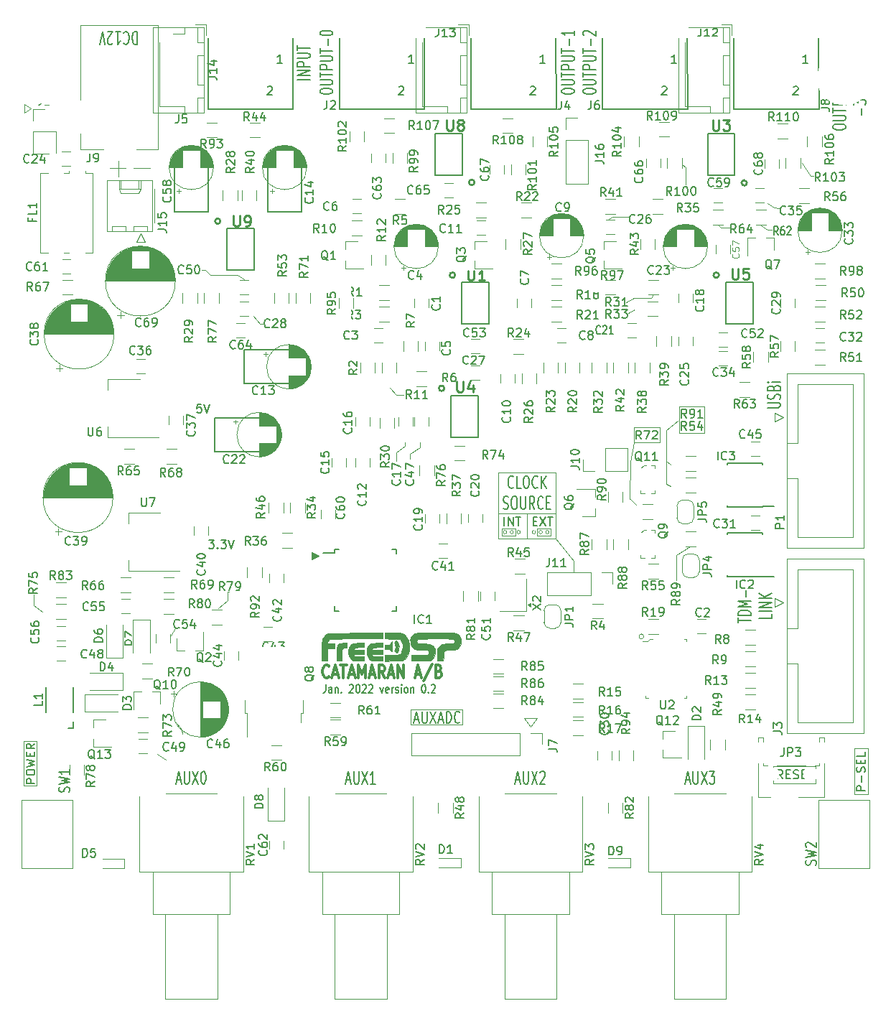
<source format=gto>
G04 #@! TF.GenerationSoftware,KiCad,Pcbnew,(5.1.9-0-10_14)*
G04 #@! TF.CreationDate,2022-01-16T01:15:18+09:00*
G04 #@! TF.ProjectId,FreeDSP_Catamaran,46726565-4453-4505-9f43-6174616d6172,rev?*
G04 #@! TF.SameCoordinates,Original*
G04 #@! TF.FileFunction,Legend,Top*
G04 #@! TF.FilePolarity,Positive*
%FSLAX46Y46*%
G04 Gerber Fmt 4.6, Leading zero omitted, Abs format (unit mm)*
G04 Created by KiCad (PCBNEW (5.1.9-0-10_14)) date 2022-01-16 01:15:18*
%MOMM*%
%LPD*%
G01*
G04 APERTURE LIST*
%ADD10C,0.120000*%
%ADD11C,0.150000*%
%ADD12C,0.100000*%
%ADD13C,0.200000*%
%ADD14C,0.300000*%
%ADD15C,0.010000*%
%ADD16C,0.254000*%
%ADD17C,4.200000*%
%ADD18C,1.800000*%
%ADD19O,1.950000X1.700000*%
%ADD20R,1.524000X1.524000*%
%ADD21C,1.600000*%
%ADD22R,1.600000X1.600000*%
%ADD23R,1.500000X1.300000*%
%ADD24R,1.300000X1.500000*%
%ADD25R,1.250000X1.500000*%
%ADD26R,1.500000X1.250000*%
%ADD27R,1.200000X0.900000*%
%ADD28R,0.900000X1.200000*%
%ADD29R,1.200000X2.000000*%
%ADD30R,0.250000X1.300000*%
%ADD31R,1.300000X0.250000*%
%ADD32R,1.550000X0.600000*%
%ADD33O,1.700000X1.700000*%
%ADD34R,1.700000X1.700000*%
%ADD35R,5.000000X3.000000*%
%ADD36R,3.000000X4.000000*%
%ADD37O,1.800000X2.700000*%
%ADD38C,1.700000*%
%ADD39R,3.500000X3.500000*%
%ADD40C,2.100000*%
%ADD41C,1.750000*%
%ADD42C,0.800000*%
%ADD43C,6.400000*%
%ADD44R,0.900000X0.800000*%
%ADD45R,0.800000X0.900000*%
%ADD46R,1.200000X2.200000*%
%ADD47R,5.800000X6.400000*%
%ADD48R,1.635000X1.635000*%
%ADD49C,1.635000*%
%ADD50R,1.525000X0.650000*%
%ADD51R,2.000000X3.800000*%
%ADD52R,2.000000X1.500000*%
%ADD53R,1.100000X1.300000*%
%ADD54O,1.740000X2.190000*%
%ADD55R,2.500000X2.500000*%
G04 APERTURE END LIST*
D10*
X51054000Y-50038000D02*
X50292000Y-49530000D01*
X50292000Y-50546000D02*
X51054000Y-50038000D01*
X50292000Y-49530000D02*
X50292000Y-50546000D01*
X64516000Y-65786000D02*
X64008000Y-64770000D01*
X63500000Y-65786000D02*
X64516000Y-65786000D01*
X64008000Y-64770000D02*
X63500000Y-65786000D01*
X110744000Y-121920000D02*
X109220000Y-121920000D01*
X109982000Y-122936000D02*
X110744000Y-121920000D01*
X109220000Y-121920000D02*
X109982000Y-122936000D01*
X115062000Y-103378000D02*
X115062000Y-104648000D01*
X122174000Y-87630000D02*
X122174000Y-89408000D01*
X125222000Y-87630000D02*
X122174000Y-87630000D01*
X125222000Y-89408000D02*
X125222000Y-87630000D01*
X122168920Y-89392760D02*
X125222000Y-89408000D01*
X63200000Y-57100000D02*
X65100000Y-57100000D01*
D11*
X85871428Y-117952380D02*
X85871428Y-118666666D01*
X85833333Y-118809523D01*
X85757142Y-118904761D01*
X85642857Y-118952380D01*
X85566666Y-118952380D01*
X86595238Y-118952380D02*
X86595238Y-118428571D01*
X86557142Y-118333333D01*
X86480952Y-118285714D01*
X86328571Y-118285714D01*
X86252380Y-118333333D01*
X86595238Y-118904761D02*
X86519047Y-118952380D01*
X86328571Y-118952380D01*
X86252380Y-118904761D01*
X86214285Y-118809523D01*
X86214285Y-118714285D01*
X86252380Y-118619047D01*
X86328571Y-118571428D01*
X86519047Y-118571428D01*
X86595238Y-118523809D01*
X86976190Y-118285714D02*
X86976190Y-118952380D01*
X86976190Y-118380952D02*
X87014285Y-118333333D01*
X87090476Y-118285714D01*
X87204761Y-118285714D01*
X87280952Y-118333333D01*
X87319047Y-118428571D01*
X87319047Y-118952380D01*
X87700000Y-118857142D02*
X87738095Y-118904761D01*
X87700000Y-118952380D01*
X87661904Y-118904761D01*
X87700000Y-118857142D01*
X87700000Y-118952380D01*
X88652380Y-118047619D02*
X88690476Y-118000000D01*
X88766666Y-117952380D01*
X88957142Y-117952380D01*
X89033333Y-118000000D01*
X89071428Y-118047619D01*
X89109523Y-118142857D01*
X89109523Y-118238095D01*
X89071428Y-118380952D01*
X88614285Y-118952380D01*
X89109523Y-118952380D01*
X89604761Y-117952380D02*
X89680952Y-117952380D01*
X89757142Y-118000000D01*
X89795238Y-118047619D01*
X89833333Y-118142857D01*
X89871428Y-118333333D01*
X89871428Y-118571428D01*
X89833333Y-118761904D01*
X89795238Y-118857142D01*
X89757142Y-118904761D01*
X89680952Y-118952380D01*
X89604761Y-118952380D01*
X89528571Y-118904761D01*
X89490476Y-118857142D01*
X89452380Y-118761904D01*
X89414285Y-118571428D01*
X89414285Y-118333333D01*
X89452380Y-118142857D01*
X89490476Y-118047619D01*
X89528571Y-118000000D01*
X89604761Y-117952380D01*
X90176190Y-118047619D02*
X90214285Y-118000000D01*
X90290476Y-117952380D01*
X90480952Y-117952380D01*
X90557142Y-118000000D01*
X90595238Y-118047619D01*
X90633333Y-118142857D01*
X90633333Y-118238095D01*
X90595238Y-118380952D01*
X90138095Y-118952380D01*
X90633333Y-118952380D01*
X90938095Y-118047619D02*
X90976190Y-118000000D01*
X91052380Y-117952380D01*
X91242857Y-117952380D01*
X91319047Y-118000000D01*
X91357142Y-118047619D01*
X91395238Y-118142857D01*
X91395238Y-118238095D01*
X91357142Y-118380952D01*
X90900000Y-118952380D01*
X91395238Y-118952380D01*
X92271428Y-118285714D02*
X92461904Y-118952380D01*
X92652380Y-118285714D01*
X93261904Y-118904761D02*
X93185714Y-118952380D01*
X93033333Y-118952380D01*
X92957142Y-118904761D01*
X92919047Y-118809523D01*
X92919047Y-118428571D01*
X92957142Y-118333333D01*
X93033333Y-118285714D01*
X93185714Y-118285714D01*
X93261904Y-118333333D01*
X93300000Y-118428571D01*
X93300000Y-118523809D01*
X92919047Y-118619047D01*
X93642857Y-118952380D02*
X93642857Y-118285714D01*
X93642857Y-118476190D02*
X93680952Y-118380952D01*
X93719047Y-118333333D01*
X93795238Y-118285714D01*
X93871428Y-118285714D01*
X94100000Y-118904761D02*
X94176190Y-118952380D01*
X94328571Y-118952380D01*
X94404761Y-118904761D01*
X94442857Y-118809523D01*
X94442857Y-118761904D01*
X94404761Y-118666666D01*
X94328571Y-118619047D01*
X94214285Y-118619047D01*
X94138095Y-118571428D01*
X94100000Y-118476190D01*
X94100000Y-118428571D01*
X94138095Y-118333333D01*
X94214285Y-118285714D01*
X94328571Y-118285714D01*
X94404761Y-118333333D01*
X94785714Y-118952380D02*
X94785714Y-118285714D01*
X94785714Y-117952380D02*
X94747619Y-118000000D01*
X94785714Y-118047619D01*
X94823809Y-118000000D01*
X94785714Y-117952380D01*
X94785714Y-118047619D01*
X95280952Y-118952380D02*
X95204761Y-118904761D01*
X95166666Y-118857142D01*
X95128571Y-118761904D01*
X95128571Y-118476190D01*
X95166666Y-118380952D01*
X95204761Y-118333333D01*
X95280952Y-118285714D01*
X95395238Y-118285714D01*
X95471428Y-118333333D01*
X95509523Y-118380952D01*
X95547619Y-118476190D01*
X95547619Y-118761904D01*
X95509523Y-118857142D01*
X95471428Y-118904761D01*
X95395238Y-118952380D01*
X95280952Y-118952380D01*
X95890476Y-118285714D02*
X95890476Y-118952380D01*
X95890476Y-118380952D02*
X95928571Y-118333333D01*
X96004761Y-118285714D01*
X96119047Y-118285714D01*
X96195238Y-118333333D01*
X96233333Y-118428571D01*
X96233333Y-118952380D01*
X97376190Y-117952380D02*
X97452380Y-117952380D01*
X97528571Y-118000000D01*
X97566666Y-118047619D01*
X97604761Y-118142857D01*
X97642857Y-118333333D01*
X97642857Y-118571428D01*
X97604761Y-118761904D01*
X97566666Y-118857142D01*
X97528571Y-118904761D01*
X97452380Y-118952380D01*
X97376190Y-118952380D01*
X97300000Y-118904761D01*
X97261904Y-118857142D01*
X97223809Y-118761904D01*
X97185714Y-118571428D01*
X97185714Y-118333333D01*
X97223809Y-118142857D01*
X97261904Y-118047619D01*
X97300000Y-118000000D01*
X97376190Y-117952380D01*
X97985714Y-118857142D02*
X98023809Y-118904761D01*
X97985714Y-118952380D01*
X97947619Y-118904761D01*
X97985714Y-118857142D01*
X97985714Y-118952380D01*
X98328571Y-118047619D02*
X98366666Y-118000000D01*
X98442857Y-117952380D01*
X98633333Y-117952380D01*
X98709523Y-118000000D01*
X98747619Y-118047619D01*
X98785714Y-118142857D01*
X98785714Y-118238095D01*
X98747619Y-118380952D01*
X98290476Y-118952380D01*
X98785714Y-118952380D01*
D10*
X137922000Y-64389000D02*
X138430000Y-64389000D01*
X137160000Y-63881000D02*
X137922000Y-64389000D01*
X138684000Y-61722000D02*
X139319000Y-61849000D01*
X137922000Y-61214000D02*
X138684000Y-61722000D01*
X128270000Y-57023000D02*
X128270000Y-59055000D01*
X127889000Y-56642000D02*
X128270000Y-57023000D01*
X74295000Y-107061000D02*
X74422000Y-107061000D01*
X74295000Y-108077000D02*
X74295000Y-107061000D01*
X73152000Y-108966000D02*
X74295000Y-108077000D01*
X78105000Y-75438000D02*
X78486000Y-75438000D01*
X77343000Y-74549000D02*
X78105000Y-75438000D01*
X71628000Y-69088000D02*
X71247000Y-69088000D01*
X72263000Y-69723000D02*
X71628000Y-69088000D01*
X75438000Y-69723000D02*
X72263000Y-69723000D01*
X76200000Y-70231000D02*
X75438000Y-69723000D01*
X122301000Y-73787000D02*
X121539000Y-74168000D01*
X122174000Y-72390000D02*
X121285000Y-72898000D01*
X124206000Y-72390000D02*
X122174000Y-72390000D01*
X124460000Y-72009000D02*
X124206000Y-72390000D01*
X119634000Y-62865000D02*
X121539000Y-62865000D01*
X119253000Y-63119000D02*
X119634000Y-62865000D01*
X132461000Y-64135000D02*
X133477000Y-64135000D01*
X132080000Y-63754000D02*
X132461000Y-64135000D01*
X143002000Y-58039000D02*
X143383000Y-58039000D01*
X141986000Y-56515000D02*
X143002000Y-58039000D01*
D12*
G36*
X109977093Y-108773686D02*
G01*
X109984540Y-108778040D01*
X109976920Y-108778040D01*
X109977093Y-108773686D01*
X109654340Y-108585000D01*
X109992160Y-108394500D01*
X109977093Y-108773686D01*
G37*
X109977093Y-108773686D02*
X109984540Y-108778040D01*
X109976920Y-108778040D01*
X109977093Y-108773686D01*
X109654340Y-108585000D01*
X109992160Y-108394500D01*
X109977093Y-108773686D01*
G36*
X85000000Y-102800000D02*
G01*
X84200000Y-103200000D01*
X84200000Y-102400000D01*
X85000000Y-102800000D01*
G37*
X85000000Y-102800000D02*
X84200000Y-103200000D01*
X84200000Y-102400000D01*
X85000000Y-102800000D01*
D11*
X72056809Y-100925380D02*
X72675857Y-100925380D01*
X72342523Y-101306333D01*
X72485380Y-101306333D01*
X72580619Y-101353952D01*
X72628238Y-101401571D01*
X72675857Y-101496809D01*
X72675857Y-101734904D01*
X72628238Y-101830142D01*
X72580619Y-101877761D01*
X72485380Y-101925380D01*
X72199666Y-101925380D01*
X72104428Y-101877761D01*
X72056809Y-101830142D01*
X73104428Y-101830142D02*
X73152047Y-101877761D01*
X73104428Y-101925380D01*
X73056809Y-101877761D01*
X73104428Y-101830142D01*
X73104428Y-101925380D01*
X73485380Y-100925380D02*
X74104428Y-100925380D01*
X73771095Y-101306333D01*
X73913952Y-101306333D01*
X74009190Y-101353952D01*
X74056809Y-101401571D01*
X74104428Y-101496809D01*
X74104428Y-101734904D01*
X74056809Y-101830142D01*
X74009190Y-101877761D01*
X73913952Y-101925380D01*
X73628238Y-101925380D01*
X73533000Y-101877761D01*
X73485380Y-101830142D01*
X74390142Y-100925380D02*
X74723476Y-101925380D01*
X75056809Y-100925380D01*
X71183523Y-84923380D02*
X70707333Y-84923380D01*
X70659714Y-85399571D01*
X70707333Y-85351952D01*
X70802571Y-85304333D01*
X71040666Y-85304333D01*
X71135904Y-85351952D01*
X71183523Y-85399571D01*
X71231142Y-85494809D01*
X71231142Y-85732904D01*
X71183523Y-85828142D01*
X71135904Y-85875761D01*
X71040666Y-85923380D01*
X70802571Y-85923380D01*
X70707333Y-85875761D01*
X70659714Y-85828142D01*
X71516857Y-84923380D02*
X71850190Y-85923380D01*
X72183523Y-84923380D01*
D10*
X149800000Y-130875000D02*
X149800000Y-125475000D01*
X148200000Y-130875000D02*
X149800000Y-130875000D01*
X148200000Y-125475000D02*
X148200000Y-130875000D01*
X149800000Y-125475000D02*
X148200000Y-125475000D01*
D11*
X149452380Y-130489285D02*
X148452380Y-130489285D01*
X148452380Y-130108333D01*
X148500000Y-130013095D01*
X148547619Y-129965476D01*
X148642857Y-129917857D01*
X148785714Y-129917857D01*
X148880952Y-129965476D01*
X148928571Y-130013095D01*
X148976190Y-130108333D01*
X148976190Y-130489285D01*
X149071428Y-129489285D02*
X149071428Y-128727380D01*
X149404761Y-128298809D02*
X149452380Y-128155952D01*
X149452380Y-127917857D01*
X149404761Y-127822619D01*
X149357142Y-127775000D01*
X149261904Y-127727380D01*
X149166666Y-127727380D01*
X149071428Y-127775000D01*
X149023809Y-127822619D01*
X148976190Y-127917857D01*
X148928571Y-128108333D01*
X148880952Y-128203571D01*
X148833333Y-128251190D01*
X148738095Y-128298809D01*
X148642857Y-128298809D01*
X148547619Y-128251190D01*
X148500000Y-128203571D01*
X148452380Y-128108333D01*
X148452380Y-127870238D01*
X148500000Y-127727380D01*
X148928571Y-127298809D02*
X148928571Y-126965476D01*
X149452380Y-126822619D02*
X149452380Y-127298809D01*
X148452380Y-127298809D01*
X148452380Y-126822619D01*
X149452380Y-125917857D02*
X149452380Y-126394047D01*
X148452380Y-126394047D01*
D10*
X138600000Y-127600000D02*
X143600000Y-127600000D01*
X138600000Y-129600000D02*
X138600000Y-127600000D01*
X143600000Y-129600000D02*
X138600000Y-129600000D01*
X143600000Y-127600000D02*
X143600000Y-129600000D01*
D11*
X139747619Y-129052380D02*
X139414285Y-128576190D01*
X139176190Y-129052380D02*
X139176190Y-128052380D01*
X139557142Y-128052380D01*
X139652380Y-128100000D01*
X139700000Y-128147619D01*
X139747619Y-128242857D01*
X139747619Y-128385714D01*
X139700000Y-128480952D01*
X139652380Y-128528571D01*
X139557142Y-128576190D01*
X139176190Y-128576190D01*
X140176190Y-128528571D02*
X140509523Y-128528571D01*
X140652380Y-129052380D02*
X140176190Y-129052380D01*
X140176190Y-128052380D01*
X140652380Y-128052380D01*
X141033333Y-129004761D02*
X141176190Y-129052380D01*
X141414285Y-129052380D01*
X141509523Y-129004761D01*
X141557142Y-128957142D01*
X141604761Y-128861904D01*
X141604761Y-128766666D01*
X141557142Y-128671428D01*
X141509523Y-128623809D01*
X141414285Y-128576190D01*
X141223809Y-128528571D01*
X141128571Y-128480952D01*
X141080952Y-128433333D01*
X141033333Y-128338095D01*
X141033333Y-128242857D01*
X141080952Y-128147619D01*
X141128571Y-128100000D01*
X141223809Y-128052380D01*
X141461904Y-128052380D01*
X141604761Y-128100000D01*
X142033333Y-128528571D02*
X142366666Y-128528571D01*
X142509523Y-129052380D02*
X142033333Y-129052380D01*
X142033333Y-128052380D01*
X142509523Y-128052380D01*
X142795238Y-128052380D02*
X143366666Y-128052380D01*
X143080952Y-129052380D02*
X143080952Y-128052380D01*
D13*
X134478571Y-110688190D02*
X134478571Y-110116761D01*
X135978571Y-110402476D02*
X134478571Y-110402476D01*
X135978571Y-109783428D02*
X134478571Y-109783428D01*
X134478571Y-109545333D01*
X134550000Y-109402476D01*
X134692857Y-109307238D01*
X134835714Y-109259619D01*
X135121428Y-109212000D01*
X135335714Y-109212000D01*
X135621428Y-109259619D01*
X135764285Y-109307238D01*
X135907142Y-109402476D01*
X135978571Y-109545333D01*
X135978571Y-109783428D01*
X135978571Y-108783428D02*
X134478571Y-108783428D01*
X135550000Y-108450095D01*
X134478571Y-108116761D01*
X135978571Y-108116761D01*
X135407142Y-107640571D02*
X135407142Y-106878666D01*
X138428571Y-109664380D02*
X138428571Y-110140571D01*
X136928571Y-110140571D01*
X138428571Y-109331047D02*
X136928571Y-109331047D01*
X138428571Y-108854857D02*
X136928571Y-108854857D01*
X138428571Y-108283428D01*
X136928571Y-108283428D01*
X138428571Y-107807238D02*
X136928571Y-107807238D01*
X138428571Y-107235809D02*
X137571428Y-107664380D01*
X136928571Y-107235809D02*
X137785714Y-107807238D01*
X137989571Y-85320000D02*
X139203857Y-85320000D01*
X139346714Y-85272380D01*
X139418142Y-85224761D01*
X139489571Y-85129523D01*
X139489571Y-84939047D01*
X139418142Y-84843809D01*
X139346714Y-84796190D01*
X139203857Y-84748571D01*
X137989571Y-84748571D01*
X139418142Y-84320000D02*
X139489571Y-84177142D01*
X139489571Y-83939047D01*
X139418142Y-83843809D01*
X139346714Y-83796190D01*
X139203857Y-83748571D01*
X139061000Y-83748571D01*
X138918142Y-83796190D01*
X138846714Y-83843809D01*
X138775285Y-83939047D01*
X138703857Y-84129523D01*
X138632428Y-84224761D01*
X138561000Y-84272380D01*
X138418142Y-84320000D01*
X138275285Y-84320000D01*
X138132428Y-84272380D01*
X138061000Y-84224761D01*
X137989571Y-84129523D01*
X137989571Y-83891428D01*
X138061000Y-83748571D01*
X138703857Y-82986666D02*
X138775285Y-82843809D01*
X138846714Y-82796190D01*
X138989571Y-82748571D01*
X139203857Y-82748571D01*
X139346714Y-82796190D01*
X139418142Y-82843809D01*
X139489571Y-82939047D01*
X139489571Y-83320000D01*
X137989571Y-83320000D01*
X137989571Y-82986666D01*
X138061000Y-82891428D01*
X138132428Y-82843809D01*
X138275285Y-82796190D01*
X138418142Y-82796190D01*
X138561000Y-82843809D01*
X138632428Y-82891428D01*
X138703857Y-82986666D01*
X138703857Y-83320000D01*
X139489571Y-82320000D02*
X138489571Y-82320000D01*
X137989571Y-82320000D02*
X138061000Y-82367619D01*
X138132428Y-82320000D01*
X138061000Y-82272380D01*
X137989571Y-82320000D01*
X138132428Y-82320000D01*
D10*
X113000000Y-100800000D02*
X115062000Y-103378000D01*
X109600000Y-97800000D02*
X109600000Y-100800000D01*
X113000000Y-93000000D02*
X113000000Y-97800000D01*
X106200000Y-93000000D02*
X113000000Y-93000000D01*
X106200000Y-100800000D02*
X106200000Y-93000000D01*
X113000000Y-100800000D02*
X106200000Y-100800000D01*
X113000000Y-97800000D02*
X113000000Y-100800000D01*
X106200000Y-97800000D02*
X113000000Y-97800000D01*
D11*
X110328571Y-98728571D02*
X110661904Y-98728571D01*
X110804761Y-99252380D02*
X110328571Y-99252380D01*
X110328571Y-98252380D01*
X110804761Y-98252380D01*
X111138095Y-98252380D02*
X111804761Y-99252380D01*
X111804761Y-98252380D02*
X111138095Y-99252380D01*
X112042857Y-98252380D02*
X112614285Y-98252380D01*
X112328571Y-99252380D02*
X112328571Y-98252380D01*
X106895238Y-99252380D02*
X106895238Y-98252380D01*
X107371428Y-99252380D02*
X107371428Y-98252380D01*
X107942857Y-99252380D01*
X107942857Y-98252380D01*
X108276190Y-98252380D02*
X108847619Y-98252380D01*
X108561904Y-99252380D02*
X108561904Y-98252380D01*
D10*
X112400000Y-99600000D02*
X110800000Y-99600000D01*
X112400000Y-100400000D02*
X112400000Y-99600000D01*
X110800000Y-100400000D02*
X112400000Y-100400000D01*
X110800000Y-99600000D02*
X110800000Y-100400000D01*
X106600000Y-99600000D02*
X108200000Y-99600000D01*
X106600000Y-100400000D02*
X106600000Y-99600000D01*
X108200000Y-100400000D02*
X106600000Y-100400000D01*
X108200000Y-99600000D02*
X108200000Y-100400000D01*
X111400000Y-100000000D02*
G75*
G03*
X111400000Y-100000000I-200000J0D01*
G01*
X110600000Y-100000000D02*
G75*
G03*
X110600000Y-100000000I-200000J0D01*
G01*
X112200000Y-100000000D02*
G75*
G03*
X112200000Y-100000000I-200000J0D01*
G01*
X108800000Y-100000000D02*
G75*
G03*
X108800000Y-100000000I-200000J0D01*
G01*
X108000000Y-100000000D02*
G75*
G03*
X108000000Y-100000000I-200000J0D01*
G01*
X107200000Y-100000000D02*
G75*
G03*
X107200000Y-100000000I-200000J0D01*
G01*
D13*
X107980952Y-94710714D02*
X107933333Y-94782142D01*
X107790476Y-94853571D01*
X107695238Y-94853571D01*
X107552380Y-94782142D01*
X107457142Y-94639285D01*
X107409523Y-94496428D01*
X107361904Y-94210714D01*
X107361904Y-93996428D01*
X107409523Y-93710714D01*
X107457142Y-93567857D01*
X107552380Y-93425000D01*
X107695238Y-93353571D01*
X107790476Y-93353571D01*
X107933333Y-93425000D01*
X107980952Y-93496428D01*
X108885714Y-94853571D02*
X108409523Y-94853571D01*
X108409523Y-93353571D01*
X109409523Y-93353571D02*
X109600000Y-93353571D01*
X109695238Y-93425000D01*
X109790476Y-93567857D01*
X109838095Y-93853571D01*
X109838095Y-94353571D01*
X109790476Y-94639285D01*
X109695238Y-94782142D01*
X109600000Y-94853571D01*
X109409523Y-94853571D01*
X109314285Y-94782142D01*
X109219047Y-94639285D01*
X109171428Y-94353571D01*
X109171428Y-93853571D01*
X109219047Y-93567857D01*
X109314285Y-93425000D01*
X109409523Y-93353571D01*
X110838095Y-94710714D02*
X110790476Y-94782142D01*
X110647619Y-94853571D01*
X110552380Y-94853571D01*
X110409523Y-94782142D01*
X110314285Y-94639285D01*
X110266666Y-94496428D01*
X110219047Y-94210714D01*
X110219047Y-93996428D01*
X110266666Y-93710714D01*
X110314285Y-93567857D01*
X110409523Y-93425000D01*
X110552380Y-93353571D01*
X110647619Y-93353571D01*
X110790476Y-93425000D01*
X110838095Y-93496428D01*
X111266666Y-94853571D02*
X111266666Y-93353571D01*
X111838095Y-94853571D02*
X111409523Y-93996428D01*
X111838095Y-93353571D02*
X111266666Y-94210714D01*
X106814285Y-97232142D02*
X106957142Y-97303571D01*
X107195238Y-97303571D01*
X107290476Y-97232142D01*
X107338095Y-97160714D01*
X107385714Y-97017857D01*
X107385714Y-96875000D01*
X107338095Y-96732142D01*
X107290476Y-96660714D01*
X107195238Y-96589285D01*
X107004761Y-96517857D01*
X106909523Y-96446428D01*
X106861904Y-96375000D01*
X106814285Y-96232142D01*
X106814285Y-96089285D01*
X106861904Y-95946428D01*
X106909523Y-95875000D01*
X107004761Y-95803571D01*
X107242857Y-95803571D01*
X107385714Y-95875000D01*
X108004761Y-95803571D02*
X108195238Y-95803571D01*
X108290476Y-95875000D01*
X108385714Y-96017857D01*
X108433333Y-96303571D01*
X108433333Y-96803571D01*
X108385714Y-97089285D01*
X108290476Y-97232142D01*
X108195238Y-97303571D01*
X108004761Y-97303571D01*
X107909523Y-97232142D01*
X107814285Y-97089285D01*
X107766666Y-96803571D01*
X107766666Y-96303571D01*
X107814285Y-96017857D01*
X107909523Y-95875000D01*
X108004761Y-95803571D01*
X108861904Y-95803571D02*
X108861904Y-97017857D01*
X108909523Y-97160714D01*
X108957142Y-97232142D01*
X109052380Y-97303571D01*
X109242857Y-97303571D01*
X109338095Y-97232142D01*
X109385714Y-97160714D01*
X109433333Y-97017857D01*
X109433333Y-95803571D01*
X110480952Y-97303571D02*
X110147619Y-96589285D01*
X109909523Y-97303571D02*
X109909523Y-95803571D01*
X110290476Y-95803571D01*
X110385714Y-95875000D01*
X110433333Y-95946428D01*
X110480952Y-96089285D01*
X110480952Y-96303571D01*
X110433333Y-96446428D01*
X110385714Y-96517857D01*
X110290476Y-96589285D01*
X109909523Y-96589285D01*
X111480952Y-97160714D02*
X111433333Y-97232142D01*
X111290476Y-97303571D01*
X111195238Y-97303571D01*
X111052380Y-97232142D01*
X110957142Y-97089285D01*
X110909523Y-96946428D01*
X110861904Y-96660714D01*
X110861904Y-96446428D01*
X110909523Y-96160714D01*
X110957142Y-96017857D01*
X111052380Y-95875000D01*
X111195238Y-95803571D01*
X111290476Y-95803571D01*
X111433333Y-95875000D01*
X111480952Y-95946428D01*
X111909523Y-96517857D02*
X112242857Y-96517857D01*
X112385714Y-97303571D02*
X111909523Y-97303571D01*
X111909523Y-95803571D01*
X112385714Y-95803571D01*
D10*
X61400000Y-56200000D02*
X61400000Y-58100000D01*
X60400000Y-57100000D02*
X62300000Y-57100000D01*
D11*
X63610857Y-40977428D02*
X63610857Y-42477428D01*
X63372761Y-42477428D01*
X63229904Y-42406000D01*
X63134666Y-42263142D01*
X63087047Y-42120285D01*
X63039428Y-41834571D01*
X63039428Y-41620285D01*
X63087047Y-41334571D01*
X63134666Y-41191714D01*
X63229904Y-41048857D01*
X63372761Y-40977428D01*
X63610857Y-40977428D01*
X62039428Y-41120285D02*
X62087047Y-41048857D01*
X62229904Y-40977428D01*
X62325142Y-40977428D01*
X62468000Y-41048857D01*
X62563238Y-41191714D01*
X62610857Y-41334571D01*
X62658476Y-41620285D01*
X62658476Y-41834571D01*
X62610857Y-42120285D01*
X62563238Y-42263142D01*
X62468000Y-42406000D01*
X62325142Y-42477428D01*
X62229904Y-42477428D01*
X62087047Y-42406000D01*
X62039428Y-42334571D01*
X61087047Y-40977428D02*
X61658476Y-40977428D01*
X61372761Y-40977428D02*
X61372761Y-42477428D01*
X61468000Y-42263142D01*
X61563238Y-42120285D01*
X61658476Y-42048857D01*
X60706095Y-42334571D02*
X60658476Y-42406000D01*
X60563238Y-42477428D01*
X60325142Y-42477428D01*
X60229904Y-42406000D01*
X60182285Y-42334571D01*
X60134666Y-42191714D01*
X60134666Y-42048857D01*
X60182285Y-41834571D01*
X60753714Y-40977428D01*
X60134666Y-40977428D01*
X59848952Y-42477428D02*
X59515619Y-40977428D01*
X59182285Y-42477428D01*
D10*
X50200000Y-124600000D02*
X51800000Y-124600000D01*
X50200000Y-129900000D02*
X50200000Y-124600000D01*
X51800000Y-129900000D02*
X50200000Y-129900000D01*
X51800000Y-124600000D02*
X51800000Y-129900000D01*
D11*
X51552380Y-129609523D02*
X50552380Y-129609523D01*
X50552380Y-129228571D01*
X50600000Y-129133333D01*
X50647619Y-129085714D01*
X50742857Y-129038095D01*
X50885714Y-129038095D01*
X50980952Y-129085714D01*
X51028571Y-129133333D01*
X51076190Y-129228571D01*
X51076190Y-129609523D01*
X50552380Y-128419047D02*
X50552380Y-128228571D01*
X50600000Y-128133333D01*
X50695238Y-128038095D01*
X50885714Y-127990476D01*
X51219047Y-127990476D01*
X51409523Y-128038095D01*
X51504761Y-128133333D01*
X51552380Y-128228571D01*
X51552380Y-128419047D01*
X51504761Y-128514285D01*
X51409523Y-128609523D01*
X51219047Y-128657142D01*
X50885714Y-128657142D01*
X50695238Y-128609523D01*
X50600000Y-128514285D01*
X50552380Y-128419047D01*
X50552380Y-127657142D02*
X51552380Y-127419047D01*
X50838095Y-127228571D01*
X51552380Y-127038095D01*
X50552380Y-126800000D01*
X51028571Y-126419047D02*
X51028571Y-126085714D01*
X51552380Y-125942857D02*
X51552380Y-126419047D01*
X50552380Y-126419047D01*
X50552380Y-125942857D01*
X51552380Y-124942857D02*
X51076190Y-125276190D01*
X51552380Y-125514285D02*
X50552380Y-125514285D01*
X50552380Y-125133333D01*
X50600000Y-125038095D01*
X50647619Y-124990476D01*
X50742857Y-124942857D01*
X50885714Y-124942857D01*
X50980952Y-124990476D01*
X51028571Y-125038095D01*
X51076190Y-125133333D01*
X51076190Y-125514285D01*
D10*
X102000000Y-120900000D02*
X95900000Y-120900000D01*
X102000000Y-122700000D02*
X102000000Y-120900000D01*
X95900000Y-122700000D02*
X102000000Y-122700000D01*
X95900000Y-120900000D02*
X95900000Y-122700000D01*
D11*
X96333333Y-122133333D02*
X96809523Y-122133333D01*
X96238095Y-122533333D02*
X96571428Y-121133333D01*
X96904761Y-122533333D01*
X97238095Y-121133333D02*
X97238095Y-122266666D01*
X97285714Y-122400000D01*
X97333333Y-122466666D01*
X97428571Y-122533333D01*
X97619047Y-122533333D01*
X97714285Y-122466666D01*
X97761904Y-122400000D01*
X97809523Y-122266666D01*
X97809523Y-121133333D01*
X98190476Y-121133333D02*
X98857142Y-122533333D01*
X98857142Y-121133333D02*
X98190476Y-122533333D01*
X99190476Y-122133333D02*
X99666666Y-122133333D01*
X99095238Y-122533333D02*
X99428571Y-121133333D01*
X99761904Y-122533333D01*
X100095238Y-122533333D02*
X100095238Y-121133333D01*
X100333333Y-121133333D01*
X100476190Y-121200000D01*
X100571428Y-121333333D01*
X100619047Y-121466666D01*
X100666666Y-121733333D01*
X100666666Y-121933333D01*
X100619047Y-122200000D01*
X100571428Y-122333333D01*
X100476190Y-122466666D01*
X100333333Y-122533333D01*
X100095238Y-122533333D01*
X101666666Y-122400000D02*
X101619047Y-122466666D01*
X101476190Y-122533333D01*
X101380952Y-122533333D01*
X101238095Y-122466666D01*
X101142857Y-122333333D01*
X101095238Y-122200000D01*
X101047619Y-121933333D01*
X101047619Y-121733333D01*
X101095238Y-121466666D01*
X101142857Y-121333333D01*
X101238095Y-121200000D01*
X101380952Y-121133333D01*
X101476190Y-121133333D01*
X101619047Y-121200000D01*
X101666666Y-121266666D01*
D14*
X86242857Y-117035714D02*
X86185714Y-117107142D01*
X86014285Y-117178571D01*
X85900000Y-117178571D01*
X85728571Y-117107142D01*
X85614285Y-116964285D01*
X85557142Y-116821428D01*
X85500000Y-116535714D01*
X85500000Y-116321428D01*
X85557142Y-116035714D01*
X85614285Y-115892857D01*
X85728571Y-115750000D01*
X85900000Y-115678571D01*
X86014285Y-115678571D01*
X86185714Y-115750000D01*
X86242857Y-115821428D01*
X86700000Y-116750000D02*
X87271428Y-116750000D01*
X86585714Y-117178571D02*
X86985714Y-115678571D01*
X87385714Y-117178571D01*
X87614285Y-115678571D02*
X88300000Y-115678571D01*
X87957142Y-117178571D02*
X87957142Y-115678571D01*
X88642857Y-116750000D02*
X89214285Y-116750000D01*
X88528571Y-117178571D02*
X88928571Y-115678571D01*
X89328571Y-117178571D01*
X89728571Y-117178571D02*
X89728571Y-115678571D01*
X90128571Y-116750000D01*
X90528571Y-115678571D01*
X90528571Y-117178571D01*
X91042857Y-116750000D02*
X91614285Y-116750000D01*
X90928571Y-117178571D02*
X91328571Y-115678571D01*
X91728571Y-117178571D01*
X92814285Y-117178571D02*
X92414285Y-116464285D01*
X92128571Y-117178571D02*
X92128571Y-115678571D01*
X92585714Y-115678571D01*
X92700000Y-115750000D01*
X92757142Y-115821428D01*
X92814285Y-115964285D01*
X92814285Y-116178571D01*
X92757142Y-116321428D01*
X92700000Y-116392857D01*
X92585714Y-116464285D01*
X92128571Y-116464285D01*
X93271428Y-116750000D02*
X93842857Y-116750000D01*
X93157142Y-117178571D02*
X93557142Y-115678571D01*
X93957142Y-117178571D01*
X94357142Y-117178571D02*
X94357142Y-115678571D01*
X95042857Y-117178571D01*
X95042857Y-115678571D01*
X96471428Y-116750000D02*
X97042857Y-116750000D01*
X96357142Y-117178571D02*
X96757142Y-115678571D01*
X97157142Y-117178571D01*
X98414285Y-115607142D02*
X97385714Y-117535714D01*
X99214285Y-116392857D02*
X99385714Y-116464285D01*
X99442857Y-116535714D01*
X99500000Y-116678571D01*
X99500000Y-116892857D01*
X99442857Y-117035714D01*
X99385714Y-117107142D01*
X99271428Y-117178571D01*
X98814285Y-117178571D01*
X98814285Y-115678571D01*
X99214285Y-115678571D01*
X99328571Y-115750000D01*
X99385714Y-115821428D01*
X99442857Y-115964285D01*
X99442857Y-116107142D01*
X99385714Y-116250000D01*
X99328571Y-116321428D01*
X99214285Y-116392857D01*
X98814285Y-116392857D01*
D10*
X126000000Y-91605000D02*
X126500000Y-92005000D01*
X126000000Y-94305000D02*
X126500000Y-94605000D01*
X126000000Y-88000000D02*
X126034800Y-94264480D01*
X127400000Y-86900000D02*
X126000000Y-88000000D01*
X130500000Y-85200000D02*
X127500000Y-85200000D01*
X130500000Y-88300000D02*
X130500000Y-85200000D01*
X127500000Y-88300000D02*
X130500000Y-88300000D01*
X127500000Y-85200000D02*
X127500000Y-88300000D01*
X121742200Y-91696540D02*
X122168920Y-89392760D01*
X121737160Y-96079600D02*
X121742200Y-91688920D01*
X122428000Y-96774000D02*
X121744740Y-96085660D01*
D11*
X145679571Y-52315761D02*
X145679571Y-52125285D01*
X145751000Y-52030047D01*
X145893857Y-51934809D01*
X146179571Y-51887190D01*
X146679571Y-51887190D01*
X146965285Y-51934809D01*
X147108142Y-52030047D01*
X147179571Y-52125285D01*
X147179571Y-52315761D01*
X147108142Y-52411000D01*
X146965285Y-52506238D01*
X146679571Y-52553857D01*
X146179571Y-52553857D01*
X145893857Y-52506238D01*
X145751000Y-52411000D01*
X145679571Y-52315761D01*
X145679571Y-51458619D02*
X146893857Y-51458619D01*
X147036714Y-51411000D01*
X147108142Y-51363380D01*
X147179571Y-51268142D01*
X147179571Y-51077666D01*
X147108142Y-50982428D01*
X147036714Y-50934809D01*
X146893857Y-50887190D01*
X145679571Y-50887190D01*
X145679571Y-50553857D02*
X145679571Y-49982428D01*
X147179571Y-50268142D02*
X145679571Y-50268142D01*
X147179571Y-49649095D02*
X145679571Y-49649095D01*
X145679571Y-49268142D01*
X145751000Y-49172904D01*
X145822428Y-49125285D01*
X145965285Y-49077666D01*
X146179571Y-49077666D01*
X146322428Y-49125285D01*
X146393857Y-49172904D01*
X146465285Y-49268142D01*
X146465285Y-49649095D01*
X145679571Y-48649095D02*
X146893857Y-48649095D01*
X147036714Y-48601476D01*
X147108142Y-48553857D01*
X147179571Y-48458619D01*
X147179571Y-48268142D01*
X147108142Y-48172904D01*
X147036714Y-48125285D01*
X146893857Y-48077666D01*
X145679571Y-48077666D01*
X145679571Y-47744333D02*
X145679571Y-47172904D01*
X147179571Y-47458619D02*
X145679571Y-47458619D01*
X149008142Y-50768142D02*
X149008142Y-50006238D01*
X148079571Y-49625285D02*
X148079571Y-49006238D01*
X148651000Y-49339571D01*
X148651000Y-49196714D01*
X148722428Y-49101476D01*
X148793857Y-49053857D01*
X148936714Y-49006238D01*
X149293857Y-49006238D01*
X149436714Y-49053857D01*
X149508142Y-49101476D01*
X149579571Y-49196714D01*
X149579571Y-49482428D01*
X149508142Y-49577666D01*
X149436714Y-49625285D01*
X116178571Y-48110000D02*
X116178571Y-47919523D01*
X116250000Y-47824285D01*
X116392857Y-47729047D01*
X116678571Y-47681428D01*
X117178571Y-47681428D01*
X117464285Y-47729047D01*
X117607142Y-47824285D01*
X117678571Y-47919523D01*
X117678571Y-48110000D01*
X117607142Y-48205238D01*
X117464285Y-48300476D01*
X117178571Y-48348095D01*
X116678571Y-48348095D01*
X116392857Y-48300476D01*
X116250000Y-48205238D01*
X116178571Y-48110000D01*
X116178571Y-47252857D02*
X117392857Y-47252857D01*
X117535714Y-47205238D01*
X117607142Y-47157619D01*
X117678571Y-47062380D01*
X117678571Y-46871904D01*
X117607142Y-46776666D01*
X117535714Y-46729047D01*
X117392857Y-46681428D01*
X116178571Y-46681428D01*
X116178571Y-46348095D02*
X116178571Y-45776666D01*
X117678571Y-46062380D02*
X116178571Y-46062380D01*
X117678571Y-45443333D02*
X116178571Y-45443333D01*
X116178571Y-45062380D01*
X116250000Y-44967142D01*
X116321428Y-44919523D01*
X116464285Y-44871904D01*
X116678571Y-44871904D01*
X116821428Y-44919523D01*
X116892857Y-44967142D01*
X116964285Y-45062380D01*
X116964285Y-45443333D01*
X116178571Y-44443333D02*
X117392857Y-44443333D01*
X117535714Y-44395714D01*
X117607142Y-44348095D01*
X117678571Y-44252857D01*
X117678571Y-44062380D01*
X117607142Y-43967142D01*
X117535714Y-43919523D01*
X117392857Y-43871904D01*
X116178571Y-43871904D01*
X116178571Y-43538571D02*
X116178571Y-42967142D01*
X117678571Y-43252857D02*
X116178571Y-43252857D01*
X117107142Y-42633809D02*
X117107142Y-41871904D01*
X116321428Y-41443333D02*
X116250000Y-41395714D01*
X116178571Y-41300476D01*
X116178571Y-41062380D01*
X116250000Y-40967142D01*
X116321428Y-40919523D01*
X116464285Y-40871904D01*
X116607142Y-40871904D01*
X116821428Y-40919523D01*
X117678571Y-41490952D01*
X117678571Y-40871904D01*
X113678571Y-48110000D02*
X113678571Y-47919523D01*
X113750000Y-47824285D01*
X113892857Y-47729047D01*
X114178571Y-47681428D01*
X114678571Y-47681428D01*
X114964285Y-47729047D01*
X115107142Y-47824285D01*
X115178571Y-47919523D01*
X115178571Y-48110000D01*
X115107142Y-48205238D01*
X114964285Y-48300476D01*
X114678571Y-48348095D01*
X114178571Y-48348095D01*
X113892857Y-48300476D01*
X113750000Y-48205238D01*
X113678571Y-48110000D01*
X113678571Y-47252857D02*
X114892857Y-47252857D01*
X115035714Y-47205238D01*
X115107142Y-47157619D01*
X115178571Y-47062380D01*
X115178571Y-46871904D01*
X115107142Y-46776666D01*
X115035714Y-46729047D01*
X114892857Y-46681428D01*
X113678571Y-46681428D01*
X113678571Y-46348095D02*
X113678571Y-45776666D01*
X115178571Y-46062380D02*
X113678571Y-46062380D01*
X115178571Y-45443333D02*
X113678571Y-45443333D01*
X113678571Y-45062380D01*
X113750000Y-44967142D01*
X113821428Y-44919523D01*
X113964285Y-44871904D01*
X114178571Y-44871904D01*
X114321428Y-44919523D01*
X114392857Y-44967142D01*
X114464285Y-45062380D01*
X114464285Y-45443333D01*
X113678571Y-44443333D02*
X114892857Y-44443333D01*
X115035714Y-44395714D01*
X115107142Y-44348095D01*
X115178571Y-44252857D01*
X115178571Y-44062380D01*
X115107142Y-43967142D01*
X115035714Y-43919523D01*
X114892857Y-43871904D01*
X113678571Y-43871904D01*
X113678571Y-43538571D02*
X113678571Y-42967142D01*
X115178571Y-43252857D02*
X113678571Y-43252857D01*
X114607142Y-42633809D02*
X114607142Y-41871904D01*
X115178571Y-40871904D02*
X115178571Y-41443333D01*
X115178571Y-41157619D02*
X113678571Y-41157619D01*
X113892857Y-41252857D01*
X114035714Y-41348095D01*
X114107142Y-41443333D01*
X85178571Y-48110000D02*
X85178571Y-47919523D01*
X85250000Y-47824285D01*
X85392857Y-47729047D01*
X85678571Y-47681428D01*
X86178571Y-47681428D01*
X86464285Y-47729047D01*
X86607142Y-47824285D01*
X86678571Y-47919523D01*
X86678571Y-48110000D01*
X86607142Y-48205238D01*
X86464285Y-48300476D01*
X86178571Y-48348095D01*
X85678571Y-48348095D01*
X85392857Y-48300476D01*
X85250000Y-48205238D01*
X85178571Y-48110000D01*
X85178571Y-47252857D02*
X86392857Y-47252857D01*
X86535714Y-47205238D01*
X86607142Y-47157619D01*
X86678571Y-47062380D01*
X86678571Y-46871904D01*
X86607142Y-46776666D01*
X86535714Y-46729047D01*
X86392857Y-46681428D01*
X85178571Y-46681428D01*
X85178571Y-46348095D02*
X85178571Y-45776666D01*
X86678571Y-46062380D02*
X85178571Y-46062380D01*
X86678571Y-45443333D02*
X85178571Y-45443333D01*
X85178571Y-45062380D01*
X85250000Y-44967142D01*
X85321428Y-44919523D01*
X85464285Y-44871904D01*
X85678571Y-44871904D01*
X85821428Y-44919523D01*
X85892857Y-44967142D01*
X85964285Y-45062380D01*
X85964285Y-45443333D01*
X85178571Y-44443333D02*
X86392857Y-44443333D01*
X86535714Y-44395714D01*
X86607142Y-44348095D01*
X86678571Y-44252857D01*
X86678571Y-44062380D01*
X86607142Y-43967142D01*
X86535714Y-43919523D01*
X86392857Y-43871904D01*
X85178571Y-43871904D01*
X85178571Y-43538571D02*
X85178571Y-42967142D01*
X86678571Y-43252857D02*
X85178571Y-43252857D01*
X86107142Y-42633809D02*
X86107142Y-41871904D01*
X85178571Y-41205238D02*
X85178571Y-41110000D01*
X85250000Y-41014761D01*
X85321428Y-40967142D01*
X85464285Y-40919523D01*
X85750000Y-40871904D01*
X86107142Y-40871904D01*
X86392857Y-40919523D01*
X86535714Y-40967142D01*
X86607142Y-41014761D01*
X86678571Y-41110000D01*
X86678571Y-41205238D01*
X86607142Y-41300476D01*
X86535714Y-41348095D01*
X86392857Y-41395714D01*
X86107142Y-41443333D01*
X85750000Y-41443333D01*
X85464285Y-41395714D01*
X85321428Y-41348095D01*
X85250000Y-41300476D01*
X85178571Y-41205238D01*
X83990571Y-46632571D02*
X82490571Y-46632571D01*
X83990571Y-46156380D02*
X82490571Y-46156380D01*
X83990571Y-45584952D01*
X82490571Y-45584952D01*
X83990571Y-45108761D02*
X82490571Y-45108761D01*
X82490571Y-44727809D01*
X82562000Y-44632571D01*
X82633428Y-44584952D01*
X82776285Y-44537333D01*
X82990571Y-44537333D01*
X83133428Y-44584952D01*
X83204857Y-44632571D01*
X83276285Y-44727809D01*
X83276285Y-45108761D01*
X82490571Y-44108761D02*
X83704857Y-44108761D01*
X83847714Y-44061142D01*
X83919142Y-44013523D01*
X83990571Y-43918285D01*
X83990571Y-43727809D01*
X83919142Y-43632571D01*
X83847714Y-43584952D01*
X83704857Y-43537333D01*
X82490571Y-43537333D01*
X82490571Y-43204000D02*
X82490571Y-42632571D01*
X83990571Y-42918285D02*
X82490571Y-42918285D01*
D10*
X123372610Y-112303560D02*
G75*
G03*
X123372610Y-112303560I-286750J0D01*
G01*
X127200000Y-102705000D02*
X128800000Y-101705000D01*
X127200000Y-105705000D02*
X127200000Y-102705000D01*
X94200000Y-83800000D02*
X95000000Y-83800000D01*
X93400000Y-83000000D02*
X94200000Y-83800000D01*
X94200000Y-90600000D02*
X94200000Y-91600000D01*
X95200000Y-89800000D02*
X94200000Y-90600000D01*
X95200000Y-89400000D02*
X95200000Y-89800000D01*
X97000000Y-90000000D02*
X97000000Y-89400000D01*
X95800000Y-90800000D02*
X97000000Y-90000000D01*
X95800000Y-91400000D02*
X95800000Y-90800000D01*
X68072000Y-111379000D02*
X67600000Y-112200000D01*
X51400000Y-108600000D02*
X51400000Y-107400000D01*
X52400000Y-109400000D02*
X51400000Y-108600000D01*
X68884800Y-123311900D02*
X68938140Y-123776720D01*
X68400000Y-122600000D02*
X68884800Y-123311900D01*
X66000000Y-126200000D02*
X67000000Y-126800000D01*
D11*
X128285714Y-129250000D02*
X128761904Y-129250000D01*
X128190476Y-129678571D02*
X128523809Y-128178571D01*
X128857142Y-129678571D01*
X129190476Y-128178571D02*
X129190476Y-129392857D01*
X129238095Y-129535714D01*
X129285714Y-129607142D01*
X129380952Y-129678571D01*
X129571428Y-129678571D01*
X129666666Y-129607142D01*
X129714285Y-129535714D01*
X129761904Y-129392857D01*
X129761904Y-128178571D01*
X130142857Y-128178571D02*
X130809523Y-129678571D01*
X130809523Y-128178571D02*
X130142857Y-129678571D01*
X131095238Y-128178571D02*
X131714285Y-128178571D01*
X131380952Y-128750000D01*
X131523809Y-128750000D01*
X131619047Y-128821428D01*
X131666666Y-128892857D01*
X131714285Y-129035714D01*
X131714285Y-129392857D01*
X131666666Y-129535714D01*
X131619047Y-129607142D01*
X131523809Y-129678571D01*
X131238095Y-129678571D01*
X131142857Y-129607142D01*
X131095238Y-129535714D01*
X108285714Y-129250000D02*
X108761904Y-129250000D01*
X108190476Y-129678571D02*
X108523809Y-128178571D01*
X108857142Y-129678571D01*
X109190476Y-128178571D02*
X109190476Y-129392857D01*
X109238095Y-129535714D01*
X109285714Y-129607142D01*
X109380952Y-129678571D01*
X109571428Y-129678571D01*
X109666666Y-129607142D01*
X109714285Y-129535714D01*
X109761904Y-129392857D01*
X109761904Y-128178571D01*
X110142857Y-128178571D02*
X110809523Y-129678571D01*
X110809523Y-128178571D02*
X110142857Y-129678571D01*
X111142857Y-128321428D02*
X111190476Y-128250000D01*
X111285714Y-128178571D01*
X111523809Y-128178571D01*
X111619047Y-128250000D01*
X111666666Y-128321428D01*
X111714285Y-128464285D01*
X111714285Y-128607142D01*
X111666666Y-128821428D01*
X111095238Y-129678571D01*
X111714285Y-129678571D01*
X88285714Y-129250000D02*
X88761904Y-129250000D01*
X88190476Y-129678571D02*
X88523809Y-128178571D01*
X88857142Y-129678571D01*
X89190476Y-128178571D02*
X89190476Y-129392857D01*
X89238095Y-129535714D01*
X89285714Y-129607142D01*
X89380952Y-129678571D01*
X89571428Y-129678571D01*
X89666666Y-129607142D01*
X89714285Y-129535714D01*
X89761904Y-129392857D01*
X89761904Y-128178571D01*
X90142857Y-128178571D02*
X90809523Y-129678571D01*
X90809523Y-128178571D02*
X90142857Y-129678571D01*
X91714285Y-129678571D02*
X91142857Y-129678571D01*
X91428571Y-129678571D02*
X91428571Y-128178571D01*
X91333333Y-128392857D01*
X91238095Y-128535714D01*
X91142857Y-128607142D01*
X68285714Y-129250000D02*
X68761904Y-129250000D01*
X68190476Y-129678571D02*
X68523809Y-128178571D01*
X68857142Y-129678571D01*
X69190476Y-128178571D02*
X69190476Y-129392857D01*
X69238095Y-129535714D01*
X69285714Y-129607142D01*
X69380952Y-129678571D01*
X69571428Y-129678571D01*
X69666666Y-129607142D01*
X69714285Y-129535714D01*
X69761904Y-129392857D01*
X69761904Y-128178571D01*
X70142857Y-128178571D02*
X70809523Y-129678571D01*
X70809523Y-128178571D02*
X70142857Y-129678571D01*
X71380952Y-128178571D02*
X71476190Y-128178571D01*
X71571428Y-128250000D01*
X71619047Y-128321428D01*
X71666666Y-128464285D01*
X71714285Y-128750000D01*
X71714285Y-129107142D01*
X71666666Y-129392857D01*
X71619047Y-129535714D01*
X71571428Y-129607142D01*
X71476190Y-129678571D01*
X71380952Y-129678571D01*
X71285714Y-129607142D01*
X71238095Y-129535714D01*
X71190476Y-129392857D01*
X71142857Y-129107142D01*
X71142857Y-128750000D01*
X71190476Y-128464285D01*
X71238095Y-128321428D01*
X71285714Y-128250000D01*
X71380952Y-128178571D01*
D15*
G36*
X92568677Y-112219416D02*
G01*
X92568667Y-112568666D01*
X89467750Y-112569607D01*
X88879276Y-112569886D01*
X88369606Y-112570431D01*
X87932875Y-112571382D01*
X87563220Y-112572877D01*
X87254777Y-112575056D01*
X87001684Y-112578057D01*
X86798077Y-112582018D01*
X86638091Y-112587080D01*
X86515865Y-112593379D01*
X86425533Y-112601056D01*
X86361233Y-112610249D01*
X86317102Y-112621097D01*
X86287275Y-112633739D01*
X86269676Y-112645312D01*
X86202623Y-112722799D01*
X86138798Y-112836466D01*
X86090866Y-112956885D01*
X86071494Y-113054632D01*
X86078456Y-113089539D01*
X86127281Y-113103523D01*
X86241048Y-113112952D01*
X86400100Y-113116613D01*
X86502519Y-113115674D01*
X86905408Y-113107548D01*
X86905570Y-113690500D01*
X86070500Y-113714290D01*
X86082971Y-114453811D01*
X86095442Y-115193333D01*
X85367095Y-115193333D01*
X85381974Y-114018583D01*
X85388090Y-113624899D01*
X85396675Y-113305278D01*
X85409577Y-113049118D01*
X85428646Y-112845818D01*
X85455734Y-112684776D01*
X85492691Y-112555392D01*
X85541365Y-112447062D01*
X85603609Y-112349186D01*
X85681272Y-112251162D01*
X85692795Y-112237624D01*
X85741416Y-112178687D01*
X85783474Y-112127332D01*
X85824810Y-112083003D01*
X85871269Y-112045146D01*
X85928691Y-112013206D01*
X86002919Y-111986629D01*
X86099795Y-111964859D01*
X86225163Y-111947343D01*
X86384864Y-111933526D01*
X86584740Y-111922853D01*
X86830635Y-111914769D01*
X87128390Y-111908721D01*
X87483848Y-111904153D01*
X87902851Y-111900510D01*
X88391241Y-111897239D01*
X88954861Y-111893785D01*
X89340761Y-111891333D01*
X92568688Y-111870166D01*
X92568677Y-112219416D01*
G37*
X92568677Y-112219416D02*
X92568667Y-112568666D01*
X89467750Y-112569607D01*
X88879276Y-112569886D01*
X88369606Y-112570431D01*
X87932875Y-112571382D01*
X87563220Y-112572877D01*
X87254777Y-112575056D01*
X87001684Y-112578057D01*
X86798077Y-112582018D01*
X86638091Y-112587080D01*
X86515865Y-112593379D01*
X86425533Y-112601056D01*
X86361233Y-112610249D01*
X86317102Y-112621097D01*
X86287275Y-112633739D01*
X86269676Y-112645312D01*
X86202623Y-112722799D01*
X86138798Y-112836466D01*
X86090866Y-112956885D01*
X86071494Y-113054632D01*
X86078456Y-113089539D01*
X86127281Y-113103523D01*
X86241048Y-113112952D01*
X86400100Y-113116613D01*
X86502519Y-113115674D01*
X86905408Y-113107548D01*
X86905570Y-113690500D01*
X86070500Y-113714290D01*
X86082971Y-114453811D01*
X86095442Y-115193333D01*
X85367095Y-115193333D01*
X85381974Y-114018583D01*
X85388090Y-113624899D01*
X85396675Y-113305278D01*
X85409577Y-113049118D01*
X85428646Y-112845818D01*
X85455734Y-112684776D01*
X85492691Y-112555392D01*
X85541365Y-112447062D01*
X85603609Y-112349186D01*
X85681272Y-112251162D01*
X85692795Y-112237624D01*
X85741416Y-112178687D01*
X85783474Y-112127332D01*
X85824810Y-112083003D01*
X85871269Y-112045146D01*
X85928691Y-112013206D01*
X86002919Y-111986629D01*
X86099795Y-111964859D01*
X86225163Y-111947343D01*
X86384864Y-111933526D01*
X86584740Y-111922853D01*
X86830635Y-111914769D01*
X87128390Y-111908721D01*
X87483848Y-111904153D01*
X87902851Y-111900510D01*
X88391241Y-111897239D01*
X88954861Y-111893785D01*
X89340761Y-111891333D01*
X92568688Y-111870166D01*
X92568677Y-112219416D01*
G36*
X88377667Y-113669333D02*
G01*
X88152925Y-113669333D01*
X88019888Y-113671692D01*
X87921238Y-113686161D01*
X87851545Y-113723830D01*
X87805378Y-113795788D01*
X87777307Y-113913124D01*
X87761901Y-114086928D01*
X87753730Y-114328289D01*
X87750401Y-114491335D01*
X87736969Y-115193333D01*
X87142344Y-115193333D01*
X87156755Y-114357250D01*
X87162547Y-114065354D01*
X87169367Y-113845032D01*
X87178552Y-113683193D01*
X87191439Y-113566744D01*
X87209366Y-113482594D01*
X87233668Y-113417650D01*
X87257274Y-113373000D01*
X87358479Y-113241032D01*
X87491530Y-113151806D01*
X87671341Y-113099429D01*
X87912824Y-113078010D01*
X88007250Y-113076732D01*
X88377667Y-113076666D01*
X88377667Y-113669333D01*
G37*
X88377667Y-113669333D02*
X88152925Y-113669333D01*
X88019888Y-113671692D01*
X87921238Y-113686161D01*
X87851545Y-113723830D01*
X87805378Y-113795788D01*
X87777307Y-113913124D01*
X87761901Y-114086928D01*
X87753730Y-114328289D01*
X87750401Y-114491335D01*
X87736969Y-115193333D01*
X87142344Y-115193333D01*
X87156755Y-114357250D01*
X87162547Y-114065354D01*
X87169367Y-113845032D01*
X87178552Y-113683193D01*
X87191439Y-113566744D01*
X87209366Y-113482594D01*
X87233668Y-113417650D01*
X87257274Y-113373000D01*
X87358479Y-113241032D01*
X87491530Y-113151806D01*
X87671341Y-113099429D01*
X87912824Y-113078010D01*
X88007250Y-113076732D01*
X88377667Y-113076666D01*
X88377667Y-113669333D01*
G36*
X90409667Y-113584666D02*
G01*
X89933417Y-113585244D01*
X89731523Y-113587732D01*
X89553081Y-113594022D01*
X89419889Y-113603103D01*
X89360221Y-113611792D01*
X89280868Y-113664019D01*
X89200515Y-113758960D01*
X89147305Y-113859833D01*
X89139667Y-113900064D01*
X89179560Y-113908162D01*
X89289484Y-113915034D01*
X89454806Y-113920144D01*
X89660892Y-113922956D01*
X89774667Y-113923333D01*
X90409667Y-113923333D01*
X90409667Y-114389000D01*
X89778630Y-114389000D01*
X89535874Y-114389457D01*
X89365609Y-114391976D01*
X89255661Y-114398276D01*
X89193855Y-114410078D01*
X89168017Y-114429100D01*
X89165971Y-114457062D01*
X89170073Y-114474961D01*
X89204502Y-114556728D01*
X89266570Y-114614878D01*
X89368814Y-114653076D01*
X89523774Y-114674987D01*
X89743988Y-114684275D01*
X89889920Y-114685333D01*
X90409667Y-114685333D01*
X90409667Y-115193333D01*
X89784590Y-115193333D01*
X89528833Y-115191744D01*
X89341837Y-115185915D01*
X89207739Y-115174251D01*
X89110673Y-115155158D01*
X89034776Y-115127041D01*
X89012006Y-115115687D01*
X88827813Y-114973447D01*
X88685860Y-114773102D01*
X88588290Y-114531115D01*
X88537244Y-114263949D01*
X88534863Y-113988067D01*
X88583289Y-113719932D01*
X88684661Y-113476007D01*
X88780712Y-113337343D01*
X88866354Y-113243556D01*
X88951860Y-113175256D01*
X89052358Y-113128465D01*
X89182977Y-113099208D01*
X89358845Y-113083509D01*
X89595092Y-113077392D01*
X89772565Y-113076666D01*
X90409667Y-113076666D01*
X90409667Y-113584666D01*
G37*
X90409667Y-113584666D02*
X89933417Y-113585244D01*
X89731523Y-113587732D01*
X89553081Y-113594022D01*
X89419889Y-113603103D01*
X89360221Y-113611792D01*
X89280868Y-113664019D01*
X89200515Y-113758960D01*
X89147305Y-113859833D01*
X89139667Y-113900064D01*
X89179560Y-113908162D01*
X89289484Y-113915034D01*
X89454806Y-113920144D01*
X89660892Y-113922956D01*
X89774667Y-113923333D01*
X90409667Y-113923333D01*
X90409667Y-114389000D01*
X89778630Y-114389000D01*
X89535874Y-114389457D01*
X89365609Y-114391976D01*
X89255661Y-114398276D01*
X89193855Y-114410078D01*
X89168017Y-114429100D01*
X89165971Y-114457062D01*
X89170073Y-114474961D01*
X89204502Y-114556728D01*
X89266570Y-114614878D01*
X89368814Y-114653076D01*
X89523774Y-114674987D01*
X89743988Y-114684275D01*
X89889920Y-114685333D01*
X90409667Y-114685333D01*
X90409667Y-115193333D01*
X89784590Y-115193333D01*
X89528833Y-115191744D01*
X89341837Y-115185915D01*
X89207739Y-115174251D01*
X89110673Y-115155158D01*
X89034776Y-115127041D01*
X89012006Y-115115687D01*
X88827813Y-114973447D01*
X88685860Y-114773102D01*
X88588290Y-114531115D01*
X88537244Y-114263949D01*
X88534863Y-113988067D01*
X88583289Y-113719932D01*
X88684661Y-113476007D01*
X88780712Y-113337343D01*
X88866354Y-113243556D01*
X88951860Y-113175256D01*
X89052358Y-113128465D01*
X89182977Y-113099208D01*
X89358845Y-113083509D01*
X89595092Y-113077392D01*
X89772565Y-113076666D01*
X90409667Y-113076666D01*
X90409667Y-113584666D01*
G36*
X92568667Y-113584666D02*
G01*
X92092417Y-113585244D01*
X91890523Y-113587732D01*
X91712081Y-113594022D01*
X91578889Y-113603103D01*
X91519221Y-113611792D01*
X91444794Y-113657254D01*
X91374783Y-113737258D01*
X91327922Y-113823798D01*
X91322944Y-113888871D01*
X91328577Y-113896799D01*
X91378268Y-113906274D01*
X91496766Y-113914254D01*
X91668219Y-113920075D01*
X91876771Y-113923072D01*
X91961889Y-113923333D01*
X92568667Y-113923333D01*
X92568667Y-114389000D01*
X91933667Y-114389000D01*
X91712684Y-114390584D01*
X91525148Y-114394948D01*
X91385692Y-114401513D01*
X91308948Y-114409697D01*
X91298667Y-114414214D01*
X91320944Y-114462259D01*
X91375626Y-114547324D01*
X91386216Y-114562381D01*
X91473765Y-114685333D01*
X92568667Y-114685333D01*
X92568667Y-115193333D01*
X91944250Y-115192369D01*
X91678576Y-115189837D01*
X91482767Y-115182285D01*
X91342101Y-115168360D01*
X91241856Y-115146711D01*
X91179271Y-115122138D01*
X90983315Y-114979481D01*
X90838798Y-114771517D01*
X90747114Y-114501231D01*
X90709656Y-114171607D01*
X90708788Y-114113833D01*
X90735415Y-113789859D01*
X90818767Y-113523643D01*
X90961135Y-113308097D01*
X90973211Y-113294894D01*
X91055249Y-113215267D01*
X91140273Y-113157556D01*
X91243411Y-113118315D01*
X91379795Y-113094099D01*
X91564551Y-113081462D01*
X91812810Y-113076961D01*
X91931565Y-113076666D01*
X92568667Y-113076666D01*
X92568667Y-113584666D01*
G37*
X92568667Y-113584666D02*
X92092417Y-113585244D01*
X91890523Y-113587732D01*
X91712081Y-113594022D01*
X91578889Y-113603103D01*
X91519221Y-113611792D01*
X91444794Y-113657254D01*
X91374783Y-113737258D01*
X91327922Y-113823798D01*
X91322944Y-113888871D01*
X91328577Y-113896799D01*
X91378268Y-113906274D01*
X91496766Y-113914254D01*
X91668219Y-113920075D01*
X91876771Y-113923072D01*
X91961889Y-113923333D01*
X92568667Y-113923333D01*
X92568667Y-114389000D01*
X91933667Y-114389000D01*
X91712684Y-114390584D01*
X91525148Y-114394948D01*
X91385692Y-114401513D01*
X91308948Y-114409697D01*
X91298667Y-114414214D01*
X91320944Y-114462259D01*
X91375626Y-114547324D01*
X91386216Y-114562381D01*
X91473765Y-114685333D01*
X92568667Y-114685333D01*
X92568667Y-115193333D01*
X91944250Y-115192369D01*
X91678576Y-115189837D01*
X91482767Y-115182285D01*
X91342101Y-115168360D01*
X91241856Y-115146711D01*
X91179271Y-115122138D01*
X90983315Y-114979481D01*
X90838798Y-114771517D01*
X90747114Y-114501231D01*
X90709656Y-114171607D01*
X90708788Y-114113833D01*
X90735415Y-113789859D01*
X90818767Y-113523643D01*
X90961135Y-113308097D01*
X90973211Y-113294894D01*
X91055249Y-113215267D01*
X91140273Y-113157556D01*
X91243411Y-113118315D01*
X91379795Y-113094099D01*
X91564551Y-113081462D01*
X91812810Y-113076961D01*
X91931565Y-113076666D01*
X92568667Y-113076666D01*
X92568667Y-113584666D01*
G36*
X93806917Y-111856062D02*
G01*
X94115441Y-111861132D01*
X94352097Y-111866753D01*
X94529678Y-111874205D01*
X94660981Y-111884768D01*
X94758800Y-111899723D01*
X94835930Y-111920350D01*
X94905165Y-111947929D01*
X94953158Y-111970761D01*
X95159983Y-112113115D01*
X95351899Y-112322058D01*
X95513888Y-112579515D01*
X95581620Y-112727328D01*
X95621927Y-112836897D01*
X95649565Y-112943352D01*
X95666849Y-113066376D01*
X95676093Y-113225652D01*
X95679611Y-113440863D01*
X95679944Y-113563500D01*
X95678990Y-113803517D01*
X95674186Y-113978000D01*
X95662931Y-114106069D01*
X95642627Y-114206848D01*
X95610674Y-114299457D01*
X95566374Y-114398967D01*
X95420209Y-114669686D01*
X95263485Y-114872392D01*
X95082638Y-115023686D01*
X95027959Y-115057847D01*
X94964348Y-115094221D01*
X94905143Y-115122076D01*
X94838199Y-115142728D01*
X94751368Y-115157494D01*
X94632504Y-115167690D01*
X94469460Y-115174632D01*
X94250090Y-115179636D01*
X93962247Y-115184018D01*
X93849250Y-115185564D01*
X92865000Y-115198963D01*
X92865000Y-114473666D01*
X93650269Y-114473666D01*
X93964656Y-114472306D01*
X94206412Y-114465627D01*
X94387560Y-114449736D01*
X94520125Y-114420736D01*
X94616129Y-114374733D01*
X94687597Y-114307831D01*
X94746551Y-114216136D01*
X94802961Y-114100238D01*
X94884217Y-113852531D01*
X94919333Y-113581400D01*
X94910401Y-113307416D01*
X94859510Y-113051153D01*
X94768753Y-112833183D01*
X94659795Y-112691461D01*
X94620102Y-112656803D01*
X94576788Y-112630851D01*
X94517453Y-112612112D01*
X94429693Y-112599090D01*
X94301108Y-112590291D01*
X94119296Y-112584219D01*
X93871855Y-112579381D01*
X93708360Y-112576782D01*
X92865000Y-112563731D01*
X92865000Y-111841958D01*
X93806917Y-111856062D01*
G37*
X93806917Y-111856062D02*
X94115441Y-111861132D01*
X94352097Y-111866753D01*
X94529678Y-111874205D01*
X94660981Y-111884768D01*
X94758800Y-111899723D01*
X94835930Y-111920350D01*
X94905165Y-111947929D01*
X94953158Y-111970761D01*
X95159983Y-112113115D01*
X95351899Y-112322058D01*
X95513888Y-112579515D01*
X95581620Y-112727328D01*
X95621927Y-112836897D01*
X95649565Y-112943352D01*
X95666849Y-113066376D01*
X95676093Y-113225652D01*
X95679611Y-113440863D01*
X95679944Y-113563500D01*
X95678990Y-113803517D01*
X95674186Y-113978000D01*
X95662931Y-114106069D01*
X95642627Y-114206848D01*
X95610674Y-114299457D01*
X95566374Y-114398967D01*
X95420209Y-114669686D01*
X95263485Y-114872392D01*
X95082638Y-115023686D01*
X95027959Y-115057847D01*
X94964348Y-115094221D01*
X94905143Y-115122076D01*
X94838199Y-115142728D01*
X94751368Y-115157494D01*
X94632504Y-115167690D01*
X94469460Y-115174632D01*
X94250090Y-115179636D01*
X93962247Y-115184018D01*
X93849250Y-115185564D01*
X92865000Y-115198963D01*
X92865000Y-114473666D01*
X93650269Y-114473666D01*
X93964656Y-114472306D01*
X94206412Y-114465627D01*
X94387560Y-114449736D01*
X94520125Y-114420736D01*
X94616129Y-114374733D01*
X94687597Y-114307831D01*
X94746551Y-114216136D01*
X94802961Y-114100238D01*
X94884217Y-113852531D01*
X94919333Y-113581400D01*
X94910401Y-113307416D01*
X94859510Y-113051153D01*
X94768753Y-112833183D01*
X94659795Y-112691461D01*
X94620102Y-112656803D01*
X94576788Y-112630851D01*
X94517453Y-112612112D01*
X94429693Y-112599090D01*
X94301108Y-112590291D01*
X94119296Y-112584219D01*
X93871855Y-112579381D01*
X93708360Y-112576782D01*
X92865000Y-112563731D01*
X92865000Y-111841958D01*
X93806917Y-111856062D01*
G36*
X100046791Y-111851797D02*
G01*
X100363722Y-111854552D01*
X100623940Y-111860547D01*
X100834429Y-111870426D01*
X101002179Y-111884834D01*
X101134176Y-111904416D01*
X101237408Y-111929816D01*
X101318862Y-111961680D01*
X101385525Y-112000651D01*
X101444385Y-112047375D01*
X101502430Y-112102496D01*
X101517784Y-112117815D01*
X101671256Y-112313728D01*
X101761794Y-112538822D01*
X101796304Y-112811692D01*
X101797097Y-112869911D01*
X101775404Y-113144830D01*
X101706034Y-113367236D01*
X101581593Y-113559084D01*
X101554594Y-113590056D01*
X101439841Y-113704058D01*
X101323300Y-113784471D01*
X101187076Y-113836804D01*
X101013273Y-113866568D01*
X100783994Y-113879273D01*
X100609586Y-113881000D01*
X100319594Y-113885522D01*
X100102981Y-113905923D01*
X99948647Y-113952452D01*
X99845494Y-114035359D01*
X99782421Y-114164893D01*
X99748328Y-114351304D01*
X99732116Y-114604841D01*
X99729125Y-114694025D01*
X99714082Y-115193333D01*
X99003334Y-115193333D01*
X99003570Y-114568916D01*
X99006522Y-114333784D01*
X99014468Y-114116573D01*
X99026307Y-113937268D01*
X99040940Y-113815854D01*
X99046346Y-113791353D01*
X99153638Y-113545834D01*
X99320650Y-113353432D01*
X99467729Y-113256583D01*
X99550164Y-113218784D01*
X99633922Y-113192472D01*
X99736274Y-113175609D01*
X99874495Y-113166160D01*
X100065857Y-113162088D01*
X100275742Y-113161333D01*
X100521280Y-113160237D01*
X100696291Y-113155892D01*
X100814900Y-113146713D01*
X100891231Y-113131113D01*
X100939409Y-113107507D01*
X100965272Y-113083916D01*
X101024447Y-112962365D01*
X101027908Y-112816582D01*
X100976955Y-112684928D01*
X100950667Y-112653333D01*
X100928839Y-112633909D01*
X100900734Y-112617710D01*
X100859017Y-112604446D01*
X100796357Y-112593828D01*
X100705419Y-112585566D01*
X100578871Y-112579370D01*
X100409379Y-112574951D01*
X100189611Y-112572019D01*
X99912233Y-112570284D01*
X99569913Y-112569458D01*
X99155317Y-112569249D01*
X98823417Y-112569314D01*
X98414654Y-112570071D01*
X98031270Y-112571989D01*
X97681675Y-112574942D01*
X97374277Y-112578801D01*
X97117486Y-112583438D01*
X96919710Y-112588726D01*
X96789359Y-112594538D01*
X96734842Y-112600744D01*
X96734254Y-112601064D01*
X96662023Y-112684929D01*
X96607159Y-112807644D01*
X96590334Y-112904550D01*
X96619159Y-112998970D01*
X96675000Y-113076666D01*
X96713551Y-113108799D01*
X96763877Y-113131634D01*
X96839905Y-113146735D01*
X96955559Y-113155670D01*
X97124766Y-113160002D01*
X97361450Y-113161299D01*
X97428030Y-113161333D01*
X97685674Y-113162304D01*
X97874906Y-113166423D01*
X98011966Y-113175495D01*
X98113100Y-113191326D01*
X98194549Y-113215722D01*
X98272557Y-113250489D01*
X98284714Y-113256583D01*
X98487073Y-113402865D01*
X98636834Y-113600232D01*
X98733998Y-113833424D01*
X98778566Y-114087179D01*
X98770536Y-114346234D01*
X98709909Y-114595328D01*
X98596684Y-114819200D01*
X98430863Y-115002588D01*
X98284714Y-115098083D01*
X98222558Y-115127668D01*
X98160015Y-115150403D01*
X98085395Y-115167186D01*
X97987006Y-115178918D01*
X97853159Y-115186498D01*
X97672163Y-115190826D01*
X97432327Y-115192801D01*
X97121962Y-115193323D01*
X97047030Y-115193333D01*
X95997667Y-115193333D01*
X95997667Y-114473666D01*
X97900493Y-114473666D01*
X97967765Y-114343576D01*
X98010307Y-114199332D01*
X97999592Y-114059036D01*
X97940104Y-113951375D01*
X97902009Y-113922981D01*
X97833458Y-113908226D01*
X97697318Y-113895741D01*
X97510654Y-113886523D01*
X97290535Y-113881570D01*
X97184424Y-113881000D01*
X96885013Y-113877470D01*
X96655176Y-113864767D01*
X96480033Y-113839722D01*
X96344703Y-113799164D01*
X96234307Y-113739922D01*
X96133964Y-113658828D01*
X96131708Y-113656729D01*
X95995255Y-113479033D01*
X95895935Y-113248844D01*
X95839935Y-112992475D01*
X95833440Y-112736240D01*
X95869912Y-112543041D01*
X95978473Y-112301975D01*
X96132393Y-112100569D01*
X96312567Y-111962204D01*
X96352507Y-111941793D01*
X96394548Y-111924593D01*
X96446009Y-111910276D01*
X96514209Y-111898518D01*
X96606469Y-111888991D01*
X96730107Y-111881371D01*
X96892442Y-111875331D01*
X97100794Y-111870545D01*
X97362481Y-111866687D01*
X97684824Y-111863432D01*
X98075141Y-111860454D01*
X98540752Y-111857426D01*
X98685834Y-111856523D01*
X99214833Y-111853427D01*
X99666157Y-111851637D01*
X100046791Y-111851797D01*
G37*
X100046791Y-111851797D02*
X100363722Y-111854552D01*
X100623940Y-111860547D01*
X100834429Y-111870426D01*
X101002179Y-111884834D01*
X101134176Y-111904416D01*
X101237408Y-111929816D01*
X101318862Y-111961680D01*
X101385525Y-112000651D01*
X101444385Y-112047375D01*
X101502430Y-112102496D01*
X101517784Y-112117815D01*
X101671256Y-112313728D01*
X101761794Y-112538822D01*
X101796304Y-112811692D01*
X101797097Y-112869911D01*
X101775404Y-113144830D01*
X101706034Y-113367236D01*
X101581593Y-113559084D01*
X101554594Y-113590056D01*
X101439841Y-113704058D01*
X101323300Y-113784471D01*
X101187076Y-113836804D01*
X101013273Y-113866568D01*
X100783994Y-113879273D01*
X100609586Y-113881000D01*
X100319594Y-113885522D01*
X100102981Y-113905923D01*
X99948647Y-113952452D01*
X99845494Y-114035359D01*
X99782421Y-114164893D01*
X99748328Y-114351304D01*
X99732116Y-114604841D01*
X99729125Y-114694025D01*
X99714082Y-115193333D01*
X99003334Y-115193333D01*
X99003570Y-114568916D01*
X99006522Y-114333784D01*
X99014468Y-114116573D01*
X99026307Y-113937268D01*
X99040940Y-113815854D01*
X99046346Y-113791353D01*
X99153638Y-113545834D01*
X99320650Y-113353432D01*
X99467729Y-113256583D01*
X99550164Y-113218784D01*
X99633922Y-113192472D01*
X99736274Y-113175609D01*
X99874495Y-113166160D01*
X100065857Y-113162088D01*
X100275742Y-113161333D01*
X100521280Y-113160237D01*
X100696291Y-113155892D01*
X100814900Y-113146713D01*
X100891231Y-113131113D01*
X100939409Y-113107507D01*
X100965272Y-113083916D01*
X101024447Y-112962365D01*
X101027908Y-112816582D01*
X100976955Y-112684928D01*
X100950667Y-112653333D01*
X100928839Y-112633909D01*
X100900734Y-112617710D01*
X100859017Y-112604446D01*
X100796357Y-112593828D01*
X100705419Y-112585566D01*
X100578871Y-112579370D01*
X100409379Y-112574951D01*
X100189611Y-112572019D01*
X99912233Y-112570284D01*
X99569913Y-112569458D01*
X99155317Y-112569249D01*
X98823417Y-112569314D01*
X98414654Y-112570071D01*
X98031270Y-112571989D01*
X97681675Y-112574942D01*
X97374277Y-112578801D01*
X97117486Y-112583438D01*
X96919710Y-112588726D01*
X96789359Y-112594538D01*
X96734842Y-112600744D01*
X96734254Y-112601064D01*
X96662023Y-112684929D01*
X96607159Y-112807644D01*
X96590334Y-112904550D01*
X96619159Y-112998970D01*
X96675000Y-113076666D01*
X96713551Y-113108799D01*
X96763877Y-113131634D01*
X96839905Y-113146735D01*
X96955559Y-113155670D01*
X97124766Y-113160002D01*
X97361450Y-113161299D01*
X97428030Y-113161333D01*
X97685674Y-113162304D01*
X97874906Y-113166423D01*
X98011966Y-113175495D01*
X98113100Y-113191326D01*
X98194549Y-113215722D01*
X98272557Y-113250489D01*
X98284714Y-113256583D01*
X98487073Y-113402865D01*
X98636834Y-113600232D01*
X98733998Y-113833424D01*
X98778566Y-114087179D01*
X98770536Y-114346234D01*
X98709909Y-114595328D01*
X98596684Y-114819200D01*
X98430863Y-115002588D01*
X98284714Y-115098083D01*
X98222558Y-115127668D01*
X98160015Y-115150403D01*
X98085395Y-115167186D01*
X97987006Y-115178918D01*
X97853159Y-115186498D01*
X97672163Y-115190826D01*
X97432327Y-115192801D01*
X97121962Y-115193323D01*
X97047030Y-115193333D01*
X95997667Y-115193333D01*
X95997667Y-114473666D01*
X97900493Y-114473666D01*
X97967765Y-114343576D01*
X98010307Y-114199332D01*
X97999592Y-114059036D01*
X97940104Y-113951375D01*
X97902009Y-113922981D01*
X97833458Y-113908226D01*
X97697318Y-113895741D01*
X97510654Y-113886523D01*
X97290535Y-113881570D01*
X97184424Y-113881000D01*
X96885013Y-113877470D01*
X96655176Y-113864767D01*
X96480033Y-113839722D01*
X96344703Y-113799164D01*
X96234307Y-113739922D01*
X96133964Y-113658828D01*
X96131708Y-113656729D01*
X95995255Y-113479033D01*
X95895935Y-113248844D01*
X95839935Y-112992475D01*
X95833440Y-112736240D01*
X95869912Y-112543041D01*
X95978473Y-112301975D01*
X96132393Y-112100569D01*
X96312567Y-111962204D01*
X96352507Y-111941793D01*
X96394548Y-111924593D01*
X96446009Y-111910276D01*
X96514209Y-111898518D01*
X96606469Y-111888991D01*
X96730107Y-111881371D01*
X96892442Y-111875331D01*
X97100794Y-111870545D01*
X97362481Y-111866687D01*
X97684824Y-111863432D01*
X98075141Y-111860454D01*
X98540752Y-111857426D01*
X98685834Y-111856523D01*
X99214833Y-111853427D01*
X99666157Y-111851637D01*
X100046791Y-111851797D01*
G36*
X94286047Y-112840775D02*
G01*
X94342064Y-112921051D01*
X94449180Y-113167948D01*
X94495519Y-113449742D01*
X94477374Y-113732163D01*
X94437329Y-113882915D01*
X94378871Y-114027510D01*
X94313249Y-114144062D01*
X94251714Y-114210687D01*
X94227368Y-114218527D01*
X94180072Y-114193041D01*
X94094276Y-114130035D01*
X94051067Y-114095162D01*
X93903633Y-113972935D01*
X93987567Y-113880189D01*
X94043134Y-113769488D01*
X94072688Y-113609385D01*
X94076123Y-113430682D01*
X94053331Y-113264179D01*
X94004206Y-113140679D01*
X93990196Y-113122714D01*
X93941736Y-113062680D01*
X93938607Y-113015911D01*
X93986266Y-112952670D01*
X94029866Y-112906603D01*
X94135400Y-112811982D01*
X94214497Y-112789748D01*
X94286047Y-112840775D01*
G37*
X94286047Y-112840775D02*
X94342064Y-112921051D01*
X94449180Y-113167948D01*
X94495519Y-113449742D01*
X94477374Y-113732163D01*
X94437329Y-113882915D01*
X94378871Y-114027510D01*
X94313249Y-114144062D01*
X94251714Y-114210687D01*
X94227368Y-114218527D01*
X94180072Y-114193041D01*
X94094276Y-114130035D01*
X94051067Y-114095162D01*
X93903633Y-113972935D01*
X93987567Y-113880189D01*
X94043134Y-113769488D01*
X94072688Y-113609385D01*
X94076123Y-113430682D01*
X94053331Y-113264179D01*
X94004206Y-113140679D01*
X93990196Y-113122714D01*
X93941736Y-113062680D01*
X93938607Y-113015911D01*
X93986266Y-112952670D01*
X94029866Y-112906603D01*
X94135400Y-112811982D01*
X94214497Y-112789748D01*
X94286047Y-112840775D01*
G36*
X93711667Y-113491008D02*
G01*
X93709414Y-113705725D01*
X93703224Y-113886597D01*
X93693946Y-114018592D01*
X93682430Y-114086677D01*
X93677638Y-114092666D01*
X93630664Y-114064676D01*
X93549388Y-113993472D01*
X93500000Y-113944500D01*
X93409235Y-113859238D01*
X93327360Y-113814929D01*
X93219787Y-113798411D01*
X93110696Y-113796333D01*
X92865000Y-113796333D01*
X92865000Y-113288333D01*
X93085796Y-113288333D01*
X93209907Y-113283659D01*
X93299873Y-113260317D01*
X93385360Y-113204329D01*
X93496032Y-113101716D01*
X93509129Y-113088841D01*
X93711667Y-112889349D01*
X93711667Y-113491008D01*
G37*
X93711667Y-113491008D02*
X93709414Y-113705725D01*
X93703224Y-113886597D01*
X93693946Y-114018592D01*
X93682430Y-114086677D01*
X93677638Y-114092666D01*
X93630664Y-114064676D01*
X93549388Y-113993472D01*
X93500000Y-113944500D01*
X93409235Y-113859238D01*
X93327360Y-113814929D01*
X93219787Y-113798411D01*
X93110696Y-113796333D01*
X92865000Y-113796333D01*
X92865000Y-113288333D01*
X93085796Y-113288333D01*
X93209907Y-113283659D01*
X93299873Y-113260317D01*
X93385360Y-113204329D01*
X93496032Y-113101716D01*
X93509129Y-113088841D01*
X93711667Y-112889349D01*
X93711667Y-113491008D01*
D10*
X136110000Y-131189000D02*
X136110000Y-140060000D01*
X123890000Y-131189000D02*
X123890000Y-140060000D01*
X133025000Y-130800000D02*
X126975000Y-130800000D01*
X136110000Y-140060000D02*
X123890000Y-140060000D01*
X134560000Y-140060000D02*
X134560000Y-145060000D01*
X125440000Y-140060000D02*
X125440000Y-145060000D01*
X134560000Y-140060000D02*
X125440000Y-140060000D01*
X134560000Y-145060000D02*
X125440000Y-145060000D01*
X133060000Y-145060000D02*
X133060000Y-155060000D01*
X126940000Y-145060000D02*
X126940000Y-155060000D01*
X133060000Y-145060000D02*
X126940000Y-145060000D01*
X133060000Y-155060000D02*
X126940000Y-155060000D01*
X71750000Y-40150000D02*
X70500000Y-40150000D01*
X71750000Y-41400000D02*
X71750000Y-40150000D01*
X66250000Y-49800000D02*
X66250000Y-45500000D01*
X69200000Y-49800000D02*
X66250000Y-49800000D01*
X69200000Y-50550000D02*
X69200000Y-49800000D01*
X66250000Y-45500000D02*
X66250000Y-42260000D01*
X69200000Y-41200000D02*
X67860000Y-41200000D01*
X69200000Y-40450000D02*
X69200000Y-41200000D01*
X71450000Y-50550000D02*
X71450000Y-48750000D01*
X70700000Y-50550000D02*
X71450000Y-50550000D01*
X70700000Y-48750000D02*
X70700000Y-50550000D01*
X71450000Y-48750000D02*
X70700000Y-48750000D01*
X71450000Y-42250000D02*
X71450000Y-40450000D01*
X70700000Y-42250000D02*
X71450000Y-42250000D01*
X70700000Y-40450000D02*
X70700000Y-42250000D01*
X71450000Y-40450000D02*
X70700000Y-40450000D01*
X71450000Y-47250000D02*
X71450000Y-43750000D01*
X70700000Y-47250000D02*
X71450000Y-47250000D01*
X70700000Y-43750000D02*
X70700000Y-47250000D01*
X71450000Y-43750000D02*
X70700000Y-43750000D01*
X71460000Y-50560000D02*
X71460000Y-40440000D01*
X65490000Y-50560000D02*
X71460000Y-50560000D01*
X65490000Y-40440000D02*
X65490000Y-50560000D01*
X71460000Y-40440000D02*
X65490000Y-40440000D01*
D11*
X76250000Y-82500000D02*
X81500000Y-82500000D01*
X76250000Y-78500000D02*
X76250000Y-82500000D01*
X81500000Y-78500000D02*
X76250000Y-78500000D01*
D10*
X84120000Y-80500000D02*
G75*
G03*
X84120000Y-80500000I-2620000J0D01*
G01*
X81500000Y-81540000D02*
X81500000Y-83080000D01*
X81500000Y-77920000D02*
X81500000Y-79460000D01*
X81540000Y-81540000D02*
X81540000Y-83080000D01*
X81540000Y-77920000D02*
X81540000Y-79460000D01*
X81580000Y-77921000D02*
X81580000Y-79460000D01*
X81580000Y-81540000D02*
X81580000Y-83079000D01*
X81620000Y-77922000D02*
X81620000Y-79460000D01*
X81620000Y-81540000D02*
X81620000Y-83078000D01*
X81660000Y-77924000D02*
X81660000Y-79460000D01*
X81660000Y-81540000D02*
X81660000Y-83076000D01*
X81700000Y-77927000D02*
X81700000Y-79460000D01*
X81700000Y-81540000D02*
X81700000Y-83073000D01*
X81740000Y-77931000D02*
X81740000Y-79460000D01*
X81740000Y-81540000D02*
X81740000Y-83069000D01*
X81780000Y-77935000D02*
X81780000Y-79460000D01*
X81780000Y-81540000D02*
X81780000Y-83065000D01*
X81820000Y-77939000D02*
X81820000Y-79460000D01*
X81820000Y-81540000D02*
X81820000Y-83061000D01*
X81860000Y-77944000D02*
X81860000Y-79460000D01*
X81860000Y-81540000D02*
X81860000Y-83056000D01*
X81900000Y-77950000D02*
X81900000Y-79460000D01*
X81900000Y-81540000D02*
X81900000Y-83050000D01*
X81940000Y-77957000D02*
X81940000Y-79460000D01*
X81940000Y-81540000D02*
X81940000Y-83043000D01*
X81980000Y-77964000D02*
X81980000Y-79460000D01*
X81980000Y-81540000D02*
X81980000Y-83036000D01*
X82020000Y-77972000D02*
X82020000Y-79460000D01*
X82020000Y-81540000D02*
X82020000Y-83028000D01*
X82060000Y-77980000D02*
X82060000Y-79460000D01*
X82060000Y-81540000D02*
X82060000Y-83020000D01*
X82100000Y-77989000D02*
X82100000Y-79460000D01*
X82100000Y-81540000D02*
X82100000Y-83011000D01*
X82140000Y-77999000D02*
X82140000Y-79460000D01*
X82140000Y-81540000D02*
X82140000Y-83001000D01*
X82180000Y-78009000D02*
X82180000Y-79460000D01*
X82180000Y-81540000D02*
X82180000Y-82991000D01*
X82221000Y-78020000D02*
X82221000Y-79460000D01*
X82221000Y-81540000D02*
X82221000Y-82980000D01*
X82261000Y-78032000D02*
X82261000Y-79460000D01*
X82261000Y-81540000D02*
X82261000Y-82968000D01*
X82301000Y-78045000D02*
X82301000Y-79460000D01*
X82301000Y-81540000D02*
X82301000Y-82955000D01*
X82341000Y-78058000D02*
X82341000Y-79460000D01*
X82341000Y-81540000D02*
X82341000Y-82942000D01*
X82381000Y-78072000D02*
X82381000Y-79460000D01*
X82381000Y-81540000D02*
X82381000Y-82928000D01*
X82421000Y-78086000D02*
X82421000Y-79460000D01*
X82421000Y-81540000D02*
X82421000Y-82914000D01*
X82461000Y-78102000D02*
X82461000Y-79460000D01*
X82461000Y-81540000D02*
X82461000Y-82898000D01*
X82501000Y-78118000D02*
X82501000Y-79460000D01*
X82501000Y-81540000D02*
X82501000Y-82882000D01*
X82541000Y-78135000D02*
X82541000Y-79460000D01*
X82541000Y-81540000D02*
X82541000Y-82865000D01*
X82581000Y-78152000D02*
X82581000Y-79460000D01*
X82581000Y-81540000D02*
X82581000Y-82848000D01*
X82621000Y-78171000D02*
X82621000Y-79460000D01*
X82621000Y-81540000D02*
X82621000Y-82829000D01*
X82661000Y-78190000D02*
X82661000Y-79460000D01*
X82661000Y-81540000D02*
X82661000Y-82810000D01*
X82701000Y-78210000D02*
X82701000Y-79460000D01*
X82701000Y-81540000D02*
X82701000Y-82790000D01*
X82741000Y-78232000D02*
X82741000Y-79460000D01*
X82741000Y-81540000D02*
X82741000Y-82768000D01*
X82781000Y-78253000D02*
X82781000Y-79460000D01*
X82781000Y-81540000D02*
X82781000Y-82747000D01*
X82821000Y-78276000D02*
X82821000Y-79460000D01*
X82821000Y-81540000D02*
X82821000Y-82724000D01*
X82861000Y-78300000D02*
X82861000Y-79460000D01*
X82861000Y-81540000D02*
X82861000Y-82700000D01*
X82901000Y-78325000D02*
X82901000Y-79460000D01*
X82901000Y-81540000D02*
X82901000Y-82675000D01*
X82941000Y-78351000D02*
X82941000Y-79460000D01*
X82941000Y-81540000D02*
X82941000Y-82649000D01*
X82981000Y-78378000D02*
X82981000Y-79460000D01*
X82981000Y-81540000D02*
X82981000Y-82622000D01*
X83021000Y-78405000D02*
X83021000Y-79460000D01*
X83021000Y-81540000D02*
X83021000Y-82595000D01*
X83061000Y-78435000D02*
X83061000Y-79460000D01*
X83061000Y-81540000D02*
X83061000Y-82565000D01*
X83101000Y-78465000D02*
X83101000Y-79460000D01*
X83101000Y-81540000D02*
X83101000Y-82535000D01*
X83141000Y-78496000D02*
X83141000Y-79460000D01*
X83141000Y-81540000D02*
X83141000Y-82504000D01*
X83181000Y-78529000D02*
X83181000Y-79460000D01*
X83181000Y-81540000D02*
X83181000Y-82471000D01*
X83221000Y-78563000D02*
X83221000Y-79460000D01*
X83221000Y-81540000D02*
X83221000Y-82437000D01*
X83261000Y-78599000D02*
X83261000Y-79460000D01*
X83261000Y-81540000D02*
X83261000Y-82401000D01*
X83301000Y-78636000D02*
X83301000Y-79460000D01*
X83301000Y-81540000D02*
X83301000Y-82364000D01*
X83341000Y-78674000D02*
X83341000Y-79460000D01*
X83341000Y-81540000D02*
X83341000Y-82326000D01*
X83381000Y-78715000D02*
X83381000Y-79460000D01*
X83381000Y-81540000D02*
X83381000Y-82285000D01*
X83421000Y-78757000D02*
X83421000Y-79460000D01*
X83421000Y-81540000D02*
X83421000Y-82243000D01*
X83461000Y-78801000D02*
X83461000Y-79460000D01*
X83461000Y-81540000D02*
X83461000Y-82199000D01*
X83501000Y-78847000D02*
X83501000Y-79460000D01*
X83501000Y-81540000D02*
X83501000Y-82153000D01*
X83541000Y-78895000D02*
X83541000Y-82105000D01*
X83581000Y-78946000D02*
X83581000Y-82054000D01*
X83621000Y-79000000D02*
X83621000Y-82000000D01*
X83661000Y-79057000D02*
X83661000Y-81943000D01*
X83701000Y-79117000D02*
X83701000Y-81883000D01*
X83741000Y-79181000D02*
X83741000Y-81819000D01*
X83781000Y-79249000D02*
X83781000Y-81751000D01*
X83821000Y-79322000D02*
X83821000Y-81678000D01*
X83861000Y-79402000D02*
X83861000Y-81598000D01*
X83901000Y-79489000D02*
X83901000Y-81511000D01*
X83941000Y-79585000D02*
X83941000Y-81415000D01*
X83981000Y-79695000D02*
X83981000Y-81305000D01*
X84021000Y-79823000D02*
X84021000Y-81177000D01*
X84061000Y-79982000D02*
X84061000Y-81018000D01*
X84101000Y-80216000D02*
X84101000Y-80784000D01*
X78500000Y-79000000D02*
X79000000Y-79000000D01*
X78750000Y-78750000D02*
X78750000Y-79250000D01*
D11*
X72750000Y-90500000D02*
X78000000Y-90500000D01*
X72750000Y-86500000D02*
X72750000Y-90500000D01*
X78000000Y-86500000D02*
X72750000Y-86500000D01*
D10*
X80620000Y-88500000D02*
G75*
G03*
X80620000Y-88500000I-2620000J0D01*
G01*
X78000000Y-89540000D02*
X78000000Y-91080000D01*
X78000000Y-85920000D02*
X78000000Y-87460000D01*
X78040000Y-89540000D02*
X78040000Y-91080000D01*
X78040000Y-85920000D02*
X78040000Y-87460000D01*
X78080000Y-85921000D02*
X78080000Y-87460000D01*
X78080000Y-89540000D02*
X78080000Y-91079000D01*
X78120000Y-85922000D02*
X78120000Y-87460000D01*
X78120000Y-89540000D02*
X78120000Y-91078000D01*
X78160000Y-85924000D02*
X78160000Y-87460000D01*
X78160000Y-89540000D02*
X78160000Y-91076000D01*
X78200000Y-85927000D02*
X78200000Y-87460000D01*
X78200000Y-89540000D02*
X78200000Y-91073000D01*
X78240000Y-85931000D02*
X78240000Y-87460000D01*
X78240000Y-89540000D02*
X78240000Y-91069000D01*
X78280000Y-85935000D02*
X78280000Y-87460000D01*
X78280000Y-89540000D02*
X78280000Y-91065000D01*
X78320000Y-85939000D02*
X78320000Y-87460000D01*
X78320000Y-89540000D02*
X78320000Y-91061000D01*
X78360000Y-85944000D02*
X78360000Y-87460000D01*
X78360000Y-89540000D02*
X78360000Y-91056000D01*
X78400000Y-85950000D02*
X78400000Y-87460000D01*
X78400000Y-89540000D02*
X78400000Y-91050000D01*
X78440000Y-85957000D02*
X78440000Y-87460000D01*
X78440000Y-89540000D02*
X78440000Y-91043000D01*
X78480000Y-85964000D02*
X78480000Y-87460000D01*
X78480000Y-89540000D02*
X78480000Y-91036000D01*
X78520000Y-85972000D02*
X78520000Y-87460000D01*
X78520000Y-89540000D02*
X78520000Y-91028000D01*
X78560000Y-85980000D02*
X78560000Y-87460000D01*
X78560000Y-89540000D02*
X78560000Y-91020000D01*
X78600000Y-85989000D02*
X78600000Y-87460000D01*
X78600000Y-89540000D02*
X78600000Y-91011000D01*
X78640000Y-85999000D02*
X78640000Y-87460000D01*
X78640000Y-89540000D02*
X78640000Y-91001000D01*
X78680000Y-86009000D02*
X78680000Y-87460000D01*
X78680000Y-89540000D02*
X78680000Y-90991000D01*
X78721000Y-86020000D02*
X78721000Y-87460000D01*
X78721000Y-89540000D02*
X78721000Y-90980000D01*
X78761000Y-86032000D02*
X78761000Y-87460000D01*
X78761000Y-89540000D02*
X78761000Y-90968000D01*
X78801000Y-86045000D02*
X78801000Y-87460000D01*
X78801000Y-89540000D02*
X78801000Y-90955000D01*
X78841000Y-86058000D02*
X78841000Y-87460000D01*
X78841000Y-89540000D02*
X78841000Y-90942000D01*
X78881000Y-86072000D02*
X78881000Y-87460000D01*
X78881000Y-89540000D02*
X78881000Y-90928000D01*
X78921000Y-86086000D02*
X78921000Y-87460000D01*
X78921000Y-89540000D02*
X78921000Y-90914000D01*
X78961000Y-86102000D02*
X78961000Y-87460000D01*
X78961000Y-89540000D02*
X78961000Y-90898000D01*
X79001000Y-86118000D02*
X79001000Y-87460000D01*
X79001000Y-89540000D02*
X79001000Y-90882000D01*
X79041000Y-86135000D02*
X79041000Y-87460000D01*
X79041000Y-89540000D02*
X79041000Y-90865000D01*
X79081000Y-86152000D02*
X79081000Y-87460000D01*
X79081000Y-89540000D02*
X79081000Y-90848000D01*
X79121000Y-86171000D02*
X79121000Y-87460000D01*
X79121000Y-89540000D02*
X79121000Y-90829000D01*
X79161000Y-86190000D02*
X79161000Y-87460000D01*
X79161000Y-89540000D02*
X79161000Y-90810000D01*
X79201000Y-86210000D02*
X79201000Y-87460000D01*
X79201000Y-89540000D02*
X79201000Y-90790000D01*
X79241000Y-86232000D02*
X79241000Y-87460000D01*
X79241000Y-89540000D02*
X79241000Y-90768000D01*
X79281000Y-86253000D02*
X79281000Y-87460000D01*
X79281000Y-89540000D02*
X79281000Y-90747000D01*
X79321000Y-86276000D02*
X79321000Y-87460000D01*
X79321000Y-89540000D02*
X79321000Y-90724000D01*
X79361000Y-86300000D02*
X79361000Y-87460000D01*
X79361000Y-89540000D02*
X79361000Y-90700000D01*
X79401000Y-86325000D02*
X79401000Y-87460000D01*
X79401000Y-89540000D02*
X79401000Y-90675000D01*
X79441000Y-86351000D02*
X79441000Y-87460000D01*
X79441000Y-89540000D02*
X79441000Y-90649000D01*
X79481000Y-86378000D02*
X79481000Y-87460000D01*
X79481000Y-89540000D02*
X79481000Y-90622000D01*
X79521000Y-86405000D02*
X79521000Y-87460000D01*
X79521000Y-89540000D02*
X79521000Y-90595000D01*
X79561000Y-86435000D02*
X79561000Y-87460000D01*
X79561000Y-89540000D02*
X79561000Y-90565000D01*
X79601000Y-86465000D02*
X79601000Y-87460000D01*
X79601000Y-89540000D02*
X79601000Y-90535000D01*
X79641000Y-86496000D02*
X79641000Y-87460000D01*
X79641000Y-89540000D02*
X79641000Y-90504000D01*
X79681000Y-86529000D02*
X79681000Y-87460000D01*
X79681000Y-89540000D02*
X79681000Y-90471000D01*
X79721000Y-86563000D02*
X79721000Y-87460000D01*
X79721000Y-89540000D02*
X79721000Y-90437000D01*
X79761000Y-86599000D02*
X79761000Y-87460000D01*
X79761000Y-89540000D02*
X79761000Y-90401000D01*
X79801000Y-86636000D02*
X79801000Y-87460000D01*
X79801000Y-89540000D02*
X79801000Y-90364000D01*
X79841000Y-86674000D02*
X79841000Y-87460000D01*
X79841000Y-89540000D02*
X79841000Y-90326000D01*
X79881000Y-86715000D02*
X79881000Y-87460000D01*
X79881000Y-89540000D02*
X79881000Y-90285000D01*
X79921000Y-86757000D02*
X79921000Y-87460000D01*
X79921000Y-89540000D02*
X79921000Y-90243000D01*
X79961000Y-86801000D02*
X79961000Y-87460000D01*
X79961000Y-89540000D02*
X79961000Y-90199000D01*
X80001000Y-86847000D02*
X80001000Y-87460000D01*
X80001000Y-89540000D02*
X80001000Y-90153000D01*
X80041000Y-86895000D02*
X80041000Y-90105000D01*
X80081000Y-86946000D02*
X80081000Y-90054000D01*
X80121000Y-87000000D02*
X80121000Y-90000000D01*
X80161000Y-87057000D02*
X80161000Y-89943000D01*
X80201000Y-87117000D02*
X80201000Y-89883000D01*
X80241000Y-87181000D02*
X80241000Y-89819000D01*
X80281000Y-87249000D02*
X80281000Y-89751000D01*
X80321000Y-87322000D02*
X80321000Y-89678000D01*
X80361000Y-87402000D02*
X80361000Y-89598000D01*
X80401000Y-87489000D02*
X80401000Y-89511000D01*
X80441000Y-87585000D02*
X80441000Y-89415000D01*
X80481000Y-87695000D02*
X80481000Y-89305000D01*
X80521000Y-87823000D02*
X80521000Y-89177000D01*
X80561000Y-87982000D02*
X80561000Y-89018000D01*
X80601000Y-88216000D02*
X80601000Y-88784000D01*
X75000000Y-87000000D02*
X75500000Y-87000000D01*
X75250000Y-86750000D02*
X75250000Y-87250000D01*
X144745000Y-70095000D02*
X143545000Y-70095000D01*
X143545000Y-68335000D02*
X144745000Y-68335000D01*
X93060000Y-155060000D02*
X86940000Y-155060000D01*
X93060000Y-145060000D02*
X86940000Y-145060000D01*
X86940000Y-145060000D02*
X86940000Y-155060000D01*
X93060000Y-145060000D02*
X93060000Y-155060000D01*
X94560000Y-145060000D02*
X85440000Y-145060000D01*
X94560000Y-140060000D02*
X85440000Y-140060000D01*
X85440000Y-140060000D02*
X85440000Y-145060000D01*
X94560000Y-140060000D02*
X94560000Y-145060000D01*
X96110000Y-140060000D02*
X83890000Y-140060000D01*
X93025000Y-130800000D02*
X86975000Y-130800000D01*
X83890000Y-131189000D02*
X83890000Y-140060000D01*
X96110000Y-131189000D02*
X96110000Y-140060000D01*
X120405000Y-126965000D02*
X120405000Y-125765000D01*
X122165000Y-125765000D02*
X122165000Y-126965000D01*
X133750000Y-40150000D02*
X132500000Y-40150000D01*
X133750000Y-41400000D02*
X133750000Y-40150000D01*
X128250000Y-49800000D02*
X128250000Y-45500000D01*
X131200000Y-49800000D02*
X128250000Y-49800000D01*
X131200000Y-50550000D02*
X131200000Y-49800000D01*
X128250000Y-45500000D02*
X128250000Y-42260000D01*
X133450000Y-50550000D02*
X133450000Y-48750000D01*
X132700000Y-50550000D02*
X133450000Y-50550000D01*
X132700000Y-48750000D02*
X132700000Y-50550000D01*
X133450000Y-48750000D02*
X132700000Y-48750000D01*
X133450000Y-42250000D02*
X133450000Y-40450000D01*
X132700000Y-42250000D02*
X133450000Y-42250000D01*
X132700000Y-40450000D02*
X132700000Y-42250000D01*
X133450000Y-40450000D02*
X132700000Y-40450000D01*
X133450000Y-47250000D02*
X133450000Y-43750000D01*
X132700000Y-47250000D02*
X133450000Y-47250000D01*
X132700000Y-43750000D02*
X132700000Y-47250000D01*
X133450000Y-43750000D02*
X132700000Y-43750000D01*
X133460000Y-50560000D02*
X133460000Y-40440000D01*
X127490000Y-50560000D02*
X133460000Y-50560000D01*
X127490000Y-40440000D02*
X127490000Y-50560000D01*
X133460000Y-40440000D02*
X127490000Y-40440000D01*
X102460000Y-40440000D02*
X96490000Y-40440000D01*
X96490000Y-40440000D02*
X96490000Y-50560000D01*
X96490000Y-50560000D02*
X102460000Y-50560000D01*
X102460000Y-50560000D02*
X102460000Y-40440000D01*
X102450000Y-43750000D02*
X101700000Y-43750000D01*
X101700000Y-43750000D02*
X101700000Y-47250000D01*
X101700000Y-47250000D02*
X102450000Y-47250000D01*
X102450000Y-47250000D02*
X102450000Y-43750000D01*
X102450000Y-40450000D02*
X101700000Y-40450000D01*
X101700000Y-40450000D02*
X101700000Y-42250000D01*
X101700000Y-42250000D02*
X102450000Y-42250000D01*
X102450000Y-42250000D02*
X102450000Y-40450000D01*
X102450000Y-48750000D02*
X101700000Y-48750000D01*
X101700000Y-48750000D02*
X101700000Y-50550000D01*
X101700000Y-50550000D02*
X102450000Y-50550000D01*
X102450000Y-50550000D02*
X102450000Y-48750000D01*
X97250000Y-45500000D02*
X97250000Y-42260000D01*
X100200000Y-50550000D02*
X100200000Y-49800000D01*
X100200000Y-49800000D02*
X97250000Y-49800000D01*
X97250000Y-49800000D02*
X97250000Y-45500000D01*
X102750000Y-41400000D02*
X102750000Y-40150000D01*
X102750000Y-40150000D02*
X101500000Y-40150000D01*
X122310000Y-81245000D02*
X122310000Y-80045000D01*
X124070000Y-80045000D02*
X124070000Y-81245000D01*
X96305000Y-72525000D02*
X96305000Y-73525000D01*
X98005000Y-73525000D02*
X98005000Y-72525000D01*
X129675000Y-111975000D02*
X130675000Y-111975000D01*
X130675000Y-110275000D02*
X129675000Y-110275000D01*
X92575000Y-75985000D02*
X91575000Y-75985000D01*
X91575000Y-77685000D02*
X92575000Y-77685000D01*
X94795000Y-68864775D02*
X95295000Y-68864775D01*
X95045000Y-69114775D02*
X95045000Y-68614775D01*
X96236000Y-63709000D02*
X96804000Y-63709000D01*
X96002000Y-63749000D02*
X97038000Y-63749000D01*
X95843000Y-63789000D02*
X97197000Y-63789000D01*
X95715000Y-63829000D02*
X97325000Y-63829000D01*
X95605000Y-63869000D02*
X97435000Y-63869000D01*
X95509000Y-63909000D02*
X97531000Y-63909000D01*
X95422000Y-63949000D02*
X97618000Y-63949000D01*
X95342000Y-63989000D02*
X97698000Y-63989000D01*
X95269000Y-64029000D02*
X97771000Y-64029000D01*
X95201000Y-64069000D02*
X97839000Y-64069000D01*
X95137000Y-64109000D02*
X97903000Y-64109000D01*
X95077000Y-64149000D02*
X97963000Y-64149000D01*
X95020000Y-64189000D02*
X98020000Y-64189000D01*
X94966000Y-64229000D02*
X98074000Y-64229000D01*
X94915000Y-64269000D02*
X98125000Y-64269000D01*
X97560000Y-64309000D02*
X98173000Y-64309000D01*
X94867000Y-64309000D02*
X95480000Y-64309000D01*
X97560000Y-64349000D02*
X98219000Y-64349000D01*
X94821000Y-64349000D02*
X95480000Y-64349000D01*
X97560000Y-64389000D02*
X98263000Y-64389000D01*
X94777000Y-64389000D02*
X95480000Y-64389000D01*
X97560000Y-64429000D02*
X98305000Y-64429000D01*
X94735000Y-64429000D02*
X95480000Y-64429000D01*
X97560000Y-64469000D02*
X98346000Y-64469000D01*
X94694000Y-64469000D02*
X95480000Y-64469000D01*
X97560000Y-64509000D02*
X98384000Y-64509000D01*
X94656000Y-64509000D02*
X95480000Y-64509000D01*
X97560000Y-64549000D02*
X98421000Y-64549000D01*
X94619000Y-64549000D02*
X95480000Y-64549000D01*
X97560000Y-64589000D02*
X98457000Y-64589000D01*
X94583000Y-64589000D02*
X95480000Y-64589000D01*
X97560000Y-64629000D02*
X98491000Y-64629000D01*
X94549000Y-64629000D02*
X95480000Y-64629000D01*
X97560000Y-64669000D02*
X98524000Y-64669000D01*
X94516000Y-64669000D02*
X95480000Y-64669000D01*
X97560000Y-64709000D02*
X98555000Y-64709000D01*
X94485000Y-64709000D02*
X95480000Y-64709000D01*
X97560000Y-64749000D02*
X98585000Y-64749000D01*
X94455000Y-64749000D02*
X95480000Y-64749000D01*
X97560000Y-64789000D02*
X98615000Y-64789000D01*
X94425000Y-64789000D02*
X95480000Y-64789000D01*
X97560000Y-64829000D02*
X98642000Y-64829000D01*
X94398000Y-64829000D02*
X95480000Y-64829000D01*
X97560000Y-64869000D02*
X98669000Y-64869000D01*
X94371000Y-64869000D02*
X95480000Y-64869000D01*
X97560000Y-64909000D02*
X98695000Y-64909000D01*
X94345000Y-64909000D02*
X95480000Y-64909000D01*
X97560000Y-64949000D02*
X98720000Y-64949000D01*
X94320000Y-64949000D02*
X95480000Y-64949000D01*
X97560000Y-64989000D02*
X98744000Y-64989000D01*
X94296000Y-64989000D02*
X95480000Y-64989000D01*
X97560000Y-65029000D02*
X98767000Y-65029000D01*
X94273000Y-65029000D02*
X95480000Y-65029000D01*
X97560000Y-65069000D02*
X98788000Y-65069000D01*
X94252000Y-65069000D02*
X95480000Y-65069000D01*
X97560000Y-65109000D02*
X98810000Y-65109000D01*
X94230000Y-65109000D02*
X95480000Y-65109000D01*
X97560000Y-65149000D02*
X98830000Y-65149000D01*
X94210000Y-65149000D02*
X95480000Y-65149000D01*
X97560000Y-65189000D02*
X98849000Y-65189000D01*
X94191000Y-65189000D02*
X95480000Y-65189000D01*
X97560000Y-65229000D02*
X98868000Y-65229000D01*
X94172000Y-65229000D02*
X95480000Y-65229000D01*
X97560000Y-65269000D02*
X98885000Y-65269000D01*
X94155000Y-65269000D02*
X95480000Y-65269000D01*
X97560000Y-65309000D02*
X98902000Y-65309000D01*
X94138000Y-65309000D02*
X95480000Y-65309000D01*
X97560000Y-65349000D02*
X98918000Y-65349000D01*
X94122000Y-65349000D02*
X95480000Y-65349000D01*
X97560000Y-65389000D02*
X98934000Y-65389000D01*
X94106000Y-65389000D02*
X95480000Y-65389000D01*
X97560000Y-65429000D02*
X98948000Y-65429000D01*
X94092000Y-65429000D02*
X95480000Y-65429000D01*
X97560000Y-65469000D02*
X98962000Y-65469000D01*
X94078000Y-65469000D02*
X95480000Y-65469000D01*
X97560000Y-65509000D02*
X98975000Y-65509000D01*
X94065000Y-65509000D02*
X95480000Y-65509000D01*
X97560000Y-65549000D02*
X98988000Y-65549000D01*
X94052000Y-65549000D02*
X95480000Y-65549000D01*
X97560000Y-65589000D02*
X99000000Y-65589000D01*
X94040000Y-65589000D02*
X95480000Y-65589000D01*
X97560000Y-65630000D02*
X99011000Y-65630000D01*
X94029000Y-65630000D02*
X95480000Y-65630000D01*
X97560000Y-65670000D02*
X99021000Y-65670000D01*
X94019000Y-65670000D02*
X95480000Y-65670000D01*
X97560000Y-65710000D02*
X99031000Y-65710000D01*
X94009000Y-65710000D02*
X95480000Y-65710000D01*
X97560000Y-65750000D02*
X99040000Y-65750000D01*
X94000000Y-65750000D02*
X95480000Y-65750000D01*
X97560000Y-65790000D02*
X99048000Y-65790000D01*
X93992000Y-65790000D02*
X95480000Y-65790000D01*
X97560000Y-65830000D02*
X99056000Y-65830000D01*
X93984000Y-65830000D02*
X95480000Y-65830000D01*
X97560000Y-65870000D02*
X99063000Y-65870000D01*
X93977000Y-65870000D02*
X95480000Y-65870000D01*
X97560000Y-65910000D02*
X99070000Y-65910000D01*
X93970000Y-65910000D02*
X95480000Y-65910000D01*
X97560000Y-65950000D02*
X99076000Y-65950000D01*
X93964000Y-65950000D02*
X95480000Y-65950000D01*
X97560000Y-65990000D02*
X99081000Y-65990000D01*
X93959000Y-65990000D02*
X95480000Y-65990000D01*
X97560000Y-66030000D02*
X99085000Y-66030000D01*
X93955000Y-66030000D02*
X95480000Y-66030000D01*
X97560000Y-66070000D02*
X99089000Y-66070000D01*
X93951000Y-66070000D02*
X95480000Y-66070000D01*
X97560000Y-66110000D02*
X99093000Y-66110000D01*
X93947000Y-66110000D02*
X95480000Y-66110000D01*
X97560000Y-66150000D02*
X99096000Y-66150000D01*
X93944000Y-66150000D02*
X95480000Y-66150000D01*
X97560000Y-66190000D02*
X99098000Y-66190000D01*
X93942000Y-66190000D02*
X95480000Y-66190000D01*
X97560000Y-66230000D02*
X99099000Y-66230000D01*
X93941000Y-66230000D02*
X95480000Y-66230000D01*
X93940000Y-66270000D02*
X95480000Y-66270000D01*
X97560000Y-66270000D02*
X99100000Y-66270000D01*
X93940000Y-66310000D02*
X95480000Y-66310000D01*
X97560000Y-66310000D02*
X99100000Y-66310000D01*
X99140000Y-66310000D02*
G75*
G03*
X99140000Y-66310000I-2620000J0D01*
G01*
X97575000Y-77605000D02*
X97575000Y-78605000D01*
X99275000Y-78605000D02*
X99275000Y-77605000D01*
X90035000Y-60745000D02*
X89035000Y-60745000D01*
X89035000Y-62445000D02*
X90035000Y-62445000D01*
X110070000Y-73525000D02*
X110070000Y-72525000D01*
X108370000Y-72525000D02*
X108370000Y-73525000D01*
X113145000Y-77685000D02*
X114145000Y-77685000D01*
X114145000Y-75985000D02*
X113145000Y-75985000D01*
X116285000Y-65040000D02*
G75*
G03*
X116285000Y-65040000I-2620000J0D01*
G01*
X114705000Y-65040000D02*
X116245000Y-65040000D01*
X111085000Y-65040000D02*
X112625000Y-65040000D01*
X114705000Y-65000000D02*
X116245000Y-65000000D01*
X111085000Y-65000000D02*
X112625000Y-65000000D01*
X111086000Y-64960000D02*
X112625000Y-64960000D01*
X114705000Y-64960000D02*
X116244000Y-64960000D01*
X111087000Y-64920000D02*
X112625000Y-64920000D01*
X114705000Y-64920000D02*
X116243000Y-64920000D01*
X111089000Y-64880000D02*
X112625000Y-64880000D01*
X114705000Y-64880000D02*
X116241000Y-64880000D01*
X111092000Y-64840000D02*
X112625000Y-64840000D01*
X114705000Y-64840000D02*
X116238000Y-64840000D01*
X111096000Y-64800000D02*
X112625000Y-64800000D01*
X114705000Y-64800000D02*
X116234000Y-64800000D01*
X111100000Y-64760000D02*
X112625000Y-64760000D01*
X114705000Y-64760000D02*
X116230000Y-64760000D01*
X111104000Y-64720000D02*
X112625000Y-64720000D01*
X114705000Y-64720000D02*
X116226000Y-64720000D01*
X111109000Y-64680000D02*
X112625000Y-64680000D01*
X114705000Y-64680000D02*
X116221000Y-64680000D01*
X111115000Y-64640000D02*
X112625000Y-64640000D01*
X114705000Y-64640000D02*
X116215000Y-64640000D01*
X111122000Y-64600000D02*
X112625000Y-64600000D01*
X114705000Y-64600000D02*
X116208000Y-64600000D01*
X111129000Y-64560000D02*
X112625000Y-64560000D01*
X114705000Y-64560000D02*
X116201000Y-64560000D01*
X111137000Y-64520000D02*
X112625000Y-64520000D01*
X114705000Y-64520000D02*
X116193000Y-64520000D01*
X111145000Y-64480000D02*
X112625000Y-64480000D01*
X114705000Y-64480000D02*
X116185000Y-64480000D01*
X111154000Y-64440000D02*
X112625000Y-64440000D01*
X114705000Y-64440000D02*
X116176000Y-64440000D01*
X111164000Y-64400000D02*
X112625000Y-64400000D01*
X114705000Y-64400000D02*
X116166000Y-64400000D01*
X111174000Y-64360000D02*
X112625000Y-64360000D01*
X114705000Y-64360000D02*
X116156000Y-64360000D01*
X111185000Y-64319000D02*
X112625000Y-64319000D01*
X114705000Y-64319000D02*
X116145000Y-64319000D01*
X111197000Y-64279000D02*
X112625000Y-64279000D01*
X114705000Y-64279000D02*
X116133000Y-64279000D01*
X111210000Y-64239000D02*
X112625000Y-64239000D01*
X114705000Y-64239000D02*
X116120000Y-64239000D01*
X111223000Y-64199000D02*
X112625000Y-64199000D01*
X114705000Y-64199000D02*
X116107000Y-64199000D01*
X111237000Y-64159000D02*
X112625000Y-64159000D01*
X114705000Y-64159000D02*
X116093000Y-64159000D01*
X111251000Y-64119000D02*
X112625000Y-64119000D01*
X114705000Y-64119000D02*
X116079000Y-64119000D01*
X111267000Y-64079000D02*
X112625000Y-64079000D01*
X114705000Y-64079000D02*
X116063000Y-64079000D01*
X111283000Y-64039000D02*
X112625000Y-64039000D01*
X114705000Y-64039000D02*
X116047000Y-64039000D01*
X111300000Y-63999000D02*
X112625000Y-63999000D01*
X114705000Y-63999000D02*
X116030000Y-63999000D01*
X111317000Y-63959000D02*
X112625000Y-63959000D01*
X114705000Y-63959000D02*
X116013000Y-63959000D01*
X111336000Y-63919000D02*
X112625000Y-63919000D01*
X114705000Y-63919000D02*
X115994000Y-63919000D01*
X111355000Y-63879000D02*
X112625000Y-63879000D01*
X114705000Y-63879000D02*
X115975000Y-63879000D01*
X111375000Y-63839000D02*
X112625000Y-63839000D01*
X114705000Y-63839000D02*
X115955000Y-63839000D01*
X111397000Y-63799000D02*
X112625000Y-63799000D01*
X114705000Y-63799000D02*
X115933000Y-63799000D01*
X111418000Y-63759000D02*
X112625000Y-63759000D01*
X114705000Y-63759000D02*
X115912000Y-63759000D01*
X111441000Y-63719000D02*
X112625000Y-63719000D01*
X114705000Y-63719000D02*
X115889000Y-63719000D01*
X111465000Y-63679000D02*
X112625000Y-63679000D01*
X114705000Y-63679000D02*
X115865000Y-63679000D01*
X111490000Y-63639000D02*
X112625000Y-63639000D01*
X114705000Y-63639000D02*
X115840000Y-63639000D01*
X111516000Y-63599000D02*
X112625000Y-63599000D01*
X114705000Y-63599000D02*
X115814000Y-63599000D01*
X111543000Y-63559000D02*
X112625000Y-63559000D01*
X114705000Y-63559000D02*
X115787000Y-63559000D01*
X111570000Y-63519000D02*
X112625000Y-63519000D01*
X114705000Y-63519000D02*
X115760000Y-63519000D01*
X111600000Y-63479000D02*
X112625000Y-63479000D01*
X114705000Y-63479000D02*
X115730000Y-63479000D01*
X111630000Y-63439000D02*
X112625000Y-63439000D01*
X114705000Y-63439000D02*
X115700000Y-63439000D01*
X111661000Y-63399000D02*
X112625000Y-63399000D01*
X114705000Y-63399000D02*
X115669000Y-63399000D01*
X111694000Y-63359000D02*
X112625000Y-63359000D01*
X114705000Y-63359000D02*
X115636000Y-63359000D01*
X111728000Y-63319000D02*
X112625000Y-63319000D01*
X114705000Y-63319000D02*
X115602000Y-63319000D01*
X111764000Y-63279000D02*
X112625000Y-63279000D01*
X114705000Y-63279000D02*
X115566000Y-63279000D01*
X111801000Y-63239000D02*
X112625000Y-63239000D01*
X114705000Y-63239000D02*
X115529000Y-63239000D01*
X111839000Y-63199000D02*
X112625000Y-63199000D01*
X114705000Y-63199000D02*
X115491000Y-63199000D01*
X111880000Y-63159000D02*
X112625000Y-63159000D01*
X114705000Y-63159000D02*
X115450000Y-63159000D01*
X111922000Y-63119000D02*
X112625000Y-63119000D01*
X114705000Y-63119000D02*
X115408000Y-63119000D01*
X111966000Y-63079000D02*
X112625000Y-63079000D01*
X114705000Y-63079000D02*
X115364000Y-63079000D01*
X112012000Y-63039000D02*
X112625000Y-63039000D01*
X114705000Y-63039000D02*
X115318000Y-63039000D01*
X112060000Y-62999000D02*
X115270000Y-62999000D01*
X112111000Y-62959000D02*
X115219000Y-62959000D01*
X112165000Y-62919000D02*
X115165000Y-62919000D01*
X112222000Y-62879000D02*
X115108000Y-62879000D01*
X112282000Y-62839000D02*
X115048000Y-62839000D01*
X112346000Y-62799000D02*
X114984000Y-62799000D01*
X112414000Y-62759000D02*
X114916000Y-62759000D01*
X112487000Y-62719000D02*
X114843000Y-62719000D01*
X112567000Y-62679000D02*
X114763000Y-62679000D01*
X112654000Y-62639000D02*
X114676000Y-62639000D01*
X112750000Y-62599000D02*
X114580000Y-62599000D01*
X112860000Y-62559000D02*
X114470000Y-62559000D01*
X112988000Y-62519000D02*
X114342000Y-62519000D01*
X113147000Y-62479000D02*
X114183000Y-62479000D01*
X113381000Y-62439000D02*
X113949000Y-62439000D01*
X112190000Y-67844775D02*
X112190000Y-67344775D01*
X111940000Y-67594775D02*
X112440000Y-67594775D01*
X106465000Y-81415000D02*
X106465000Y-82415000D01*
X108165000Y-82415000D02*
X108165000Y-81415000D01*
X103640000Y-64985000D02*
X104640000Y-64985000D01*
X104640000Y-63285000D02*
X103640000Y-63285000D01*
X91020000Y-92321000D02*
X91020000Y-91321000D01*
X89320000Y-91321000D02*
X89320000Y-92321000D01*
X86526000Y-91321000D02*
X86526000Y-92321000D01*
X88226000Y-92321000D02*
X88226000Y-91321000D01*
X91020000Y-87495000D02*
X91020000Y-86495000D01*
X89320000Y-86495000D02*
X89320000Y-87495000D01*
X96100000Y-87495000D02*
X96100000Y-86495000D01*
X94400000Y-86495000D02*
X94400000Y-87495000D01*
X127420000Y-71890000D02*
X127420000Y-72890000D01*
X129120000Y-72890000D02*
X129120000Y-71890000D01*
X99275000Y-98925000D02*
X99275000Y-97925000D01*
X97575000Y-97925000D02*
X97575000Y-98925000D01*
X102655000Y-97856400D02*
X102655000Y-98856400D01*
X104355000Y-98856400D02*
X104355000Y-97856400D01*
X121420000Y-77050000D02*
X122420000Y-77050000D01*
X122420000Y-75350000D02*
X121420000Y-75350000D01*
X126545000Y-68864775D02*
X127045000Y-68864775D01*
X126795000Y-69114775D02*
X126795000Y-68614775D01*
X127986000Y-63709000D02*
X128554000Y-63709000D01*
X127752000Y-63749000D02*
X128788000Y-63749000D01*
X127593000Y-63789000D02*
X128947000Y-63789000D01*
X127465000Y-63829000D02*
X129075000Y-63829000D01*
X127355000Y-63869000D02*
X129185000Y-63869000D01*
X127259000Y-63909000D02*
X129281000Y-63909000D01*
X127172000Y-63949000D02*
X129368000Y-63949000D01*
X127092000Y-63989000D02*
X129448000Y-63989000D01*
X127019000Y-64029000D02*
X129521000Y-64029000D01*
X126951000Y-64069000D02*
X129589000Y-64069000D01*
X126887000Y-64109000D02*
X129653000Y-64109000D01*
X126827000Y-64149000D02*
X129713000Y-64149000D01*
X126770000Y-64189000D02*
X129770000Y-64189000D01*
X126716000Y-64229000D02*
X129824000Y-64229000D01*
X126665000Y-64269000D02*
X129875000Y-64269000D01*
X129310000Y-64309000D02*
X129923000Y-64309000D01*
X126617000Y-64309000D02*
X127230000Y-64309000D01*
X129310000Y-64349000D02*
X129969000Y-64349000D01*
X126571000Y-64349000D02*
X127230000Y-64349000D01*
X129310000Y-64389000D02*
X130013000Y-64389000D01*
X126527000Y-64389000D02*
X127230000Y-64389000D01*
X129310000Y-64429000D02*
X130055000Y-64429000D01*
X126485000Y-64429000D02*
X127230000Y-64429000D01*
X129310000Y-64469000D02*
X130096000Y-64469000D01*
X126444000Y-64469000D02*
X127230000Y-64469000D01*
X129310000Y-64509000D02*
X130134000Y-64509000D01*
X126406000Y-64509000D02*
X127230000Y-64509000D01*
X129310000Y-64549000D02*
X130171000Y-64549000D01*
X126369000Y-64549000D02*
X127230000Y-64549000D01*
X129310000Y-64589000D02*
X130207000Y-64589000D01*
X126333000Y-64589000D02*
X127230000Y-64589000D01*
X129310000Y-64629000D02*
X130241000Y-64629000D01*
X126299000Y-64629000D02*
X127230000Y-64629000D01*
X129310000Y-64669000D02*
X130274000Y-64669000D01*
X126266000Y-64669000D02*
X127230000Y-64669000D01*
X129310000Y-64709000D02*
X130305000Y-64709000D01*
X126235000Y-64709000D02*
X127230000Y-64709000D01*
X129310000Y-64749000D02*
X130335000Y-64749000D01*
X126205000Y-64749000D02*
X127230000Y-64749000D01*
X129310000Y-64789000D02*
X130365000Y-64789000D01*
X126175000Y-64789000D02*
X127230000Y-64789000D01*
X129310000Y-64829000D02*
X130392000Y-64829000D01*
X126148000Y-64829000D02*
X127230000Y-64829000D01*
X129310000Y-64869000D02*
X130419000Y-64869000D01*
X126121000Y-64869000D02*
X127230000Y-64869000D01*
X129310000Y-64909000D02*
X130445000Y-64909000D01*
X126095000Y-64909000D02*
X127230000Y-64909000D01*
X129310000Y-64949000D02*
X130470000Y-64949000D01*
X126070000Y-64949000D02*
X127230000Y-64949000D01*
X129310000Y-64989000D02*
X130494000Y-64989000D01*
X126046000Y-64989000D02*
X127230000Y-64989000D01*
X129310000Y-65029000D02*
X130517000Y-65029000D01*
X126023000Y-65029000D02*
X127230000Y-65029000D01*
X129310000Y-65069000D02*
X130538000Y-65069000D01*
X126002000Y-65069000D02*
X127230000Y-65069000D01*
X129310000Y-65109000D02*
X130560000Y-65109000D01*
X125980000Y-65109000D02*
X127230000Y-65109000D01*
X129310000Y-65149000D02*
X130580000Y-65149000D01*
X125960000Y-65149000D02*
X127230000Y-65149000D01*
X129310000Y-65189000D02*
X130599000Y-65189000D01*
X125941000Y-65189000D02*
X127230000Y-65189000D01*
X129310000Y-65229000D02*
X130618000Y-65229000D01*
X125922000Y-65229000D02*
X127230000Y-65229000D01*
X129310000Y-65269000D02*
X130635000Y-65269000D01*
X125905000Y-65269000D02*
X127230000Y-65269000D01*
X129310000Y-65309000D02*
X130652000Y-65309000D01*
X125888000Y-65309000D02*
X127230000Y-65309000D01*
X129310000Y-65349000D02*
X130668000Y-65349000D01*
X125872000Y-65349000D02*
X127230000Y-65349000D01*
X129310000Y-65389000D02*
X130684000Y-65389000D01*
X125856000Y-65389000D02*
X127230000Y-65389000D01*
X129310000Y-65429000D02*
X130698000Y-65429000D01*
X125842000Y-65429000D02*
X127230000Y-65429000D01*
X129310000Y-65469000D02*
X130712000Y-65469000D01*
X125828000Y-65469000D02*
X127230000Y-65469000D01*
X129310000Y-65509000D02*
X130725000Y-65509000D01*
X125815000Y-65509000D02*
X127230000Y-65509000D01*
X129310000Y-65549000D02*
X130738000Y-65549000D01*
X125802000Y-65549000D02*
X127230000Y-65549000D01*
X129310000Y-65589000D02*
X130750000Y-65589000D01*
X125790000Y-65589000D02*
X127230000Y-65589000D01*
X129310000Y-65630000D02*
X130761000Y-65630000D01*
X125779000Y-65630000D02*
X127230000Y-65630000D01*
X129310000Y-65670000D02*
X130771000Y-65670000D01*
X125769000Y-65670000D02*
X127230000Y-65670000D01*
X129310000Y-65710000D02*
X130781000Y-65710000D01*
X125759000Y-65710000D02*
X127230000Y-65710000D01*
X129310000Y-65750000D02*
X130790000Y-65750000D01*
X125750000Y-65750000D02*
X127230000Y-65750000D01*
X129310000Y-65790000D02*
X130798000Y-65790000D01*
X125742000Y-65790000D02*
X127230000Y-65790000D01*
X129310000Y-65830000D02*
X130806000Y-65830000D01*
X125734000Y-65830000D02*
X127230000Y-65830000D01*
X129310000Y-65870000D02*
X130813000Y-65870000D01*
X125727000Y-65870000D02*
X127230000Y-65870000D01*
X129310000Y-65910000D02*
X130820000Y-65910000D01*
X125720000Y-65910000D02*
X127230000Y-65910000D01*
X129310000Y-65950000D02*
X130826000Y-65950000D01*
X125714000Y-65950000D02*
X127230000Y-65950000D01*
X129310000Y-65990000D02*
X130831000Y-65990000D01*
X125709000Y-65990000D02*
X127230000Y-65990000D01*
X129310000Y-66030000D02*
X130835000Y-66030000D01*
X125705000Y-66030000D02*
X127230000Y-66030000D01*
X129310000Y-66070000D02*
X130839000Y-66070000D01*
X125701000Y-66070000D02*
X127230000Y-66070000D01*
X129310000Y-66110000D02*
X130843000Y-66110000D01*
X125697000Y-66110000D02*
X127230000Y-66110000D01*
X129310000Y-66150000D02*
X130846000Y-66150000D01*
X125694000Y-66150000D02*
X127230000Y-66150000D01*
X129310000Y-66190000D02*
X130848000Y-66190000D01*
X125692000Y-66190000D02*
X127230000Y-66190000D01*
X129310000Y-66230000D02*
X130849000Y-66230000D01*
X125691000Y-66230000D02*
X127230000Y-66230000D01*
X125690000Y-66270000D02*
X127230000Y-66270000D01*
X129310000Y-66270000D02*
X130850000Y-66270000D01*
X125690000Y-66310000D02*
X127230000Y-66310000D01*
X129310000Y-66310000D02*
X130850000Y-66310000D01*
X130890000Y-66310000D02*
G75*
G03*
X130890000Y-66310000I-2620000J0D01*
G01*
X55762800Y-55121400D02*
X54762800Y-55121400D01*
X54762800Y-56821400D02*
X55762800Y-56821400D01*
X127420000Y-76970000D02*
X127420000Y-77970000D01*
X129120000Y-77970000D02*
X129120000Y-76970000D01*
X119880000Y-63150000D02*
X118880000Y-63150000D01*
X118880000Y-64850000D02*
X119880000Y-64850000D01*
X141185000Y-73525000D02*
X141185000Y-72525000D01*
X139485000Y-72525000D02*
X139485000Y-73525000D01*
X117895000Y-125865000D02*
X117895000Y-126865000D01*
X119595000Y-126865000D02*
X119595000Y-125865000D01*
X137025000Y-98030000D02*
X136025000Y-98030000D01*
X136025000Y-99730000D02*
X137025000Y-99730000D01*
X143645000Y-77685000D02*
X144645000Y-77685000D01*
X144645000Y-75985000D02*
X143645000Y-75985000D01*
X146765000Y-64405000D02*
G75*
G03*
X146765000Y-64405000I-2620000J0D01*
G01*
X145185000Y-64405000D02*
X146725000Y-64405000D01*
X141565000Y-64405000D02*
X143105000Y-64405000D01*
X145185000Y-64365000D02*
X146725000Y-64365000D01*
X141565000Y-64365000D02*
X143105000Y-64365000D01*
X141566000Y-64325000D02*
X143105000Y-64325000D01*
X145185000Y-64325000D02*
X146724000Y-64325000D01*
X141567000Y-64285000D02*
X143105000Y-64285000D01*
X145185000Y-64285000D02*
X146723000Y-64285000D01*
X141569000Y-64245000D02*
X143105000Y-64245000D01*
X145185000Y-64245000D02*
X146721000Y-64245000D01*
X141572000Y-64205000D02*
X143105000Y-64205000D01*
X145185000Y-64205000D02*
X146718000Y-64205000D01*
X141576000Y-64165000D02*
X143105000Y-64165000D01*
X145185000Y-64165000D02*
X146714000Y-64165000D01*
X141580000Y-64125000D02*
X143105000Y-64125000D01*
X145185000Y-64125000D02*
X146710000Y-64125000D01*
X141584000Y-64085000D02*
X143105000Y-64085000D01*
X145185000Y-64085000D02*
X146706000Y-64085000D01*
X141589000Y-64045000D02*
X143105000Y-64045000D01*
X145185000Y-64045000D02*
X146701000Y-64045000D01*
X141595000Y-64005000D02*
X143105000Y-64005000D01*
X145185000Y-64005000D02*
X146695000Y-64005000D01*
X141602000Y-63965000D02*
X143105000Y-63965000D01*
X145185000Y-63965000D02*
X146688000Y-63965000D01*
X141609000Y-63925000D02*
X143105000Y-63925000D01*
X145185000Y-63925000D02*
X146681000Y-63925000D01*
X141617000Y-63885000D02*
X143105000Y-63885000D01*
X145185000Y-63885000D02*
X146673000Y-63885000D01*
X141625000Y-63845000D02*
X143105000Y-63845000D01*
X145185000Y-63845000D02*
X146665000Y-63845000D01*
X141634000Y-63805000D02*
X143105000Y-63805000D01*
X145185000Y-63805000D02*
X146656000Y-63805000D01*
X141644000Y-63765000D02*
X143105000Y-63765000D01*
X145185000Y-63765000D02*
X146646000Y-63765000D01*
X141654000Y-63725000D02*
X143105000Y-63725000D01*
X145185000Y-63725000D02*
X146636000Y-63725000D01*
X141665000Y-63684000D02*
X143105000Y-63684000D01*
X145185000Y-63684000D02*
X146625000Y-63684000D01*
X141677000Y-63644000D02*
X143105000Y-63644000D01*
X145185000Y-63644000D02*
X146613000Y-63644000D01*
X141690000Y-63604000D02*
X143105000Y-63604000D01*
X145185000Y-63604000D02*
X146600000Y-63604000D01*
X141703000Y-63564000D02*
X143105000Y-63564000D01*
X145185000Y-63564000D02*
X146587000Y-63564000D01*
X141717000Y-63524000D02*
X143105000Y-63524000D01*
X145185000Y-63524000D02*
X146573000Y-63524000D01*
X141731000Y-63484000D02*
X143105000Y-63484000D01*
X145185000Y-63484000D02*
X146559000Y-63484000D01*
X141747000Y-63444000D02*
X143105000Y-63444000D01*
X145185000Y-63444000D02*
X146543000Y-63444000D01*
X141763000Y-63404000D02*
X143105000Y-63404000D01*
X145185000Y-63404000D02*
X146527000Y-63404000D01*
X141780000Y-63364000D02*
X143105000Y-63364000D01*
X145185000Y-63364000D02*
X146510000Y-63364000D01*
X141797000Y-63324000D02*
X143105000Y-63324000D01*
X145185000Y-63324000D02*
X146493000Y-63324000D01*
X141816000Y-63284000D02*
X143105000Y-63284000D01*
X145185000Y-63284000D02*
X146474000Y-63284000D01*
X141835000Y-63244000D02*
X143105000Y-63244000D01*
X145185000Y-63244000D02*
X146455000Y-63244000D01*
X141855000Y-63204000D02*
X143105000Y-63204000D01*
X145185000Y-63204000D02*
X146435000Y-63204000D01*
X141877000Y-63164000D02*
X143105000Y-63164000D01*
X145185000Y-63164000D02*
X146413000Y-63164000D01*
X141898000Y-63124000D02*
X143105000Y-63124000D01*
X145185000Y-63124000D02*
X146392000Y-63124000D01*
X141921000Y-63084000D02*
X143105000Y-63084000D01*
X145185000Y-63084000D02*
X146369000Y-63084000D01*
X141945000Y-63044000D02*
X143105000Y-63044000D01*
X145185000Y-63044000D02*
X146345000Y-63044000D01*
X141970000Y-63004000D02*
X143105000Y-63004000D01*
X145185000Y-63004000D02*
X146320000Y-63004000D01*
X141996000Y-62964000D02*
X143105000Y-62964000D01*
X145185000Y-62964000D02*
X146294000Y-62964000D01*
X142023000Y-62924000D02*
X143105000Y-62924000D01*
X145185000Y-62924000D02*
X146267000Y-62924000D01*
X142050000Y-62884000D02*
X143105000Y-62884000D01*
X145185000Y-62884000D02*
X146240000Y-62884000D01*
X142080000Y-62844000D02*
X143105000Y-62844000D01*
X145185000Y-62844000D02*
X146210000Y-62844000D01*
X142110000Y-62804000D02*
X143105000Y-62804000D01*
X145185000Y-62804000D02*
X146180000Y-62804000D01*
X142141000Y-62764000D02*
X143105000Y-62764000D01*
X145185000Y-62764000D02*
X146149000Y-62764000D01*
X142174000Y-62724000D02*
X143105000Y-62724000D01*
X145185000Y-62724000D02*
X146116000Y-62724000D01*
X142208000Y-62684000D02*
X143105000Y-62684000D01*
X145185000Y-62684000D02*
X146082000Y-62684000D01*
X142244000Y-62644000D02*
X143105000Y-62644000D01*
X145185000Y-62644000D02*
X146046000Y-62644000D01*
X142281000Y-62604000D02*
X143105000Y-62604000D01*
X145185000Y-62604000D02*
X146009000Y-62604000D01*
X142319000Y-62564000D02*
X143105000Y-62564000D01*
X145185000Y-62564000D02*
X145971000Y-62564000D01*
X142360000Y-62524000D02*
X143105000Y-62524000D01*
X145185000Y-62524000D02*
X145930000Y-62524000D01*
X142402000Y-62484000D02*
X143105000Y-62484000D01*
X145185000Y-62484000D02*
X145888000Y-62484000D01*
X142446000Y-62444000D02*
X143105000Y-62444000D01*
X145185000Y-62444000D02*
X145844000Y-62444000D01*
X142492000Y-62404000D02*
X143105000Y-62404000D01*
X145185000Y-62404000D02*
X145798000Y-62404000D01*
X142540000Y-62364000D02*
X145750000Y-62364000D01*
X142591000Y-62324000D02*
X145699000Y-62324000D01*
X142645000Y-62284000D02*
X145645000Y-62284000D01*
X142702000Y-62244000D02*
X145588000Y-62244000D01*
X142762000Y-62204000D02*
X145528000Y-62204000D01*
X142826000Y-62164000D02*
X145464000Y-62164000D01*
X142894000Y-62124000D02*
X145396000Y-62124000D01*
X142967000Y-62084000D02*
X145323000Y-62084000D01*
X143047000Y-62044000D02*
X145243000Y-62044000D01*
X143134000Y-62004000D02*
X145156000Y-62004000D01*
X143230000Y-61964000D02*
X145060000Y-61964000D01*
X143340000Y-61924000D02*
X144950000Y-61924000D01*
X143468000Y-61884000D02*
X144822000Y-61884000D01*
X143627000Y-61844000D02*
X144663000Y-61844000D01*
X143861000Y-61804000D02*
X144429000Y-61804000D01*
X142670000Y-67209775D02*
X142670000Y-66709775D01*
X142420000Y-66959775D02*
X142920000Y-66959775D01*
X133230240Y-78646920D02*
X132230240Y-78646920D01*
X132230240Y-80346920D02*
X133230240Y-80346920D01*
X136500000Y-61175000D02*
X137500000Y-61175000D01*
X137500000Y-59475000D02*
X136500000Y-59475000D01*
X63508000Y-81274000D02*
X64508000Y-81274000D01*
X64508000Y-79574000D02*
X63508000Y-79574000D01*
X69049000Y-87274000D02*
X69049000Y-86274000D01*
X67349000Y-86274000D02*
X67349000Y-87274000D01*
X60889000Y-76654000D02*
G75*
G03*
X60889000Y-76654000I-4120000J0D01*
G01*
X52689000Y-76654000D02*
X60849000Y-76654000D01*
X52689000Y-76614000D02*
X60849000Y-76614000D01*
X52689000Y-76574000D02*
X60849000Y-76574000D01*
X52690000Y-76534000D02*
X60848000Y-76534000D01*
X52692000Y-76494000D02*
X60846000Y-76494000D01*
X52693000Y-76454000D02*
X60845000Y-76454000D01*
X52695000Y-76414000D02*
X60843000Y-76414000D01*
X52698000Y-76374000D02*
X60840000Y-76374000D01*
X52701000Y-76334000D02*
X60837000Y-76334000D01*
X52704000Y-76294000D02*
X60834000Y-76294000D01*
X52708000Y-76254000D02*
X60830000Y-76254000D01*
X52712000Y-76214000D02*
X60826000Y-76214000D01*
X52717000Y-76174000D02*
X60821000Y-76174000D01*
X52721000Y-76134000D02*
X60817000Y-76134000D01*
X52727000Y-76094000D02*
X60811000Y-76094000D01*
X52732000Y-76054000D02*
X60806000Y-76054000D01*
X52739000Y-76014000D02*
X60799000Y-76014000D01*
X52745000Y-75974000D02*
X60793000Y-75974000D01*
X52752000Y-75933000D02*
X60786000Y-75933000D01*
X52759000Y-75893000D02*
X60779000Y-75893000D01*
X52767000Y-75853000D02*
X60771000Y-75853000D01*
X52775000Y-75813000D02*
X60763000Y-75813000D01*
X52784000Y-75773000D02*
X60754000Y-75773000D01*
X52793000Y-75733000D02*
X60745000Y-75733000D01*
X52802000Y-75693000D02*
X60736000Y-75693000D01*
X52812000Y-75653000D02*
X60726000Y-75653000D01*
X52822000Y-75613000D02*
X60716000Y-75613000D01*
X52833000Y-75573000D02*
X60705000Y-75573000D01*
X52844000Y-75533000D02*
X60694000Y-75533000D01*
X52855000Y-75493000D02*
X60683000Y-75493000D01*
X52867000Y-75453000D02*
X60671000Y-75453000D01*
X52880000Y-75413000D02*
X60658000Y-75413000D01*
X52892000Y-75373000D02*
X60646000Y-75373000D01*
X52906000Y-75333000D02*
X60632000Y-75333000D01*
X52919000Y-75293000D02*
X60619000Y-75293000D01*
X52934000Y-75253000D02*
X60604000Y-75253000D01*
X52948000Y-75213000D02*
X60590000Y-75213000D01*
X52964000Y-75173000D02*
X55729000Y-75173000D01*
X57809000Y-75173000D02*
X60574000Y-75173000D01*
X52979000Y-75133000D02*
X55729000Y-75133000D01*
X57809000Y-75133000D02*
X60559000Y-75133000D01*
X52995000Y-75093000D02*
X55729000Y-75093000D01*
X57809000Y-75093000D02*
X60543000Y-75093000D01*
X53012000Y-75053000D02*
X55729000Y-75053000D01*
X57809000Y-75053000D02*
X60526000Y-75053000D01*
X53029000Y-75013000D02*
X55729000Y-75013000D01*
X57809000Y-75013000D02*
X60509000Y-75013000D01*
X53047000Y-74973000D02*
X55729000Y-74973000D01*
X57809000Y-74973000D02*
X60491000Y-74973000D01*
X53065000Y-74933000D02*
X55729000Y-74933000D01*
X57809000Y-74933000D02*
X60473000Y-74933000D01*
X53083000Y-74893000D02*
X55729000Y-74893000D01*
X57809000Y-74893000D02*
X60455000Y-74893000D01*
X53103000Y-74853000D02*
X55729000Y-74853000D01*
X57809000Y-74853000D02*
X60435000Y-74853000D01*
X53122000Y-74813000D02*
X55729000Y-74813000D01*
X57809000Y-74813000D02*
X60416000Y-74813000D01*
X53142000Y-74773000D02*
X55729000Y-74773000D01*
X57809000Y-74773000D02*
X60396000Y-74773000D01*
X53163000Y-74733000D02*
X55729000Y-74733000D01*
X57809000Y-74733000D02*
X60375000Y-74733000D01*
X53185000Y-74693000D02*
X55729000Y-74693000D01*
X57809000Y-74693000D02*
X60353000Y-74693000D01*
X53207000Y-74653000D02*
X55729000Y-74653000D01*
X57809000Y-74653000D02*
X60331000Y-74653000D01*
X53229000Y-74613000D02*
X55729000Y-74613000D01*
X57809000Y-74613000D02*
X60309000Y-74613000D01*
X53252000Y-74573000D02*
X55729000Y-74573000D01*
X57809000Y-74573000D02*
X60286000Y-74573000D01*
X53276000Y-74533000D02*
X55729000Y-74533000D01*
X57809000Y-74533000D02*
X60262000Y-74533000D01*
X53300000Y-74493000D02*
X55729000Y-74493000D01*
X57809000Y-74493000D02*
X60238000Y-74493000D01*
X53325000Y-74453000D02*
X55729000Y-74453000D01*
X57809000Y-74453000D02*
X60213000Y-74453000D01*
X53351000Y-74413000D02*
X55729000Y-74413000D01*
X57809000Y-74413000D02*
X60187000Y-74413000D01*
X53377000Y-74373000D02*
X55729000Y-74373000D01*
X57809000Y-74373000D02*
X60161000Y-74373000D01*
X53404000Y-74333000D02*
X55729000Y-74333000D01*
X57809000Y-74333000D02*
X60134000Y-74333000D01*
X53431000Y-74293000D02*
X55729000Y-74293000D01*
X57809000Y-74293000D02*
X60107000Y-74293000D01*
X53460000Y-74253000D02*
X55729000Y-74253000D01*
X57809000Y-74253000D02*
X60078000Y-74253000D01*
X53489000Y-74213000D02*
X55729000Y-74213000D01*
X57809000Y-74213000D02*
X60049000Y-74213000D01*
X53519000Y-74173000D02*
X55729000Y-74173000D01*
X57809000Y-74173000D02*
X60019000Y-74173000D01*
X53549000Y-74133000D02*
X55729000Y-74133000D01*
X57809000Y-74133000D02*
X59989000Y-74133000D01*
X53580000Y-74093000D02*
X55729000Y-74093000D01*
X57809000Y-74093000D02*
X59958000Y-74093000D01*
X53613000Y-74053000D02*
X55729000Y-74053000D01*
X57809000Y-74053000D02*
X59925000Y-74053000D01*
X53645000Y-74013000D02*
X55729000Y-74013000D01*
X57809000Y-74013000D02*
X59893000Y-74013000D01*
X53679000Y-73973000D02*
X55729000Y-73973000D01*
X57809000Y-73973000D02*
X59859000Y-73973000D01*
X53714000Y-73933000D02*
X55729000Y-73933000D01*
X57809000Y-73933000D02*
X59824000Y-73933000D01*
X53750000Y-73893000D02*
X55729000Y-73893000D01*
X57809000Y-73893000D02*
X59788000Y-73893000D01*
X53786000Y-73853000D02*
X55729000Y-73853000D01*
X57809000Y-73853000D02*
X59752000Y-73853000D01*
X53824000Y-73813000D02*
X55729000Y-73813000D01*
X57809000Y-73813000D02*
X59714000Y-73813000D01*
X53862000Y-73773000D02*
X55729000Y-73773000D01*
X57809000Y-73773000D02*
X59676000Y-73773000D01*
X53902000Y-73733000D02*
X55729000Y-73733000D01*
X57809000Y-73733000D02*
X59636000Y-73733000D01*
X53943000Y-73693000D02*
X55729000Y-73693000D01*
X57809000Y-73693000D02*
X59595000Y-73693000D01*
X53985000Y-73653000D02*
X55729000Y-73653000D01*
X57809000Y-73653000D02*
X59553000Y-73653000D01*
X54028000Y-73613000D02*
X55729000Y-73613000D01*
X57809000Y-73613000D02*
X59510000Y-73613000D01*
X54072000Y-73573000D02*
X55729000Y-73573000D01*
X57809000Y-73573000D02*
X59466000Y-73573000D01*
X54118000Y-73533000D02*
X55729000Y-73533000D01*
X57809000Y-73533000D02*
X59420000Y-73533000D01*
X54165000Y-73493000D02*
X55729000Y-73493000D01*
X57809000Y-73493000D02*
X59373000Y-73493000D01*
X54213000Y-73453000D02*
X55729000Y-73453000D01*
X57809000Y-73453000D02*
X59325000Y-73453000D01*
X54264000Y-73413000D02*
X55729000Y-73413000D01*
X57809000Y-73413000D02*
X59274000Y-73413000D01*
X54315000Y-73373000D02*
X55729000Y-73373000D01*
X57809000Y-73373000D02*
X59223000Y-73373000D01*
X54369000Y-73333000D02*
X55729000Y-73333000D01*
X57809000Y-73333000D02*
X59169000Y-73333000D01*
X54424000Y-73293000D02*
X55729000Y-73293000D01*
X57809000Y-73293000D02*
X59114000Y-73293000D01*
X54482000Y-73253000D02*
X55729000Y-73253000D01*
X57809000Y-73253000D02*
X59056000Y-73253000D01*
X54541000Y-73213000D02*
X55729000Y-73213000D01*
X57809000Y-73213000D02*
X58997000Y-73213000D01*
X54603000Y-73173000D02*
X55729000Y-73173000D01*
X57809000Y-73173000D02*
X58935000Y-73173000D01*
X54667000Y-73133000D02*
X55729000Y-73133000D01*
X57809000Y-73133000D02*
X58871000Y-73133000D01*
X54735000Y-73093000D02*
X58803000Y-73093000D01*
X54805000Y-73053000D02*
X58733000Y-73053000D01*
X54879000Y-73013000D02*
X58659000Y-73013000D01*
X54956000Y-72973000D02*
X58582000Y-72973000D01*
X55038000Y-72933000D02*
X58500000Y-72933000D01*
X55124000Y-72893000D02*
X58414000Y-72893000D01*
X55217000Y-72853000D02*
X58321000Y-72853000D01*
X55316000Y-72813000D02*
X58222000Y-72813000D01*
X55423000Y-72773000D02*
X58115000Y-72773000D01*
X55540000Y-72733000D02*
X57998000Y-72733000D01*
X55671000Y-72693000D02*
X57867000Y-72693000D01*
X55821000Y-72653000D02*
X57717000Y-72653000D01*
X56001000Y-72613000D02*
X57537000Y-72613000D01*
X56236000Y-72573000D02*
X57302000Y-72573000D01*
X54454000Y-81063698D02*
X54454000Y-80263698D01*
X54054000Y-80663698D02*
X54854000Y-80663698D01*
X53927000Y-99934698D02*
X54727000Y-99934698D01*
X54327000Y-100334698D02*
X54327000Y-99534698D01*
X56109000Y-91844000D02*
X57175000Y-91844000D01*
X55874000Y-91884000D02*
X57410000Y-91884000D01*
X55694000Y-91924000D02*
X57590000Y-91924000D01*
X55544000Y-91964000D02*
X57740000Y-91964000D01*
X55413000Y-92004000D02*
X57871000Y-92004000D01*
X55296000Y-92044000D02*
X57988000Y-92044000D01*
X55189000Y-92084000D02*
X58095000Y-92084000D01*
X55090000Y-92124000D02*
X58194000Y-92124000D01*
X54997000Y-92164000D02*
X58287000Y-92164000D01*
X54911000Y-92204000D02*
X58373000Y-92204000D01*
X54829000Y-92244000D02*
X58455000Y-92244000D01*
X54752000Y-92284000D02*
X58532000Y-92284000D01*
X54678000Y-92324000D02*
X58606000Y-92324000D01*
X54608000Y-92364000D02*
X58676000Y-92364000D01*
X57682000Y-92404000D02*
X58744000Y-92404000D01*
X54540000Y-92404000D02*
X55602000Y-92404000D01*
X57682000Y-92444000D02*
X58808000Y-92444000D01*
X54476000Y-92444000D02*
X55602000Y-92444000D01*
X57682000Y-92484000D02*
X58870000Y-92484000D01*
X54414000Y-92484000D02*
X55602000Y-92484000D01*
X57682000Y-92524000D02*
X58929000Y-92524000D01*
X54355000Y-92524000D02*
X55602000Y-92524000D01*
X57682000Y-92564000D02*
X58987000Y-92564000D01*
X54297000Y-92564000D02*
X55602000Y-92564000D01*
X57682000Y-92604000D02*
X59042000Y-92604000D01*
X54242000Y-92604000D02*
X55602000Y-92604000D01*
X57682000Y-92644000D02*
X59096000Y-92644000D01*
X54188000Y-92644000D02*
X55602000Y-92644000D01*
X57682000Y-92684000D02*
X59147000Y-92684000D01*
X54137000Y-92684000D02*
X55602000Y-92684000D01*
X57682000Y-92724000D02*
X59198000Y-92724000D01*
X54086000Y-92724000D02*
X55602000Y-92724000D01*
X57682000Y-92764000D02*
X59246000Y-92764000D01*
X54038000Y-92764000D02*
X55602000Y-92764000D01*
X57682000Y-92804000D02*
X59293000Y-92804000D01*
X53991000Y-92804000D02*
X55602000Y-92804000D01*
X57682000Y-92844000D02*
X59339000Y-92844000D01*
X53945000Y-92844000D02*
X55602000Y-92844000D01*
X57682000Y-92884000D02*
X59383000Y-92884000D01*
X53901000Y-92884000D02*
X55602000Y-92884000D01*
X57682000Y-92924000D02*
X59426000Y-92924000D01*
X53858000Y-92924000D02*
X55602000Y-92924000D01*
X57682000Y-92964000D02*
X59468000Y-92964000D01*
X53816000Y-92964000D02*
X55602000Y-92964000D01*
X57682000Y-93004000D02*
X59509000Y-93004000D01*
X53775000Y-93004000D02*
X55602000Y-93004000D01*
X57682000Y-93044000D02*
X59549000Y-93044000D01*
X53735000Y-93044000D02*
X55602000Y-93044000D01*
X57682000Y-93084000D02*
X59587000Y-93084000D01*
X53697000Y-93084000D02*
X55602000Y-93084000D01*
X57682000Y-93124000D02*
X59625000Y-93124000D01*
X53659000Y-93124000D02*
X55602000Y-93124000D01*
X57682000Y-93164000D02*
X59661000Y-93164000D01*
X53623000Y-93164000D02*
X55602000Y-93164000D01*
X57682000Y-93204000D02*
X59697000Y-93204000D01*
X53587000Y-93204000D02*
X55602000Y-93204000D01*
X57682000Y-93244000D02*
X59732000Y-93244000D01*
X53552000Y-93244000D02*
X55602000Y-93244000D01*
X57682000Y-93284000D02*
X59766000Y-93284000D01*
X53518000Y-93284000D02*
X55602000Y-93284000D01*
X57682000Y-93324000D02*
X59798000Y-93324000D01*
X53486000Y-93324000D02*
X55602000Y-93324000D01*
X57682000Y-93364000D02*
X59831000Y-93364000D01*
X53453000Y-93364000D02*
X55602000Y-93364000D01*
X57682000Y-93404000D02*
X59862000Y-93404000D01*
X53422000Y-93404000D02*
X55602000Y-93404000D01*
X57682000Y-93444000D02*
X59892000Y-93444000D01*
X53392000Y-93444000D02*
X55602000Y-93444000D01*
X57682000Y-93484000D02*
X59922000Y-93484000D01*
X53362000Y-93484000D02*
X55602000Y-93484000D01*
X57682000Y-93524000D02*
X59951000Y-93524000D01*
X53333000Y-93524000D02*
X55602000Y-93524000D01*
X57682000Y-93564000D02*
X59980000Y-93564000D01*
X53304000Y-93564000D02*
X55602000Y-93564000D01*
X57682000Y-93604000D02*
X60007000Y-93604000D01*
X53277000Y-93604000D02*
X55602000Y-93604000D01*
X57682000Y-93644000D02*
X60034000Y-93644000D01*
X53250000Y-93644000D02*
X55602000Y-93644000D01*
X57682000Y-93684000D02*
X60060000Y-93684000D01*
X53224000Y-93684000D02*
X55602000Y-93684000D01*
X57682000Y-93724000D02*
X60086000Y-93724000D01*
X53198000Y-93724000D02*
X55602000Y-93724000D01*
X57682000Y-93764000D02*
X60111000Y-93764000D01*
X53173000Y-93764000D02*
X55602000Y-93764000D01*
X57682000Y-93804000D02*
X60135000Y-93804000D01*
X53149000Y-93804000D02*
X55602000Y-93804000D01*
X57682000Y-93844000D02*
X60159000Y-93844000D01*
X53125000Y-93844000D02*
X55602000Y-93844000D01*
X57682000Y-93884000D02*
X60182000Y-93884000D01*
X53102000Y-93884000D02*
X55602000Y-93884000D01*
X57682000Y-93924000D02*
X60204000Y-93924000D01*
X53080000Y-93924000D02*
X55602000Y-93924000D01*
X57682000Y-93964000D02*
X60226000Y-93964000D01*
X53058000Y-93964000D02*
X55602000Y-93964000D01*
X57682000Y-94004000D02*
X60248000Y-94004000D01*
X53036000Y-94004000D02*
X55602000Y-94004000D01*
X57682000Y-94044000D02*
X60269000Y-94044000D01*
X53015000Y-94044000D02*
X55602000Y-94044000D01*
X57682000Y-94084000D02*
X60289000Y-94084000D01*
X52995000Y-94084000D02*
X55602000Y-94084000D01*
X57682000Y-94124000D02*
X60308000Y-94124000D01*
X52976000Y-94124000D02*
X55602000Y-94124000D01*
X57682000Y-94164000D02*
X60328000Y-94164000D01*
X52956000Y-94164000D02*
X55602000Y-94164000D01*
X57682000Y-94204000D02*
X60346000Y-94204000D01*
X52938000Y-94204000D02*
X55602000Y-94204000D01*
X57682000Y-94244000D02*
X60364000Y-94244000D01*
X52920000Y-94244000D02*
X55602000Y-94244000D01*
X57682000Y-94284000D02*
X60382000Y-94284000D01*
X52902000Y-94284000D02*
X55602000Y-94284000D01*
X57682000Y-94324000D02*
X60399000Y-94324000D01*
X52885000Y-94324000D02*
X55602000Y-94324000D01*
X57682000Y-94364000D02*
X60416000Y-94364000D01*
X52868000Y-94364000D02*
X55602000Y-94364000D01*
X57682000Y-94404000D02*
X60432000Y-94404000D01*
X52852000Y-94404000D02*
X55602000Y-94404000D01*
X57682000Y-94444000D02*
X60447000Y-94444000D01*
X52837000Y-94444000D02*
X55602000Y-94444000D01*
X52821000Y-94484000D02*
X60463000Y-94484000D01*
X52807000Y-94524000D02*
X60477000Y-94524000D01*
X52792000Y-94564000D02*
X60492000Y-94564000D01*
X52779000Y-94604000D02*
X60505000Y-94604000D01*
X52765000Y-94644000D02*
X60519000Y-94644000D01*
X52753000Y-94684000D02*
X60531000Y-94684000D01*
X52740000Y-94724000D02*
X60544000Y-94724000D01*
X52728000Y-94764000D02*
X60556000Y-94764000D01*
X52717000Y-94804000D02*
X60567000Y-94804000D01*
X52706000Y-94844000D02*
X60578000Y-94844000D01*
X52695000Y-94884000D02*
X60589000Y-94884000D01*
X52685000Y-94924000D02*
X60599000Y-94924000D01*
X52675000Y-94964000D02*
X60609000Y-94964000D01*
X52666000Y-95004000D02*
X60618000Y-95004000D01*
X52657000Y-95044000D02*
X60627000Y-95044000D01*
X52648000Y-95084000D02*
X60636000Y-95084000D01*
X52640000Y-95124000D02*
X60644000Y-95124000D01*
X52632000Y-95164000D02*
X60652000Y-95164000D01*
X52625000Y-95204000D02*
X60659000Y-95204000D01*
X52618000Y-95245000D02*
X60666000Y-95245000D01*
X52612000Y-95285000D02*
X60672000Y-95285000D01*
X52605000Y-95325000D02*
X60679000Y-95325000D01*
X52600000Y-95365000D02*
X60684000Y-95365000D01*
X52594000Y-95405000D02*
X60690000Y-95405000D01*
X52590000Y-95445000D02*
X60694000Y-95445000D01*
X52585000Y-95485000D02*
X60699000Y-95485000D01*
X52581000Y-95525000D02*
X60703000Y-95525000D01*
X52577000Y-95565000D02*
X60707000Y-95565000D01*
X52574000Y-95605000D02*
X60710000Y-95605000D01*
X52571000Y-95645000D02*
X60713000Y-95645000D01*
X52568000Y-95685000D02*
X60716000Y-95685000D01*
X52566000Y-95725000D02*
X60718000Y-95725000D01*
X52565000Y-95765000D02*
X60719000Y-95765000D01*
X52563000Y-95805000D02*
X60721000Y-95805000D01*
X52562000Y-95845000D02*
X60722000Y-95845000D01*
X52562000Y-95885000D02*
X60722000Y-95885000D01*
X52562000Y-95925000D02*
X60722000Y-95925000D01*
X60762000Y-95925000D02*
G75*
G03*
X60762000Y-95925000I-4120000J0D01*
G01*
X70270000Y-99355000D02*
X70270000Y-100355000D01*
X71970000Y-100355000D02*
X71970000Y-99355000D01*
X99195000Y-103085000D02*
X100195000Y-103085000D01*
X100195000Y-101385000D02*
X99195000Y-101385000D01*
X79160000Y-104910000D02*
X79160000Y-105910000D01*
X80860000Y-105910000D02*
X80860000Y-104910000D01*
X78494000Y-112864000D02*
X79494000Y-112864000D01*
X79494000Y-111164000D02*
X78494000Y-111164000D01*
X75526000Y-115054000D02*
X75526000Y-114054000D01*
X73826000Y-114054000D02*
X73826000Y-115054000D01*
X137025000Y-89320000D02*
X136025000Y-89320000D01*
X136025000Y-91020000D02*
X137025000Y-91020000D01*
X98005000Y-87495000D02*
X98005000Y-86495000D01*
X96305000Y-86495000D02*
X96305000Y-87495000D01*
X64762000Y-124405000D02*
X63762000Y-124405000D01*
X63762000Y-126105000D02*
X64762000Y-126105000D01*
X76720000Y-70255000D02*
X75720000Y-70255000D01*
X75720000Y-71955000D02*
X76720000Y-71955000D01*
X105805000Y-108034000D02*
X105805000Y-107034000D01*
X104105000Y-107034000D02*
X104105000Y-108034000D01*
X132230240Y-78121880D02*
X133230240Y-78121880D01*
X133230240Y-76421880D02*
X132230240Y-76421880D01*
X104005000Y-77255000D02*
X103005000Y-77255000D01*
X103005000Y-78955000D02*
X104005000Y-78955000D01*
X67525000Y-113055000D02*
X67525000Y-112055000D01*
X65825000Y-112055000D02*
X65825000Y-113055000D01*
X62730000Y-107895000D02*
X61730000Y-107895000D01*
X61730000Y-109595000D02*
X62730000Y-109595000D01*
X55110000Y-111070000D02*
X54110000Y-111070000D01*
X54110000Y-112770000D02*
X55110000Y-112770000D01*
X86986500Y-98376400D02*
X86986500Y-97376400D01*
X85286500Y-97376400D02*
X85286500Y-98376400D01*
X54782800Y-69521400D02*
X55782800Y-69521400D01*
X55782800Y-67821400D02*
X54782800Y-67821400D01*
X80860000Y-137375000D02*
X80860000Y-136375000D01*
X79160000Y-136375000D02*
X79160000Y-137375000D01*
X75335000Y-77035000D02*
X76335000Y-77035000D01*
X76335000Y-75335000D02*
X75335000Y-75335000D01*
X130540000Y-122845000D02*
X128540000Y-122845000D01*
X128540000Y-122845000D02*
X128540000Y-126745000D01*
X130540000Y-122845000D02*
X130540000Y-126745000D01*
X57440000Y-119175000D02*
X61340000Y-119175000D01*
X57440000Y-121175000D02*
X61340000Y-121175000D01*
X57440000Y-119175000D02*
X57440000Y-121175000D01*
X61940000Y-118635000D02*
X58040000Y-118635000D01*
X61940000Y-116635000D02*
X58040000Y-116635000D01*
X61940000Y-118635000D02*
X61940000Y-116635000D01*
X62125000Y-139615000D02*
X62125000Y-138515000D01*
X62125000Y-138515000D02*
X59525000Y-138515000D01*
X62125000Y-139615000D02*
X59525000Y-139615000D01*
X59960000Y-114805000D02*
X61960000Y-114805000D01*
X61960000Y-114805000D02*
X61960000Y-110905000D01*
X59960000Y-114805000D02*
X59960000Y-110905000D01*
X65135000Y-110305000D02*
X65135000Y-114205000D01*
X63135000Y-110305000D02*
X63135000Y-114205000D01*
X65135000Y-110305000D02*
X63135000Y-110305000D01*
X79010000Y-134045000D02*
X81010000Y-134045000D01*
X81010000Y-134045000D02*
X81010000Y-130145000D01*
X79010000Y-134045000D02*
X79010000Y-130145000D01*
X55587800Y-67036400D02*
X54987800Y-67036400D01*
X55587800Y-57436400D02*
X55587800Y-57636400D01*
X55587800Y-57636400D02*
X54987800Y-57636400D01*
X57487800Y-57636400D02*
X57487800Y-57436400D01*
X57487800Y-57436400D02*
X57487800Y-57536400D01*
X58387800Y-57636400D02*
X58387800Y-67036400D01*
X58387800Y-57636400D02*
X57487800Y-57636400D01*
X58387800Y-67036400D02*
X57487800Y-67036400D01*
X52187800Y-57636400D02*
X53087800Y-57636400D01*
X52187800Y-67036400D02*
X53087800Y-67036400D01*
X52187800Y-67036400D02*
X52187800Y-57636400D01*
D11*
X86915000Y-102035000D02*
X86915000Y-102485000D01*
X94165000Y-102035000D02*
X94165000Y-102560000D01*
X94165000Y-109285000D02*
X94165000Y-108760000D01*
X86915000Y-109285000D02*
X86915000Y-108760000D01*
X86915000Y-102035000D02*
X87440000Y-102035000D01*
X86915000Y-109285000D02*
X87440000Y-109285000D01*
X94165000Y-109285000D02*
X93640000Y-109285000D01*
X94165000Y-102035000D02*
X93640000Y-102035000D01*
X86915000Y-102485000D02*
X85540000Y-102485000D01*
X137330000Y-105265000D02*
X137330000Y-105215000D01*
X133180000Y-105265000D02*
X133180000Y-105120000D01*
X133180000Y-100115000D02*
X133180000Y-100260000D01*
X137330000Y-100115000D02*
X137330000Y-100260000D01*
X137330000Y-105265000D02*
X133180000Y-105265000D01*
X137330000Y-100115000D02*
X133180000Y-100115000D01*
X137330000Y-105215000D02*
X138730000Y-105215000D01*
X137330000Y-96960000D02*
X138730000Y-96960000D01*
X137330000Y-91860000D02*
X133180000Y-91860000D01*
X137330000Y-97010000D02*
X133180000Y-97010000D01*
X137330000Y-91860000D02*
X137330000Y-92005000D01*
X133180000Y-91860000D02*
X133180000Y-92005000D01*
X133180000Y-97010000D02*
X133180000Y-96865000D01*
X137330000Y-97010000D02*
X137330000Y-96960000D01*
D10*
X51375000Y-55370000D02*
X54035000Y-55370000D01*
X51375000Y-52770000D02*
X51375000Y-55370000D01*
X54035000Y-52770000D02*
X54035000Y-55370000D01*
X51375000Y-52770000D02*
X54035000Y-52770000D01*
X51375000Y-51500000D02*
X51375000Y-50170000D01*
X51375000Y-50170000D02*
X52705000Y-50170000D01*
D11*
X97493640Y-41752600D02*
X97524120Y-50096500D01*
X97524120Y-50104120D02*
X87478420Y-50129520D01*
X87483500Y-41747520D02*
X87483500Y-50137140D01*
D10*
X138830000Y-108831000D02*
X139830000Y-108331000D01*
X138830000Y-107831000D02*
X138830000Y-108831000D01*
X139830000Y-108331000D02*
X138830000Y-107831000D01*
X141530000Y-115461000D02*
X140220000Y-115461000D01*
X141530000Y-115461000D02*
X141530000Y-115461000D01*
X141530000Y-122401000D02*
X141530000Y-115461000D01*
X148030000Y-122401000D02*
X141530000Y-122401000D01*
X148030000Y-104421000D02*
X148030000Y-122401000D01*
X141530000Y-104421000D02*
X148030000Y-104421000D01*
X141530000Y-111361000D02*
X141530000Y-104421000D01*
X140220000Y-111361000D02*
X141530000Y-111361000D01*
X140220000Y-123701000D02*
X140220000Y-103121000D01*
X149340000Y-123701000D02*
X140220000Y-123701000D01*
X149340000Y-103121000D02*
X149340000Y-123701000D01*
X140220000Y-103121000D02*
X149340000Y-103121000D01*
D11*
X112993640Y-41752600D02*
X113024120Y-50096500D01*
X113024120Y-50104120D02*
X102978420Y-50129520D01*
X102983500Y-41747520D02*
X102983500Y-50137140D01*
X71983500Y-41747520D02*
X71983500Y-50137140D01*
X82024120Y-50104120D02*
X71978420Y-50129520D01*
X81993640Y-41752600D02*
X82024120Y-50096500D01*
X118483500Y-41747520D02*
X118483500Y-50137140D01*
X128524120Y-50104120D02*
X118478420Y-50129520D01*
X128493640Y-41752600D02*
X128524120Y-50096500D01*
D10*
X111330000Y-123670000D02*
X111330000Y-125000000D01*
X110000000Y-123670000D02*
X111330000Y-123670000D01*
X108730000Y-123670000D02*
X108730000Y-126330000D01*
X108730000Y-126330000D02*
X95970000Y-126330000D01*
X108730000Y-123670000D02*
X95970000Y-123670000D01*
X95970000Y-123670000D02*
X95970000Y-126330000D01*
D11*
X143993640Y-41752600D02*
X144024120Y-50096500D01*
X144024120Y-50104120D02*
X133978420Y-50129520D01*
X133983500Y-41747520D02*
X133983500Y-50137140D01*
D10*
X56900000Y-49000000D02*
X56900000Y-40200000D01*
X56900000Y-40200000D02*
X66100000Y-40200000D01*
X59600000Y-54900000D02*
X56900000Y-54900000D01*
X56900000Y-54900000D02*
X56900000Y-53000000D01*
X66100000Y-40200000D02*
X66100000Y-54900000D01*
X66100000Y-54900000D02*
X63500000Y-54900000D01*
X116230000Y-92770000D02*
X116230000Y-91440000D01*
X117560000Y-92770000D02*
X116230000Y-92770000D01*
X118830000Y-92770000D02*
X118830000Y-90110000D01*
X118830000Y-90110000D02*
X121430000Y-90110000D01*
X118830000Y-92770000D02*
X121430000Y-92770000D01*
X121430000Y-92770000D02*
X121430000Y-90110000D01*
X119697000Y-104773000D02*
X119697000Y-106103000D01*
X118367000Y-104773000D02*
X119697000Y-104773000D01*
X117097000Y-104773000D02*
X117097000Y-107433000D01*
X117097000Y-107433000D02*
X111957000Y-107433000D01*
X117097000Y-104773000D02*
X111957000Y-104773000D01*
X111957000Y-104773000D02*
X111957000Y-107433000D01*
X113593000Y-109241000D02*
X113593000Y-110641000D01*
X112893000Y-111341000D02*
X112293000Y-111341000D01*
X111593000Y-110641000D02*
X111593000Y-109241000D01*
X112293000Y-108541000D02*
X112893000Y-108541000D01*
X113593000Y-110641000D02*
G75*
G02*
X112893000Y-111341000I-700000J0D01*
G01*
X112293000Y-111341000D02*
G75*
G02*
X111593000Y-110641000I0J700000D01*
G01*
X111593000Y-109241000D02*
G75*
G02*
X112293000Y-108541000I700000J0D01*
G01*
X112893000Y-108541000D02*
G75*
G02*
X113593000Y-109241000I0J-700000D01*
G01*
X142450000Y-127530000D02*
X139050000Y-127530000D01*
X144090000Y-127530000D02*
X143550000Y-127530000D01*
X136890000Y-124700000D02*
X136890000Y-124190000D01*
X137410000Y-124190000D02*
X136890000Y-124190000D01*
X137410000Y-124700000D02*
X137410000Y-124190000D01*
X137950000Y-127530000D02*
X137410000Y-127530000D01*
X144610000Y-124700000D02*
X144610000Y-124190000D01*
X144090000Y-124700000D02*
X144090000Y-124190000D01*
X137410000Y-127530000D02*
X137410000Y-127300000D01*
X144610000Y-131200000D02*
X144610000Y-127300000D01*
X144610000Y-124190000D02*
X144090000Y-124190000D01*
X136890000Y-131200000D02*
X136890000Y-127300000D01*
X144610000Y-131200000D02*
X136890000Y-131200000D01*
X144090000Y-127530000D02*
X144090000Y-127300000D01*
X128605000Y-102560000D02*
X129205000Y-102560000D01*
X127905000Y-104660000D02*
X127905000Y-103260000D01*
X129205000Y-105360000D02*
X128605000Y-105360000D01*
X129905000Y-103260000D02*
X129905000Y-104660000D01*
X129205000Y-102560000D02*
G75*
G02*
X129905000Y-103260000I0J-700000D01*
G01*
X127905000Y-103260000D02*
G75*
G02*
X128605000Y-102560000I700000J0D01*
G01*
X128605000Y-105360000D02*
G75*
G02*
X127905000Y-104660000I0J700000D01*
G01*
X129905000Y-104660000D02*
G75*
G02*
X129205000Y-105360000I-700000J0D01*
G01*
X129270000Y-96910000D02*
X129270000Y-98310000D01*
X128570000Y-99010000D02*
X127970000Y-99010000D01*
X127270000Y-98310000D02*
X127270000Y-96910000D01*
X127970000Y-96210000D02*
X128570000Y-96210000D01*
X129270000Y-98310000D02*
G75*
G02*
X128570000Y-99010000I-700000J0D01*
G01*
X127970000Y-99010000D02*
G75*
G02*
X127270000Y-98310000I0J700000D01*
G01*
X127270000Y-96910000D02*
G75*
G02*
X127970000Y-96210000I700000J0D01*
G01*
X128570000Y-96210000D02*
G75*
G02*
X129270000Y-96910000I0J-700000D01*
G01*
X88140000Y-65730000D02*
X88140000Y-66660000D01*
X88140000Y-68890000D02*
X88140000Y-67960000D01*
X88140000Y-68890000D02*
X90300000Y-68890000D01*
X88140000Y-65730000D02*
X89600000Y-65730000D01*
X68270000Y-113950000D02*
X68270000Y-112490000D01*
X71430000Y-113950000D02*
X71430000Y-111790000D01*
X71430000Y-113950000D02*
X70500000Y-113950000D01*
X68270000Y-113950000D02*
X69200000Y-113950000D01*
X103380000Y-65730000D02*
X104840000Y-65730000D01*
X103380000Y-68890000D02*
X105540000Y-68890000D01*
X103380000Y-68890000D02*
X103380000Y-67960000D01*
X103380000Y-65730000D02*
X103380000Y-66660000D01*
X118620000Y-65730000D02*
X118620000Y-66660000D01*
X118620000Y-68890000D02*
X118620000Y-67960000D01*
X118620000Y-68890000D02*
X120780000Y-68890000D01*
X118620000Y-65730000D02*
X120080000Y-65730000D01*
X117600000Y-98100000D02*
X117600000Y-97170000D01*
X117600000Y-94940000D02*
X117600000Y-95870000D01*
X117600000Y-94940000D02*
X115440000Y-94940000D01*
X117600000Y-98100000D02*
X116140000Y-98100000D01*
X138740000Y-65280000D02*
X138740000Y-66740000D01*
X135580000Y-65280000D02*
X135580000Y-67440000D01*
X135580000Y-65280000D02*
X136510000Y-65280000D01*
X138740000Y-65280000D02*
X137810000Y-65280000D01*
X82936000Y-121342000D02*
X82936000Y-122442000D01*
X83206000Y-121342000D02*
X82936000Y-121342000D01*
X83206000Y-119842000D02*
X83206000Y-121342000D01*
X76576000Y-121342000D02*
X76576000Y-124172000D01*
X76306000Y-121342000D02*
X76576000Y-121342000D01*
X76306000Y-119842000D02*
X76306000Y-121342000D01*
D12*
X123650000Y-99770000D02*
X123375000Y-99770000D01*
X123375000Y-99770000D02*
X123000000Y-100045000D01*
X123000000Y-100045000D02*
X123000000Y-100095000D01*
X123000000Y-100095000D02*
X122225000Y-100095000D01*
X123475000Y-103070000D02*
X123000000Y-103070000D01*
X123000000Y-103070000D02*
X123000000Y-102720000D01*
X124650000Y-102845000D02*
X124650000Y-102720000D01*
X124650000Y-102770000D02*
X124650000Y-103070000D01*
X124650000Y-103070000D02*
X124200000Y-103070000D01*
X124275000Y-99770000D02*
X124650000Y-99770000D01*
X124650000Y-99770000D02*
X124650000Y-100070000D01*
D10*
X66350000Y-118780000D02*
X65420000Y-118780000D01*
X63190000Y-118780000D02*
X64120000Y-118780000D01*
X63190000Y-118780000D02*
X63190000Y-120940000D01*
X66350000Y-118780000D02*
X66350000Y-120240000D01*
D12*
X124650000Y-92150000D02*
X124650000Y-92450000D01*
X124275000Y-92150000D02*
X124650000Y-92150000D01*
X124650000Y-95450000D02*
X124200000Y-95450000D01*
X124650000Y-95150000D02*
X124650000Y-95450000D01*
X124650000Y-95225000D02*
X124650000Y-95100000D01*
X123000000Y-95450000D02*
X123000000Y-95100000D01*
X123475000Y-95450000D02*
X123000000Y-95450000D01*
X123000000Y-92475000D02*
X122225000Y-92475000D01*
X123000000Y-92425000D02*
X123000000Y-92475000D01*
X123375000Y-92150000D02*
X123000000Y-92425000D01*
X123650000Y-92150000D02*
X123375000Y-92150000D01*
D10*
X125605000Y-123420000D02*
X127065000Y-123420000D01*
X125605000Y-126580000D02*
X127765000Y-126580000D01*
X125605000Y-126580000D02*
X125605000Y-125650000D01*
X125605000Y-123420000D02*
X125605000Y-124350000D01*
X58422000Y-122118000D02*
X58422000Y-123048000D01*
X58422000Y-125278000D02*
X58422000Y-124348000D01*
X58422000Y-125278000D02*
X60582000Y-125278000D01*
X58422000Y-122118000D02*
X59882000Y-122118000D01*
X93310000Y-72635000D02*
X92110000Y-72635000D01*
X92110000Y-70875000D02*
X93310000Y-70875000D01*
X89925000Y-81245000D02*
X89925000Y-80045000D01*
X91685000Y-80045000D02*
X91685000Y-81245000D01*
X93310000Y-75175000D02*
X92110000Y-75175000D01*
X92110000Y-73415000D02*
X93310000Y-73415000D01*
X118530000Y-110197000D02*
X117330000Y-110197000D01*
X117330000Y-108437000D02*
X118530000Y-108437000D01*
X95215000Y-62475000D02*
X94015000Y-62475000D01*
X94015000Y-60715000D02*
X95215000Y-60715000D01*
X96555000Y-81035000D02*
X97755000Y-81035000D01*
X97755000Y-82795000D02*
X96555000Y-82795000D01*
X96765000Y-77505000D02*
X96765000Y-78705000D01*
X95005000Y-78705000D02*
X95005000Y-77505000D01*
X135290000Y-111515000D02*
X136490000Y-111515000D01*
X136490000Y-113275000D02*
X135290000Y-113275000D01*
X136490000Y-115815000D02*
X135290000Y-115815000D01*
X135290000Y-114055000D02*
X136490000Y-114055000D01*
X88935000Y-63255000D02*
X90135000Y-63255000D01*
X90135000Y-65015000D02*
X88935000Y-65015000D01*
X92465000Y-81245000D02*
X92465000Y-80045000D01*
X94225000Y-80045000D02*
X94225000Y-81245000D01*
X92955000Y-67345000D02*
X92955000Y-68545000D01*
X91195000Y-68545000D02*
X91195000Y-67345000D01*
X135290000Y-116595000D02*
X136490000Y-116595000D01*
X136490000Y-118355000D02*
X135290000Y-118355000D01*
X136490000Y-120895000D02*
X135290000Y-120895000D01*
X135290000Y-119135000D02*
X136490000Y-119135000D01*
X114970000Y-117865000D02*
X116170000Y-117865000D01*
X116170000Y-119625000D02*
X114970000Y-119625000D01*
X114970000Y-120024000D02*
X116170000Y-120024000D01*
X116170000Y-121784000D02*
X114970000Y-121784000D01*
X114970000Y-122183000D02*
X116170000Y-122183000D01*
X116170000Y-123943000D02*
X114970000Y-123943000D01*
X112430000Y-70875000D02*
X113630000Y-70875000D01*
X113630000Y-72635000D02*
X112430000Y-72635000D01*
X123860000Y-110245000D02*
X125060000Y-110245000D01*
X125060000Y-112005000D02*
X123860000Y-112005000D01*
X115815000Y-80045000D02*
X115815000Y-81245000D01*
X114055000Y-81245000D02*
X114055000Y-80045000D01*
X112430000Y-73415000D02*
X113630000Y-73415000D01*
X113630000Y-75175000D02*
X112430000Y-75175000D01*
X108900000Y-61120000D02*
X110100000Y-61120000D01*
X110100000Y-62880000D02*
X108900000Y-62880000D01*
X111515000Y-81245000D02*
X111515000Y-80045000D01*
X113275000Y-80045000D02*
X113275000Y-81245000D01*
X109185000Y-78985000D02*
X107985000Y-78985000D01*
X107985000Y-77225000D02*
X109185000Y-77225000D01*
X104740000Y-62880000D02*
X103540000Y-62880000D01*
X103540000Y-61120000D02*
X104740000Y-61120000D01*
X110735000Y-81315000D02*
X110735000Y-82515000D01*
X108975000Y-82515000D02*
X108975000Y-81315000D01*
X107070000Y-66640000D02*
X107070000Y-65440000D01*
X108830000Y-65440000D02*
X108830000Y-66640000D01*
X73685000Y-60925000D02*
X73685000Y-59725000D01*
X75445000Y-59725000D02*
X75445000Y-60925000D01*
X70730000Y-71790000D02*
X70730000Y-72990000D01*
X68970000Y-72990000D02*
X68970000Y-71790000D01*
X92211000Y-87722000D02*
X92211000Y-86522000D01*
X93971000Y-86522000D02*
X93971000Y-87722000D01*
X123860000Y-70240000D02*
X125060000Y-70240000D01*
X125060000Y-72000000D02*
X123860000Y-72000000D01*
X118990000Y-80045000D02*
X118990000Y-81245000D01*
X117230000Y-81245000D02*
X117230000Y-80045000D01*
X123780000Y-72780000D02*
X124980000Y-72780000D01*
X124980000Y-74540000D02*
X123780000Y-74540000D01*
X81670000Y-97755000D02*
X81670000Y-96555000D01*
X83430000Y-96555000D02*
X83430000Y-97755000D01*
X125573080Y-62495320D02*
X124373080Y-62495320D01*
X124373080Y-60735320D02*
X125573080Y-60735320D01*
X80680000Y-100085000D02*
X81880000Y-100085000D01*
X81880000Y-101845000D02*
X80680000Y-101845000D01*
X101845000Y-97825000D02*
X101845000Y-99025000D01*
X100085000Y-99025000D02*
X100085000Y-97825000D01*
X126610000Y-76870000D02*
X126610000Y-78070000D01*
X124850000Y-78070000D02*
X124850000Y-76870000D01*
X77715000Y-59710000D02*
X77715000Y-60910000D01*
X75955000Y-60910000D02*
X75955000Y-59710000D01*
X118780000Y-60715000D02*
X119980000Y-60715000D01*
X119980000Y-62475000D02*
X118780000Y-62475000D01*
X119770000Y-81245000D02*
X119770000Y-80045000D01*
X121530000Y-80045000D02*
X121530000Y-81245000D01*
X124705000Y-65440000D02*
X124705000Y-66640000D01*
X122945000Y-66640000D02*
X122945000Y-65440000D01*
X76870000Y-51715000D02*
X78070000Y-51715000D01*
X78070000Y-53475000D02*
X76870000Y-53475000D01*
X108125000Y-103154000D02*
X109325000Y-103154000D01*
X109325000Y-104914000D02*
X108125000Y-104914000D01*
X79130000Y-97755000D02*
X79130000Y-96555000D01*
X80890000Y-96555000D02*
X80890000Y-97755000D01*
X109221000Y-111594000D02*
X108021000Y-111594000D01*
X108021000Y-109834000D02*
X109221000Y-109834000D01*
X131200000Y-125695000D02*
X131200000Y-124495000D01*
X132960000Y-124495000D02*
X132960000Y-125695000D01*
X144825000Y-72635000D02*
X143625000Y-72635000D01*
X143625000Y-70875000D02*
X144825000Y-70875000D01*
X144745000Y-80255000D02*
X143545000Y-80255000D01*
X143545000Y-78495000D02*
X144745000Y-78495000D01*
X144745000Y-75175000D02*
X143545000Y-75175000D01*
X143545000Y-73415000D02*
X144745000Y-73415000D01*
X79765000Y-72990000D02*
X79765000Y-71790000D01*
X81525000Y-71790000D02*
X81525000Y-72990000D01*
X129505000Y-95315000D02*
X128305000Y-95315000D01*
X128305000Y-93555000D02*
X129505000Y-93555000D01*
X123860000Y-103715000D02*
X125060000Y-103715000D01*
X125060000Y-105475000D02*
X123860000Y-105475000D01*
X141640000Y-59445000D02*
X142840000Y-59445000D01*
X142840000Y-61205000D02*
X141640000Y-61205000D01*
X139455000Y-78705000D02*
X139455000Y-77505000D01*
X141215000Y-77505000D02*
X141215000Y-78705000D01*
X138040000Y-78775000D02*
X138040000Y-79975000D01*
X136280000Y-79975000D02*
X136280000Y-78775000D01*
X86400000Y-122120000D02*
X87600000Y-122120000D01*
X87600000Y-123880000D02*
X86400000Y-123880000D01*
X80610000Y-126864000D02*
X79410000Y-126864000D01*
X79410000Y-125104000D02*
X80610000Y-125104000D01*
X87600000Y-121880000D02*
X86400000Y-121880000D01*
X86400000Y-120120000D02*
X87600000Y-120120000D01*
X137760000Y-63745000D02*
X136560000Y-63745000D01*
X136560000Y-61985000D02*
X137760000Y-61985000D01*
X135855000Y-84065000D02*
X134655000Y-84065000D01*
X134655000Y-82305000D02*
X135855000Y-82305000D01*
X132680000Y-63745000D02*
X131480000Y-63745000D01*
X131480000Y-61985000D02*
X132680000Y-61985000D01*
X62091000Y-90212000D02*
X63291000Y-90212000D01*
X63291000Y-91972000D02*
X62091000Y-91972000D01*
X62830000Y-107085000D02*
X61630000Y-107085000D01*
X61630000Y-105325000D02*
X62830000Y-105325000D01*
X54830400Y-70247600D02*
X56030400Y-70247600D01*
X56030400Y-72007600D02*
X54830400Y-72007600D01*
X67091000Y-90212000D02*
X68291000Y-90212000D01*
X68291000Y-91972000D02*
X67091000Y-91972000D01*
X67910000Y-107085000D02*
X66710000Y-107085000D01*
X66710000Y-105325000D02*
X67910000Y-105325000D01*
X65370000Y-117245000D02*
X64170000Y-117245000D01*
X64170000Y-115485000D02*
X65370000Y-115485000D01*
X84065000Y-71790000D02*
X84065000Y-72990000D01*
X82305000Y-72990000D02*
X82305000Y-71790000D01*
X124425000Y-98490000D02*
X123225000Y-98490000D01*
X123225000Y-96730000D02*
X124425000Y-96730000D01*
X63662000Y-121835000D02*
X64862000Y-121835000D01*
X64862000Y-123595000D02*
X63662000Y-123595000D01*
X101000000Y-89798000D02*
X102200000Y-89798000D01*
X102200000Y-91558000D02*
X101000000Y-91558000D01*
X55210000Y-110260000D02*
X54010000Y-110260000D01*
X54010000Y-108500000D02*
X55210000Y-108500000D01*
X98670000Y-92110000D02*
X98670000Y-93310000D01*
X96910000Y-93310000D02*
X96910000Y-92110000D01*
X71510000Y-72990000D02*
X71510000Y-71790000D01*
X73270000Y-71790000D02*
X73270000Y-72990000D01*
X55620000Y-128600000D02*
X55620000Y-127400000D01*
X57380000Y-127400000D02*
X57380000Y-128600000D01*
X73600000Y-110880000D02*
X72400000Y-110880000D01*
X72400000Y-109120000D02*
X73600000Y-109120000D01*
X66710000Y-107865000D02*
X67910000Y-107865000D01*
X67910000Y-109625000D02*
X66710000Y-109625000D01*
X103835000Y-106934000D02*
X103835000Y-108134000D01*
X102075000Y-108134000D02*
X102075000Y-106934000D01*
X54010000Y-105960000D02*
X55210000Y-105960000D01*
X55210000Y-107720000D02*
X54010000Y-107720000D01*
X117230000Y-102020000D02*
X117230000Y-100820000D01*
X118990000Y-100820000D02*
X118990000Y-102020000D01*
X121530000Y-100820000D02*
X121530000Y-102020000D01*
X119770000Y-102020000D02*
X119770000Y-100820000D01*
X128305000Y-99905000D02*
X129505000Y-99905000D01*
X129505000Y-101665000D02*
X128305000Y-101665000D01*
X119135000Y-96485000D02*
X119135000Y-95285000D01*
X120895000Y-95285000D02*
X120895000Y-96485000D01*
X129505000Y-92775000D02*
X128305000Y-92775000D01*
X128305000Y-91015000D02*
X129505000Y-91015000D01*
X78350000Y-104175000D02*
X78350000Y-105375000D01*
X76590000Y-105375000D02*
X76590000Y-104175000D01*
X76110000Y-131189000D02*
X76110000Y-140060000D01*
X63890000Y-131189000D02*
X63890000Y-140060000D01*
X73025000Y-130800000D02*
X66975000Y-130800000D01*
X76110000Y-140060000D02*
X63890000Y-140060000D01*
X74560000Y-140060000D02*
X74560000Y-145060000D01*
X65440000Y-140060000D02*
X65440000Y-145060000D01*
X74560000Y-140060000D02*
X65440000Y-140060000D01*
X74560000Y-145060000D02*
X65440000Y-145060000D01*
X73060000Y-145060000D02*
X73060000Y-155060000D01*
X66940000Y-145060000D02*
X66940000Y-155060000D01*
X73060000Y-145060000D02*
X66940000Y-145060000D01*
X73060000Y-155060000D02*
X66940000Y-155060000D01*
X116110000Y-131189000D02*
X116110000Y-140060000D01*
X103890000Y-131189000D02*
X103890000Y-140060000D01*
X113025000Y-130800000D02*
X106975000Y-130800000D01*
X116110000Y-140060000D02*
X103890000Y-140060000D01*
X114560000Y-140060000D02*
X114560000Y-145060000D01*
X105440000Y-140060000D02*
X105440000Y-145060000D01*
X114560000Y-140060000D02*
X105440000Y-140060000D01*
X114560000Y-145060000D02*
X105440000Y-145060000D01*
X113060000Y-145060000D02*
X113060000Y-155060000D01*
X106940000Y-145060000D02*
X106940000Y-155060000D01*
X113060000Y-145060000D02*
X106940000Y-145060000D01*
X113060000Y-155060000D02*
X106940000Y-155060000D01*
D12*
X50000000Y-139590000D02*
X50000000Y-131590000D01*
X56000000Y-139590000D02*
X50000000Y-139590000D01*
X56000000Y-131590000D02*
X56000000Y-139590000D01*
X50000000Y-131590000D02*
X56000000Y-131590000D01*
X144000000Y-131590000D02*
X150000000Y-131590000D01*
X150000000Y-131590000D02*
X150000000Y-139590000D01*
X150000000Y-139590000D02*
X144000000Y-139590000D01*
X144000000Y-139590000D02*
X144000000Y-131590000D01*
D16*
X101112000Y-69705000D02*
G75*
G03*
X101112000Y-69705000I-317000J0D01*
G01*
D13*
X101905000Y-75475000D02*
X101905000Y-70575000D01*
X105105000Y-75475000D02*
X101905000Y-75475000D01*
X105105000Y-70575000D02*
X105105000Y-75475000D01*
X101905000Y-70575000D02*
X105105000Y-70575000D01*
D12*
X128400000Y-119600000D02*
X128100000Y-119600000D01*
X128400000Y-119300000D02*
X128400000Y-119600000D01*
X128400000Y-112600000D02*
X128100000Y-112600000D01*
X128400000Y-112900000D02*
X128400000Y-112600000D01*
X123600000Y-119600000D02*
X123900000Y-119600000D01*
X123600000Y-119600000D02*
X123600000Y-119300000D01*
X123800000Y-112900000D02*
X123200000Y-112900000D01*
X124100000Y-112600000D02*
X123800000Y-112900000D01*
X124400000Y-112600000D02*
X124100000Y-112600000D01*
D13*
X100635000Y-83910000D02*
X103835000Y-83910000D01*
X103835000Y-83910000D02*
X103835000Y-88810000D01*
X103835000Y-88810000D02*
X100635000Y-88810000D01*
X100635000Y-88810000D02*
X100635000Y-83910000D01*
D16*
X99842000Y-83040000D02*
G75*
G03*
X99842000Y-83040000I-317000J0D01*
G01*
X132227000Y-69705000D02*
G75*
G03*
X132227000Y-69705000I-317000J0D01*
G01*
D13*
X133020000Y-75475000D02*
X133020000Y-70575000D01*
X136220000Y-75475000D02*
X133020000Y-75475000D01*
X136220000Y-70575000D02*
X136220000Y-75475000D01*
X133020000Y-70575000D02*
X136220000Y-70575000D01*
D10*
X66187000Y-88800000D02*
X60177000Y-88800000D01*
X63937000Y-81980000D02*
X60177000Y-81980000D01*
X60177000Y-88800000D02*
X60177000Y-87540000D01*
X60177000Y-81980000D02*
X60177000Y-83240000D01*
X62590000Y-97715000D02*
X62590000Y-98975000D01*
X62590000Y-104535000D02*
X62590000Y-103275000D01*
X66350000Y-97715000D02*
X62590000Y-97715000D01*
X68600000Y-104535000D02*
X62590000Y-104535000D01*
X109530000Y-109344000D02*
X109530000Y-105544000D01*
X106380000Y-109344000D02*
X109530000Y-109344000D01*
X138830000Y-86987000D02*
X139830000Y-86487000D01*
X138830000Y-85987000D02*
X138830000Y-86987000D01*
X139830000Y-86487000D02*
X138830000Y-85987000D01*
X141530000Y-93617000D02*
X140220000Y-93617000D01*
X141530000Y-93617000D02*
X141530000Y-93617000D01*
X141530000Y-100557000D02*
X141530000Y-93617000D01*
X148030000Y-100557000D02*
X141530000Y-100557000D01*
X148030000Y-82577000D02*
X148030000Y-100557000D01*
X141530000Y-82577000D02*
X148030000Y-82577000D01*
X141530000Y-89517000D02*
X141530000Y-82577000D01*
X140220000Y-89517000D02*
X141530000Y-89517000D01*
X140220000Y-101857000D02*
X140220000Y-81277000D01*
X149340000Y-101857000D02*
X140220000Y-101857000D01*
X149340000Y-81277000D02*
X149340000Y-101857000D01*
X140220000Y-81277000D02*
X149340000Y-81277000D01*
X101800000Y-139550000D02*
X99200000Y-139550000D01*
X101800000Y-138450000D02*
X99200000Y-138450000D01*
X101800000Y-139550000D02*
X101800000Y-138450000D01*
X121800000Y-139550000D02*
X121800000Y-138450000D01*
X121800000Y-138450000D02*
X119200000Y-138450000D01*
X121800000Y-139550000D02*
X119200000Y-139550000D01*
X99120000Y-133100000D02*
X99120000Y-131900000D01*
X100880000Y-131900000D02*
X100880000Y-133100000D01*
X120880000Y-131900000D02*
X120880000Y-133100000D01*
X119120000Y-133100000D02*
X119120000Y-131900000D01*
X105572000Y-119008000D02*
X106772000Y-119008000D01*
X106772000Y-120768000D02*
X105572000Y-120768000D01*
X106772000Y-116704000D02*
X105572000Y-116704000D01*
X105572000Y-114944000D02*
X106772000Y-114944000D01*
X105572000Y-116976000D02*
X106772000Y-116976000D01*
X106772000Y-118736000D02*
X105572000Y-118736000D01*
X103964360Y-80363960D02*
X102964360Y-80363960D01*
X102964360Y-82063960D02*
X103964360Y-82063960D01*
X75700000Y-74495000D02*
X76700000Y-74495000D01*
X76700000Y-72795000D02*
X75700000Y-72795000D01*
X133565000Y-67175000D02*
X133565000Y-66175000D01*
X131865000Y-66175000D02*
X131865000Y-67175000D01*
X131580000Y-61175000D02*
X132580000Y-61175000D01*
X132580000Y-59475000D02*
X131580000Y-59475000D01*
X91225000Y-55380000D02*
X91225000Y-56380000D01*
X92925000Y-56380000D02*
X92925000Y-55380000D01*
X100830000Y-58840000D02*
X99830000Y-58840000D01*
X99830000Y-60540000D02*
X100830000Y-60540000D01*
X125310000Y-57015000D02*
X125310000Y-56015000D01*
X123610000Y-56015000D02*
X123610000Y-57015000D01*
X106895000Y-57770000D02*
X106895000Y-56770000D01*
X105195000Y-56770000D02*
X105195000Y-57770000D01*
X137580000Y-56075000D02*
X137580000Y-57075000D01*
X139280000Y-57075000D02*
X139280000Y-56075000D01*
X71790000Y-51715000D02*
X72990000Y-51715000D01*
X72990000Y-53475000D02*
X71790000Y-53475000D01*
X89145000Y-72425000D02*
X89145000Y-73625000D01*
X87385000Y-73625000D02*
X87385000Y-72425000D01*
X113630000Y-70095000D02*
X112430000Y-70095000D01*
X112430000Y-68335000D02*
X113630000Y-68335000D01*
X119980000Y-72000000D02*
X118780000Y-72000000D01*
X118780000Y-70240000D02*
X119980000Y-70240000D01*
X95495000Y-55280000D02*
X95495000Y-56480000D01*
X93735000Y-56480000D02*
X93735000Y-55280000D01*
X126095000Y-57115000D02*
X126095000Y-55915000D01*
X127855000Y-55915000D02*
X127855000Y-57115000D01*
X109465000Y-56670000D02*
X109465000Y-57870000D01*
X107705000Y-57870000D02*
X107705000Y-56670000D01*
X88655000Y-53940000D02*
X88655000Y-52740000D01*
X90415000Y-52740000D02*
X90415000Y-53940000D01*
X141850000Y-55915000D02*
X141850000Y-57115000D01*
X140090000Y-57115000D02*
X140090000Y-55915000D01*
X122800000Y-53375000D02*
X122800000Y-54575000D01*
X121040000Y-54575000D02*
X121040000Y-53375000D01*
X110245000Y-54575000D02*
X110245000Y-53375000D01*
X112005000Y-53375000D02*
X112005000Y-54575000D01*
X142630000Y-54575000D02*
X142630000Y-53375000D01*
X144390000Y-53375000D02*
X144390000Y-54575000D01*
X92745000Y-51190000D02*
X93945000Y-51190000D01*
X93945000Y-52950000D02*
X92745000Y-52950000D01*
X106715000Y-51190000D02*
X107915000Y-51190000D01*
X107915000Y-52950000D02*
X106715000Y-52950000D01*
X125130000Y-51620000D02*
X126330000Y-51620000D01*
X126330000Y-53380000D02*
X125130000Y-53380000D01*
X139100000Y-51825000D02*
X140300000Y-51825000D01*
X140300000Y-53585000D02*
X139100000Y-53585000D01*
D13*
X134100000Y-57950000D02*
X130900000Y-57950000D01*
X130900000Y-57950000D02*
X130900000Y-53050000D01*
X130900000Y-53050000D02*
X134100000Y-53050000D01*
X134100000Y-53050000D02*
X134100000Y-57950000D01*
D16*
X135527000Y-58820000D02*
G75*
G03*
X135527000Y-58820000I-317000J0D01*
G01*
X103397000Y-58760000D02*
G75*
G03*
X103397000Y-58760000I-317000J0D01*
G01*
D13*
X101970000Y-52990000D02*
X101970000Y-57890000D01*
X98770000Y-52990000D02*
X101970000Y-52990000D01*
X98770000Y-57890000D02*
X98770000Y-52990000D01*
X101970000Y-57890000D02*
X98770000Y-57890000D01*
X74235000Y-64210000D02*
X77435000Y-64210000D01*
X77435000Y-64210000D02*
X77435000Y-69110000D01*
X77435000Y-69110000D02*
X74235000Y-69110000D01*
X74235000Y-69110000D02*
X74235000Y-64210000D01*
D16*
X73442000Y-63340000D02*
G75*
G03*
X73442000Y-63340000I-317000J0D01*
G01*
D10*
X74370000Y-120904000D02*
G75*
G03*
X74370000Y-120904000I-3270000J0D01*
G01*
X71100000Y-117674000D02*
X71100000Y-124134000D01*
X71140000Y-117674000D02*
X71140000Y-124134000D01*
X71180000Y-117674000D02*
X71180000Y-124134000D01*
X71220000Y-117676000D02*
X71220000Y-124132000D01*
X71260000Y-117677000D02*
X71260000Y-124131000D01*
X71300000Y-117680000D02*
X71300000Y-124128000D01*
X71340000Y-117682000D02*
X71340000Y-119864000D01*
X71340000Y-121944000D02*
X71340000Y-124126000D01*
X71380000Y-117686000D02*
X71380000Y-119864000D01*
X71380000Y-121944000D02*
X71380000Y-124122000D01*
X71420000Y-117689000D02*
X71420000Y-119864000D01*
X71420000Y-121944000D02*
X71420000Y-124119000D01*
X71460000Y-117693000D02*
X71460000Y-119864000D01*
X71460000Y-121944000D02*
X71460000Y-124115000D01*
X71500000Y-117698000D02*
X71500000Y-119864000D01*
X71500000Y-121944000D02*
X71500000Y-124110000D01*
X71540000Y-117703000D02*
X71540000Y-119864000D01*
X71540000Y-121944000D02*
X71540000Y-124105000D01*
X71580000Y-117709000D02*
X71580000Y-119864000D01*
X71580000Y-121944000D02*
X71580000Y-124099000D01*
X71620000Y-117715000D02*
X71620000Y-119864000D01*
X71620000Y-121944000D02*
X71620000Y-124093000D01*
X71660000Y-117722000D02*
X71660000Y-119864000D01*
X71660000Y-121944000D02*
X71660000Y-124086000D01*
X71700000Y-117729000D02*
X71700000Y-119864000D01*
X71700000Y-121944000D02*
X71700000Y-124079000D01*
X71740000Y-117737000D02*
X71740000Y-119864000D01*
X71740000Y-121944000D02*
X71740000Y-124071000D01*
X71780000Y-117745000D02*
X71780000Y-119864000D01*
X71780000Y-121944000D02*
X71780000Y-124063000D01*
X71821000Y-117754000D02*
X71821000Y-119864000D01*
X71821000Y-121944000D02*
X71821000Y-124054000D01*
X71861000Y-117763000D02*
X71861000Y-119864000D01*
X71861000Y-121944000D02*
X71861000Y-124045000D01*
X71901000Y-117773000D02*
X71901000Y-119864000D01*
X71901000Y-121944000D02*
X71901000Y-124035000D01*
X71941000Y-117783000D02*
X71941000Y-119864000D01*
X71941000Y-121944000D02*
X71941000Y-124025000D01*
X71981000Y-117794000D02*
X71981000Y-119864000D01*
X71981000Y-121944000D02*
X71981000Y-124014000D01*
X72021000Y-117806000D02*
X72021000Y-119864000D01*
X72021000Y-121944000D02*
X72021000Y-124002000D01*
X72061000Y-117818000D02*
X72061000Y-119864000D01*
X72061000Y-121944000D02*
X72061000Y-123990000D01*
X72101000Y-117830000D02*
X72101000Y-119864000D01*
X72101000Y-121944000D02*
X72101000Y-123978000D01*
X72141000Y-117843000D02*
X72141000Y-119864000D01*
X72141000Y-121944000D02*
X72141000Y-123965000D01*
X72181000Y-117857000D02*
X72181000Y-119864000D01*
X72181000Y-121944000D02*
X72181000Y-123951000D01*
X72221000Y-117871000D02*
X72221000Y-119864000D01*
X72221000Y-121944000D02*
X72221000Y-123937000D01*
X72261000Y-117886000D02*
X72261000Y-119864000D01*
X72261000Y-121944000D02*
X72261000Y-123922000D01*
X72301000Y-117902000D02*
X72301000Y-119864000D01*
X72301000Y-121944000D02*
X72301000Y-123906000D01*
X72341000Y-117918000D02*
X72341000Y-119864000D01*
X72341000Y-121944000D02*
X72341000Y-123890000D01*
X72381000Y-117934000D02*
X72381000Y-119864000D01*
X72381000Y-121944000D02*
X72381000Y-123874000D01*
X72421000Y-117952000D02*
X72421000Y-119864000D01*
X72421000Y-121944000D02*
X72421000Y-123856000D01*
X72461000Y-117970000D02*
X72461000Y-119864000D01*
X72461000Y-121944000D02*
X72461000Y-123838000D01*
X72501000Y-117988000D02*
X72501000Y-119864000D01*
X72501000Y-121944000D02*
X72501000Y-123820000D01*
X72541000Y-118008000D02*
X72541000Y-119864000D01*
X72541000Y-121944000D02*
X72541000Y-123800000D01*
X72581000Y-118028000D02*
X72581000Y-119864000D01*
X72581000Y-121944000D02*
X72581000Y-123780000D01*
X72621000Y-118048000D02*
X72621000Y-119864000D01*
X72621000Y-121944000D02*
X72621000Y-123760000D01*
X72661000Y-118070000D02*
X72661000Y-119864000D01*
X72661000Y-121944000D02*
X72661000Y-123738000D01*
X72701000Y-118092000D02*
X72701000Y-119864000D01*
X72701000Y-121944000D02*
X72701000Y-123716000D01*
X72741000Y-118114000D02*
X72741000Y-119864000D01*
X72741000Y-121944000D02*
X72741000Y-123694000D01*
X72781000Y-118138000D02*
X72781000Y-119864000D01*
X72781000Y-121944000D02*
X72781000Y-123670000D01*
X72821000Y-118162000D02*
X72821000Y-119864000D01*
X72821000Y-121944000D02*
X72821000Y-123646000D01*
X72861000Y-118188000D02*
X72861000Y-119864000D01*
X72861000Y-121944000D02*
X72861000Y-123620000D01*
X72901000Y-118214000D02*
X72901000Y-119864000D01*
X72901000Y-121944000D02*
X72901000Y-123594000D01*
X72941000Y-118240000D02*
X72941000Y-119864000D01*
X72941000Y-121944000D02*
X72941000Y-123568000D01*
X72981000Y-118268000D02*
X72981000Y-119864000D01*
X72981000Y-121944000D02*
X72981000Y-123540000D01*
X73021000Y-118297000D02*
X73021000Y-119864000D01*
X73021000Y-121944000D02*
X73021000Y-123511000D01*
X73061000Y-118326000D02*
X73061000Y-119864000D01*
X73061000Y-121944000D02*
X73061000Y-123482000D01*
X73101000Y-118356000D02*
X73101000Y-119864000D01*
X73101000Y-121944000D02*
X73101000Y-123452000D01*
X73141000Y-118388000D02*
X73141000Y-119864000D01*
X73141000Y-121944000D02*
X73141000Y-123420000D01*
X73181000Y-118420000D02*
X73181000Y-119864000D01*
X73181000Y-121944000D02*
X73181000Y-123388000D01*
X73221000Y-118454000D02*
X73221000Y-119864000D01*
X73221000Y-121944000D02*
X73221000Y-123354000D01*
X73261000Y-118488000D02*
X73261000Y-119864000D01*
X73261000Y-121944000D02*
X73261000Y-123320000D01*
X73301000Y-118524000D02*
X73301000Y-119864000D01*
X73301000Y-121944000D02*
X73301000Y-123284000D01*
X73341000Y-118561000D02*
X73341000Y-119864000D01*
X73341000Y-121944000D02*
X73341000Y-123247000D01*
X73381000Y-118599000D02*
X73381000Y-119864000D01*
X73381000Y-121944000D02*
X73381000Y-123209000D01*
X73421000Y-118639000D02*
X73421000Y-123169000D01*
X73461000Y-118680000D02*
X73461000Y-123128000D01*
X73501000Y-118722000D02*
X73501000Y-123086000D01*
X73541000Y-118767000D02*
X73541000Y-123041000D01*
X73581000Y-118812000D02*
X73581000Y-122996000D01*
X73621000Y-118860000D02*
X73621000Y-122948000D01*
X73661000Y-118909000D02*
X73661000Y-122899000D01*
X73701000Y-118960000D02*
X73701000Y-122848000D01*
X73741000Y-119014000D02*
X73741000Y-122794000D01*
X73781000Y-119070000D02*
X73781000Y-122738000D01*
X73821000Y-119128000D02*
X73821000Y-122680000D01*
X73861000Y-119190000D02*
X73861000Y-122618000D01*
X73901000Y-119254000D02*
X73901000Y-122554000D01*
X73941000Y-119323000D02*
X73941000Y-122485000D01*
X73981000Y-119395000D02*
X73981000Y-122413000D01*
X74021000Y-119472000D02*
X74021000Y-122336000D01*
X74061000Y-119554000D02*
X74061000Y-122254000D01*
X74101000Y-119642000D02*
X74101000Y-122166000D01*
X74141000Y-119739000D02*
X74141000Y-122069000D01*
X74181000Y-119845000D02*
X74181000Y-121963000D01*
X74221000Y-119964000D02*
X74221000Y-121844000D01*
X74261000Y-120102000D02*
X74261000Y-121706000D01*
X74301000Y-120271000D02*
X74301000Y-121537000D01*
X74341000Y-120502000D02*
X74341000Y-121306000D01*
X67599759Y-119065000D02*
X68229759Y-119065000D01*
X67914759Y-118750000D02*
X67914759Y-119380000D01*
X79250000Y-59750000D02*
X79750000Y-59750000D01*
X79500000Y-60000000D02*
X79500000Y-59500000D01*
X80716000Y-54399000D02*
X81284000Y-54399000D01*
X80482000Y-54439000D02*
X81518000Y-54439000D01*
X80323000Y-54479000D02*
X81677000Y-54479000D01*
X80195000Y-54519000D02*
X81805000Y-54519000D01*
X80085000Y-54559000D02*
X81915000Y-54559000D01*
X79989000Y-54599000D02*
X82011000Y-54599000D01*
X79902000Y-54639000D02*
X82098000Y-54639000D01*
X79822000Y-54679000D02*
X82178000Y-54679000D01*
X79749000Y-54719000D02*
X82251000Y-54719000D01*
X79681000Y-54759000D02*
X82319000Y-54759000D01*
X79617000Y-54799000D02*
X82383000Y-54799000D01*
X79557000Y-54839000D02*
X82443000Y-54839000D01*
X79500000Y-54879000D02*
X82500000Y-54879000D01*
X79446000Y-54919000D02*
X82554000Y-54919000D01*
X79395000Y-54959000D02*
X82605000Y-54959000D01*
X82040000Y-54999000D02*
X82653000Y-54999000D01*
X79347000Y-54999000D02*
X79960000Y-54999000D01*
X82040000Y-55039000D02*
X82699000Y-55039000D01*
X79301000Y-55039000D02*
X79960000Y-55039000D01*
X82040000Y-55079000D02*
X82743000Y-55079000D01*
X79257000Y-55079000D02*
X79960000Y-55079000D01*
X82040000Y-55119000D02*
X82785000Y-55119000D01*
X79215000Y-55119000D02*
X79960000Y-55119000D01*
X82040000Y-55159000D02*
X82826000Y-55159000D01*
X79174000Y-55159000D02*
X79960000Y-55159000D01*
X82040000Y-55199000D02*
X82864000Y-55199000D01*
X79136000Y-55199000D02*
X79960000Y-55199000D01*
X82040000Y-55239000D02*
X82901000Y-55239000D01*
X79099000Y-55239000D02*
X79960000Y-55239000D01*
X82040000Y-55279000D02*
X82937000Y-55279000D01*
X79063000Y-55279000D02*
X79960000Y-55279000D01*
X82040000Y-55319000D02*
X82971000Y-55319000D01*
X79029000Y-55319000D02*
X79960000Y-55319000D01*
X82040000Y-55359000D02*
X83004000Y-55359000D01*
X78996000Y-55359000D02*
X79960000Y-55359000D01*
X82040000Y-55399000D02*
X83035000Y-55399000D01*
X78965000Y-55399000D02*
X79960000Y-55399000D01*
X82040000Y-55439000D02*
X83065000Y-55439000D01*
X78935000Y-55439000D02*
X79960000Y-55439000D01*
X82040000Y-55479000D02*
X83095000Y-55479000D01*
X78905000Y-55479000D02*
X79960000Y-55479000D01*
X82040000Y-55519000D02*
X83122000Y-55519000D01*
X78878000Y-55519000D02*
X79960000Y-55519000D01*
X82040000Y-55559000D02*
X83149000Y-55559000D01*
X78851000Y-55559000D02*
X79960000Y-55559000D01*
X82040000Y-55599000D02*
X83175000Y-55599000D01*
X78825000Y-55599000D02*
X79960000Y-55599000D01*
X82040000Y-55639000D02*
X83200000Y-55639000D01*
X78800000Y-55639000D02*
X79960000Y-55639000D01*
X82040000Y-55679000D02*
X83224000Y-55679000D01*
X78776000Y-55679000D02*
X79960000Y-55679000D01*
X82040000Y-55719000D02*
X83247000Y-55719000D01*
X78753000Y-55719000D02*
X79960000Y-55719000D01*
X82040000Y-55759000D02*
X83268000Y-55759000D01*
X78732000Y-55759000D02*
X79960000Y-55759000D01*
X82040000Y-55799000D02*
X83290000Y-55799000D01*
X78710000Y-55799000D02*
X79960000Y-55799000D01*
X82040000Y-55839000D02*
X83310000Y-55839000D01*
X78690000Y-55839000D02*
X79960000Y-55839000D01*
X82040000Y-55879000D02*
X83329000Y-55879000D01*
X78671000Y-55879000D02*
X79960000Y-55879000D01*
X82040000Y-55919000D02*
X83348000Y-55919000D01*
X78652000Y-55919000D02*
X79960000Y-55919000D01*
X82040000Y-55959000D02*
X83365000Y-55959000D01*
X78635000Y-55959000D02*
X79960000Y-55959000D01*
X82040000Y-55999000D02*
X83382000Y-55999000D01*
X78618000Y-55999000D02*
X79960000Y-55999000D01*
X82040000Y-56039000D02*
X83398000Y-56039000D01*
X78602000Y-56039000D02*
X79960000Y-56039000D01*
X82040000Y-56079000D02*
X83414000Y-56079000D01*
X78586000Y-56079000D02*
X79960000Y-56079000D01*
X82040000Y-56119000D02*
X83428000Y-56119000D01*
X78572000Y-56119000D02*
X79960000Y-56119000D01*
X82040000Y-56159000D02*
X83442000Y-56159000D01*
X78558000Y-56159000D02*
X79960000Y-56159000D01*
X82040000Y-56199000D02*
X83455000Y-56199000D01*
X78545000Y-56199000D02*
X79960000Y-56199000D01*
X82040000Y-56239000D02*
X83468000Y-56239000D01*
X78532000Y-56239000D02*
X79960000Y-56239000D01*
X82040000Y-56279000D02*
X83480000Y-56279000D01*
X78520000Y-56279000D02*
X79960000Y-56279000D01*
X82040000Y-56320000D02*
X83491000Y-56320000D01*
X78509000Y-56320000D02*
X79960000Y-56320000D01*
X82040000Y-56360000D02*
X83501000Y-56360000D01*
X78499000Y-56360000D02*
X79960000Y-56360000D01*
X82040000Y-56400000D02*
X83511000Y-56400000D01*
X78489000Y-56400000D02*
X79960000Y-56400000D01*
X82040000Y-56440000D02*
X83520000Y-56440000D01*
X78480000Y-56440000D02*
X79960000Y-56440000D01*
X82040000Y-56480000D02*
X83528000Y-56480000D01*
X78472000Y-56480000D02*
X79960000Y-56480000D01*
X82040000Y-56520000D02*
X83536000Y-56520000D01*
X78464000Y-56520000D02*
X79960000Y-56520000D01*
X82040000Y-56560000D02*
X83543000Y-56560000D01*
X78457000Y-56560000D02*
X79960000Y-56560000D01*
X82040000Y-56600000D02*
X83550000Y-56600000D01*
X78450000Y-56600000D02*
X79960000Y-56600000D01*
X82040000Y-56640000D02*
X83556000Y-56640000D01*
X78444000Y-56640000D02*
X79960000Y-56640000D01*
X82040000Y-56680000D02*
X83561000Y-56680000D01*
X78439000Y-56680000D02*
X79960000Y-56680000D01*
X82040000Y-56720000D02*
X83565000Y-56720000D01*
X78435000Y-56720000D02*
X79960000Y-56720000D01*
X82040000Y-56760000D02*
X83569000Y-56760000D01*
X78431000Y-56760000D02*
X79960000Y-56760000D01*
X82040000Y-56800000D02*
X83573000Y-56800000D01*
X78427000Y-56800000D02*
X79960000Y-56800000D01*
X82040000Y-56840000D02*
X83576000Y-56840000D01*
X78424000Y-56840000D02*
X79960000Y-56840000D01*
X82040000Y-56880000D02*
X83578000Y-56880000D01*
X78422000Y-56880000D02*
X79960000Y-56880000D01*
X82040000Y-56920000D02*
X83579000Y-56920000D01*
X78421000Y-56920000D02*
X79960000Y-56920000D01*
X78420000Y-56960000D02*
X79960000Y-56960000D01*
X82040000Y-56960000D02*
X83580000Y-56960000D01*
X78420000Y-57000000D02*
X79960000Y-57000000D01*
X82040000Y-57000000D02*
X83580000Y-57000000D01*
X83620000Y-57000000D02*
G75*
G03*
X83620000Y-57000000I-2620000J0D01*
G01*
D11*
X79000000Y-57000000D02*
X79000000Y-62250000D01*
X79000000Y-62250000D02*
X83000000Y-62250000D01*
X83000000Y-62250000D02*
X83000000Y-57000000D01*
X72000000Y-62250000D02*
X72000000Y-57000000D01*
X68000000Y-62250000D02*
X72000000Y-62250000D01*
X68000000Y-57000000D02*
X68000000Y-62250000D01*
D10*
X72620000Y-57000000D02*
G75*
G03*
X72620000Y-57000000I-2620000J0D01*
G01*
X71040000Y-57000000D02*
X72580000Y-57000000D01*
X67420000Y-57000000D02*
X68960000Y-57000000D01*
X71040000Y-56960000D02*
X72580000Y-56960000D01*
X67420000Y-56960000D02*
X68960000Y-56960000D01*
X67421000Y-56920000D02*
X68960000Y-56920000D01*
X71040000Y-56920000D02*
X72579000Y-56920000D01*
X67422000Y-56880000D02*
X68960000Y-56880000D01*
X71040000Y-56880000D02*
X72578000Y-56880000D01*
X67424000Y-56840000D02*
X68960000Y-56840000D01*
X71040000Y-56840000D02*
X72576000Y-56840000D01*
X67427000Y-56800000D02*
X68960000Y-56800000D01*
X71040000Y-56800000D02*
X72573000Y-56800000D01*
X67431000Y-56760000D02*
X68960000Y-56760000D01*
X71040000Y-56760000D02*
X72569000Y-56760000D01*
X67435000Y-56720000D02*
X68960000Y-56720000D01*
X71040000Y-56720000D02*
X72565000Y-56720000D01*
X67439000Y-56680000D02*
X68960000Y-56680000D01*
X71040000Y-56680000D02*
X72561000Y-56680000D01*
X67444000Y-56640000D02*
X68960000Y-56640000D01*
X71040000Y-56640000D02*
X72556000Y-56640000D01*
X67450000Y-56600000D02*
X68960000Y-56600000D01*
X71040000Y-56600000D02*
X72550000Y-56600000D01*
X67457000Y-56560000D02*
X68960000Y-56560000D01*
X71040000Y-56560000D02*
X72543000Y-56560000D01*
X67464000Y-56520000D02*
X68960000Y-56520000D01*
X71040000Y-56520000D02*
X72536000Y-56520000D01*
X67472000Y-56480000D02*
X68960000Y-56480000D01*
X71040000Y-56480000D02*
X72528000Y-56480000D01*
X67480000Y-56440000D02*
X68960000Y-56440000D01*
X71040000Y-56440000D02*
X72520000Y-56440000D01*
X67489000Y-56400000D02*
X68960000Y-56400000D01*
X71040000Y-56400000D02*
X72511000Y-56400000D01*
X67499000Y-56360000D02*
X68960000Y-56360000D01*
X71040000Y-56360000D02*
X72501000Y-56360000D01*
X67509000Y-56320000D02*
X68960000Y-56320000D01*
X71040000Y-56320000D02*
X72491000Y-56320000D01*
X67520000Y-56279000D02*
X68960000Y-56279000D01*
X71040000Y-56279000D02*
X72480000Y-56279000D01*
X67532000Y-56239000D02*
X68960000Y-56239000D01*
X71040000Y-56239000D02*
X72468000Y-56239000D01*
X67545000Y-56199000D02*
X68960000Y-56199000D01*
X71040000Y-56199000D02*
X72455000Y-56199000D01*
X67558000Y-56159000D02*
X68960000Y-56159000D01*
X71040000Y-56159000D02*
X72442000Y-56159000D01*
X67572000Y-56119000D02*
X68960000Y-56119000D01*
X71040000Y-56119000D02*
X72428000Y-56119000D01*
X67586000Y-56079000D02*
X68960000Y-56079000D01*
X71040000Y-56079000D02*
X72414000Y-56079000D01*
X67602000Y-56039000D02*
X68960000Y-56039000D01*
X71040000Y-56039000D02*
X72398000Y-56039000D01*
X67618000Y-55999000D02*
X68960000Y-55999000D01*
X71040000Y-55999000D02*
X72382000Y-55999000D01*
X67635000Y-55959000D02*
X68960000Y-55959000D01*
X71040000Y-55959000D02*
X72365000Y-55959000D01*
X67652000Y-55919000D02*
X68960000Y-55919000D01*
X71040000Y-55919000D02*
X72348000Y-55919000D01*
X67671000Y-55879000D02*
X68960000Y-55879000D01*
X71040000Y-55879000D02*
X72329000Y-55879000D01*
X67690000Y-55839000D02*
X68960000Y-55839000D01*
X71040000Y-55839000D02*
X72310000Y-55839000D01*
X67710000Y-55799000D02*
X68960000Y-55799000D01*
X71040000Y-55799000D02*
X72290000Y-55799000D01*
X67732000Y-55759000D02*
X68960000Y-55759000D01*
X71040000Y-55759000D02*
X72268000Y-55759000D01*
X67753000Y-55719000D02*
X68960000Y-55719000D01*
X71040000Y-55719000D02*
X72247000Y-55719000D01*
X67776000Y-55679000D02*
X68960000Y-55679000D01*
X71040000Y-55679000D02*
X72224000Y-55679000D01*
X67800000Y-55639000D02*
X68960000Y-55639000D01*
X71040000Y-55639000D02*
X72200000Y-55639000D01*
X67825000Y-55599000D02*
X68960000Y-55599000D01*
X71040000Y-55599000D02*
X72175000Y-55599000D01*
X67851000Y-55559000D02*
X68960000Y-55559000D01*
X71040000Y-55559000D02*
X72149000Y-55559000D01*
X67878000Y-55519000D02*
X68960000Y-55519000D01*
X71040000Y-55519000D02*
X72122000Y-55519000D01*
X67905000Y-55479000D02*
X68960000Y-55479000D01*
X71040000Y-55479000D02*
X72095000Y-55479000D01*
X67935000Y-55439000D02*
X68960000Y-55439000D01*
X71040000Y-55439000D02*
X72065000Y-55439000D01*
X67965000Y-55399000D02*
X68960000Y-55399000D01*
X71040000Y-55399000D02*
X72035000Y-55399000D01*
X67996000Y-55359000D02*
X68960000Y-55359000D01*
X71040000Y-55359000D02*
X72004000Y-55359000D01*
X68029000Y-55319000D02*
X68960000Y-55319000D01*
X71040000Y-55319000D02*
X71971000Y-55319000D01*
X68063000Y-55279000D02*
X68960000Y-55279000D01*
X71040000Y-55279000D02*
X71937000Y-55279000D01*
X68099000Y-55239000D02*
X68960000Y-55239000D01*
X71040000Y-55239000D02*
X71901000Y-55239000D01*
X68136000Y-55199000D02*
X68960000Y-55199000D01*
X71040000Y-55199000D02*
X71864000Y-55199000D01*
X68174000Y-55159000D02*
X68960000Y-55159000D01*
X71040000Y-55159000D02*
X71826000Y-55159000D01*
X68215000Y-55119000D02*
X68960000Y-55119000D01*
X71040000Y-55119000D02*
X71785000Y-55119000D01*
X68257000Y-55079000D02*
X68960000Y-55079000D01*
X71040000Y-55079000D02*
X71743000Y-55079000D01*
X68301000Y-55039000D02*
X68960000Y-55039000D01*
X71040000Y-55039000D02*
X71699000Y-55039000D01*
X68347000Y-54999000D02*
X68960000Y-54999000D01*
X71040000Y-54999000D02*
X71653000Y-54999000D01*
X68395000Y-54959000D02*
X71605000Y-54959000D01*
X68446000Y-54919000D02*
X71554000Y-54919000D01*
X68500000Y-54879000D02*
X71500000Y-54879000D01*
X68557000Y-54839000D02*
X71443000Y-54839000D01*
X68617000Y-54799000D02*
X71383000Y-54799000D01*
X68681000Y-54759000D02*
X71319000Y-54759000D01*
X68749000Y-54719000D02*
X71251000Y-54719000D01*
X68822000Y-54679000D02*
X71178000Y-54679000D01*
X68902000Y-54639000D02*
X71098000Y-54639000D01*
X68989000Y-54599000D02*
X71011000Y-54599000D01*
X69085000Y-54559000D02*
X70915000Y-54559000D01*
X69195000Y-54519000D02*
X70805000Y-54519000D01*
X69323000Y-54479000D02*
X70677000Y-54479000D01*
X69482000Y-54439000D02*
X70518000Y-54439000D01*
X69716000Y-54399000D02*
X70284000Y-54399000D01*
X68500000Y-60000000D02*
X68500000Y-59500000D01*
X68250000Y-59750000D02*
X68750000Y-59750000D01*
X60660000Y-63930000D02*
X60660000Y-64530000D01*
X62260000Y-63930000D02*
X60660000Y-63930000D01*
X62260000Y-64530000D02*
X62260000Y-63930000D01*
X63200000Y-63930000D02*
X63200000Y-64530000D01*
X64800000Y-63930000D02*
X63200000Y-63930000D01*
X64800000Y-64530000D02*
X64800000Y-63930000D01*
X61710000Y-58510000D02*
X61710000Y-59510000D01*
X63750000Y-58510000D02*
X63750000Y-59510000D01*
X61710000Y-60040000D02*
X61460000Y-59510000D01*
X63750000Y-60040000D02*
X61710000Y-60040000D01*
X64000000Y-59510000D02*
X63750000Y-60040000D01*
X61460000Y-59510000D02*
X61460000Y-58510000D01*
X64000000Y-59510000D02*
X61460000Y-59510000D01*
X64000000Y-58510000D02*
X64000000Y-59510000D01*
X65670000Y-63500000D02*
X65670000Y-59500000D01*
X60080000Y-64530000D02*
X65380000Y-64530000D01*
X60080000Y-58510000D02*
X60080000Y-64530000D01*
X65380000Y-58510000D02*
X60080000Y-58510000D01*
X65380000Y-64530000D02*
X65380000Y-58510000D01*
X114170000Y-51170000D02*
X115500000Y-51170000D01*
X114170000Y-52500000D02*
X114170000Y-51170000D01*
X114170000Y-53770000D02*
X116830000Y-53770000D01*
X116830000Y-53770000D02*
X116830000Y-58910000D01*
X114170000Y-53770000D02*
X114170000Y-58910000D01*
X114170000Y-58910000D02*
X116830000Y-58910000D01*
X61285000Y-74409698D02*
X62085000Y-74409698D01*
X61685000Y-74809698D02*
X61685000Y-74009698D01*
X63467000Y-66319000D02*
X64533000Y-66319000D01*
X63232000Y-66359000D02*
X64768000Y-66359000D01*
X63052000Y-66399000D02*
X64948000Y-66399000D01*
X62902000Y-66439000D02*
X65098000Y-66439000D01*
X62771000Y-66479000D02*
X65229000Y-66479000D01*
X62654000Y-66519000D02*
X65346000Y-66519000D01*
X62547000Y-66559000D02*
X65453000Y-66559000D01*
X62448000Y-66599000D02*
X65552000Y-66599000D01*
X62355000Y-66639000D02*
X65645000Y-66639000D01*
X62269000Y-66679000D02*
X65731000Y-66679000D01*
X62187000Y-66719000D02*
X65813000Y-66719000D01*
X62110000Y-66759000D02*
X65890000Y-66759000D01*
X62036000Y-66799000D02*
X65964000Y-66799000D01*
X61966000Y-66839000D02*
X66034000Y-66839000D01*
X65040000Y-66879000D02*
X66102000Y-66879000D01*
X61898000Y-66879000D02*
X62960000Y-66879000D01*
X65040000Y-66919000D02*
X66166000Y-66919000D01*
X61834000Y-66919000D02*
X62960000Y-66919000D01*
X65040000Y-66959000D02*
X66228000Y-66959000D01*
X61772000Y-66959000D02*
X62960000Y-66959000D01*
X65040000Y-66999000D02*
X66287000Y-66999000D01*
X61713000Y-66999000D02*
X62960000Y-66999000D01*
X65040000Y-67039000D02*
X66345000Y-67039000D01*
X61655000Y-67039000D02*
X62960000Y-67039000D01*
X65040000Y-67079000D02*
X66400000Y-67079000D01*
X61600000Y-67079000D02*
X62960000Y-67079000D01*
X65040000Y-67119000D02*
X66454000Y-67119000D01*
X61546000Y-67119000D02*
X62960000Y-67119000D01*
X65040000Y-67159000D02*
X66505000Y-67159000D01*
X61495000Y-67159000D02*
X62960000Y-67159000D01*
X65040000Y-67199000D02*
X66556000Y-67199000D01*
X61444000Y-67199000D02*
X62960000Y-67199000D01*
X65040000Y-67239000D02*
X66604000Y-67239000D01*
X61396000Y-67239000D02*
X62960000Y-67239000D01*
X65040000Y-67279000D02*
X66651000Y-67279000D01*
X61349000Y-67279000D02*
X62960000Y-67279000D01*
X65040000Y-67319000D02*
X66697000Y-67319000D01*
X61303000Y-67319000D02*
X62960000Y-67319000D01*
X65040000Y-67359000D02*
X66741000Y-67359000D01*
X61259000Y-67359000D02*
X62960000Y-67359000D01*
X65040000Y-67399000D02*
X66784000Y-67399000D01*
X61216000Y-67399000D02*
X62960000Y-67399000D01*
X65040000Y-67439000D02*
X66826000Y-67439000D01*
X61174000Y-67439000D02*
X62960000Y-67439000D01*
X65040000Y-67479000D02*
X66867000Y-67479000D01*
X61133000Y-67479000D02*
X62960000Y-67479000D01*
X65040000Y-67519000D02*
X66907000Y-67519000D01*
X61093000Y-67519000D02*
X62960000Y-67519000D01*
X65040000Y-67559000D02*
X66945000Y-67559000D01*
X61055000Y-67559000D02*
X62960000Y-67559000D01*
X65040000Y-67599000D02*
X66983000Y-67599000D01*
X61017000Y-67599000D02*
X62960000Y-67599000D01*
X65040000Y-67639000D02*
X67019000Y-67639000D01*
X60981000Y-67639000D02*
X62960000Y-67639000D01*
X65040000Y-67679000D02*
X67055000Y-67679000D01*
X60945000Y-67679000D02*
X62960000Y-67679000D01*
X65040000Y-67719000D02*
X67090000Y-67719000D01*
X60910000Y-67719000D02*
X62960000Y-67719000D01*
X65040000Y-67759000D02*
X67124000Y-67759000D01*
X60876000Y-67759000D02*
X62960000Y-67759000D01*
X65040000Y-67799000D02*
X67156000Y-67799000D01*
X60844000Y-67799000D02*
X62960000Y-67799000D01*
X65040000Y-67839000D02*
X67189000Y-67839000D01*
X60811000Y-67839000D02*
X62960000Y-67839000D01*
X65040000Y-67879000D02*
X67220000Y-67879000D01*
X60780000Y-67879000D02*
X62960000Y-67879000D01*
X65040000Y-67919000D02*
X67250000Y-67919000D01*
X60750000Y-67919000D02*
X62960000Y-67919000D01*
X65040000Y-67959000D02*
X67280000Y-67959000D01*
X60720000Y-67959000D02*
X62960000Y-67959000D01*
X65040000Y-67999000D02*
X67309000Y-67999000D01*
X60691000Y-67999000D02*
X62960000Y-67999000D01*
X65040000Y-68039000D02*
X67338000Y-68039000D01*
X60662000Y-68039000D02*
X62960000Y-68039000D01*
X65040000Y-68079000D02*
X67365000Y-68079000D01*
X60635000Y-68079000D02*
X62960000Y-68079000D01*
X65040000Y-68119000D02*
X67392000Y-68119000D01*
X60608000Y-68119000D02*
X62960000Y-68119000D01*
X65040000Y-68159000D02*
X67418000Y-68159000D01*
X60582000Y-68159000D02*
X62960000Y-68159000D01*
X65040000Y-68199000D02*
X67444000Y-68199000D01*
X60556000Y-68199000D02*
X62960000Y-68199000D01*
X65040000Y-68239000D02*
X67469000Y-68239000D01*
X60531000Y-68239000D02*
X62960000Y-68239000D01*
X65040000Y-68279000D02*
X67493000Y-68279000D01*
X60507000Y-68279000D02*
X62960000Y-68279000D01*
X65040000Y-68319000D02*
X67517000Y-68319000D01*
X60483000Y-68319000D02*
X62960000Y-68319000D01*
X65040000Y-68359000D02*
X67540000Y-68359000D01*
X60460000Y-68359000D02*
X62960000Y-68359000D01*
X65040000Y-68399000D02*
X67562000Y-68399000D01*
X60438000Y-68399000D02*
X62960000Y-68399000D01*
X65040000Y-68439000D02*
X67584000Y-68439000D01*
X60416000Y-68439000D02*
X62960000Y-68439000D01*
X65040000Y-68479000D02*
X67606000Y-68479000D01*
X60394000Y-68479000D02*
X62960000Y-68479000D01*
X65040000Y-68519000D02*
X67627000Y-68519000D01*
X60373000Y-68519000D02*
X62960000Y-68519000D01*
X65040000Y-68559000D02*
X67647000Y-68559000D01*
X60353000Y-68559000D02*
X62960000Y-68559000D01*
X65040000Y-68599000D02*
X67666000Y-68599000D01*
X60334000Y-68599000D02*
X62960000Y-68599000D01*
X65040000Y-68639000D02*
X67686000Y-68639000D01*
X60314000Y-68639000D02*
X62960000Y-68639000D01*
X65040000Y-68679000D02*
X67704000Y-68679000D01*
X60296000Y-68679000D02*
X62960000Y-68679000D01*
X65040000Y-68719000D02*
X67722000Y-68719000D01*
X60278000Y-68719000D02*
X62960000Y-68719000D01*
X65040000Y-68759000D02*
X67740000Y-68759000D01*
X60260000Y-68759000D02*
X62960000Y-68759000D01*
X65040000Y-68799000D02*
X67757000Y-68799000D01*
X60243000Y-68799000D02*
X62960000Y-68799000D01*
X65040000Y-68839000D02*
X67774000Y-68839000D01*
X60226000Y-68839000D02*
X62960000Y-68839000D01*
X65040000Y-68879000D02*
X67790000Y-68879000D01*
X60210000Y-68879000D02*
X62960000Y-68879000D01*
X65040000Y-68919000D02*
X67805000Y-68919000D01*
X60195000Y-68919000D02*
X62960000Y-68919000D01*
X60179000Y-68959000D02*
X67821000Y-68959000D01*
X60165000Y-68999000D02*
X67835000Y-68999000D01*
X60150000Y-69039000D02*
X67850000Y-69039000D01*
X60137000Y-69079000D02*
X67863000Y-69079000D01*
X60123000Y-69119000D02*
X67877000Y-69119000D01*
X60111000Y-69159000D02*
X67889000Y-69159000D01*
X60098000Y-69199000D02*
X67902000Y-69199000D01*
X60086000Y-69239000D02*
X67914000Y-69239000D01*
X60075000Y-69279000D02*
X67925000Y-69279000D01*
X60064000Y-69319000D02*
X67936000Y-69319000D01*
X60053000Y-69359000D02*
X67947000Y-69359000D01*
X60043000Y-69399000D02*
X67957000Y-69399000D01*
X60033000Y-69439000D02*
X67967000Y-69439000D01*
X60024000Y-69479000D02*
X67976000Y-69479000D01*
X60015000Y-69519000D02*
X67985000Y-69519000D01*
X60006000Y-69559000D02*
X67994000Y-69559000D01*
X59998000Y-69599000D02*
X68002000Y-69599000D01*
X59990000Y-69639000D02*
X68010000Y-69639000D01*
X59983000Y-69679000D02*
X68017000Y-69679000D01*
X59976000Y-69720000D02*
X68024000Y-69720000D01*
X59970000Y-69760000D02*
X68030000Y-69760000D01*
X59963000Y-69800000D02*
X68037000Y-69800000D01*
X59958000Y-69840000D02*
X68042000Y-69840000D01*
X59952000Y-69880000D02*
X68048000Y-69880000D01*
X59948000Y-69920000D02*
X68052000Y-69920000D01*
X59943000Y-69960000D02*
X68057000Y-69960000D01*
X59939000Y-70000000D02*
X68061000Y-70000000D01*
X59935000Y-70040000D02*
X68065000Y-70040000D01*
X59932000Y-70080000D02*
X68068000Y-70080000D01*
X59929000Y-70120000D02*
X68071000Y-70120000D01*
X59926000Y-70160000D02*
X68074000Y-70160000D01*
X59924000Y-70200000D02*
X68076000Y-70200000D01*
X59923000Y-70240000D02*
X68077000Y-70240000D01*
X59921000Y-70280000D02*
X68079000Y-70280000D01*
X59920000Y-70320000D02*
X68080000Y-70320000D01*
X59920000Y-70360000D02*
X68080000Y-70360000D01*
X59920000Y-70400000D02*
X68080000Y-70400000D01*
X68120000Y-70400000D02*
G75*
G03*
X68120000Y-70400000I-4120000J0D01*
G01*
D11*
X56100000Y-123100000D02*
X55450000Y-123100000D01*
X56100000Y-122350000D02*
X56100000Y-123100000D01*
X56100000Y-118250000D02*
X56100000Y-121250000D01*
X52900000Y-121250000D02*
X52900000Y-118250000D01*
D10*
X55110000Y-113450000D02*
X54110000Y-113450000D01*
X54110000Y-115150000D02*
X55110000Y-115150000D01*
D11*
X137452380Y-138595238D02*
X136976190Y-138928571D01*
X137452380Y-139166666D02*
X136452380Y-139166666D01*
X136452380Y-138785714D01*
X136500000Y-138690476D01*
X136547619Y-138642857D01*
X136642857Y-138595238D01*
X136785714Y-138595238D01*
X136880952Y-138642857D01*
X136928571Y-138690476D01*
X136976190Y-138785714D01*
X136976190Y-139166666D01*
X136452380Y-138309523D02*
X137452380Y-137976190D01*
X136452380Y-137642857D01*
X136785714Y-136880952D02*
X137452380Y-136880952D01*
X136404761Y-137119047D02*
X137119047Y-137357142D01*
X137119047Y-136738095D01*
X72002380Y-46309523D02*
X72716666Y-46309523D01*
X72859523Y-46357142D01*
X72954761Y-46452380D01*
X73002380Y-46595238D01*
X73002380Y-46690476D01*
X73002380Y-45309523D02*
X73002380Y-45880952D01*
X73002380Y-45595238D02*
X72002380Y-45595238D01*
X72145238Y-45690476D01*
X72240476Y-45785714D01*
X72288095Y-45880952D01*
X72335714Y-44452380D02*
X73002380Y-44452380D01*
X71954761Y-44690476D02*
X72669047Y-44928571D01*
X72669047Y-44309523D01*
X77843142Y-83669142D02*
X77795523Y-83716761D01*
X77652666Y-83764380D01*
X77557428Y-83764380D01*
X77414571Y-83716761D01*
X77319333Y-83621523D01*
X77271714Y-83526285D01*
X77224095Y-83335809D01*
X77224095Y-83192952D01*
X77271714Y-83002476D01*
X77319333Y-82907238D01*
X77414571Y-82812000D01*
X77557428Y-82764380D01*
X77652666Y-82764380D01*
X77795523Y-82812000D01*
X77843142Y-82859619D01*
X78795523Y-83764380D02*
X78224095Y-83764380D01*
X78509809Y-83764380D02*
X78509809Y-82764380D01*
X78414571Y-82907238D01*
X78319333Y-83002476D01*
X78224095Y-83050095D01*
X79128857Y-82764380D02*
X79747904Y-82764380D01*
X79414571Y-83145333D01*
X79557428Y-83145333D01*
X79652666Y-83192952D01*
X79700285Y-83240571D01*
X79747904Y-83335809D01*
X79747904Y-83573904D01*
X79700285Y-83669142D01*
X79652666Y-83716761D01*
X79557428Y-83764380D01*
X79271714Y-83764380D01*
X79176476Y-83716761D01*
X79128857Y-83669142D01*
X74414142Y-91797142D02*
X74366523Y-91844761D01*
X74223666Y-91892380D01*
X74128428Y-91892380D01*
X73985571Y-91844761D01*
X73890333Y-91749523D01*
X73842714Y-91654285D01*
X73795095Y-91463809D01*
X73795095Y-91320952D01*
X73842714Y-91130476D01*
X73890333Y-91035238D01*
X73985571Y-90940000D01*
X74128428Y-90892380D01*
X74223666Y-90892380D01*
X74366523Y-90940000D01*
X74414142Y-90987619D01*
X74795095Y-90987619D02*
X74842714Y-90940000D01*
X74937952Y-90892380D01*
X75176047Y-90892380D01*
X75271285Y-90940000D01*
X75318904Y-90987619D01*
X75366523Y-91082857D01*
X75366523Y-91178095D01*
X75318904Y-91320952D01*
X74747476Y-91892380D01*
X75366523Y-91892380D01*
X75747476Y-90987619D02*
X75795095Y-90940000D01*
X75890333Y-90892380D01*
X76128428Y-90892380D01*
X76223666Y-90940000D01*
X76271285Y-90987619D01*
X76318904Y-91082857D01*
X76318904Y-91178095D01*
X76271285Y-91320952D01*
X75699857Y-91892380D01*
X76318904Y-91892380D01*
X147185142Y-69667380D02*
X146851809Y-69191190D01*
X146613714Y-69667380D02*
X146613714Y-68667380D01*
X146994666Y-68667380D01*
X147089904Y-68715000D01*
X147137523Y-68762619D01*
X147185142Y-68857857D01*
X147185142Y-69000714D01*
X147137523Y-69095952D01*
X147089904Y-69143571D01*
X146994666Y-69191190D01*
X146613714Y-69191190D01*
X147661333Y-69667380D02*
X147851809Y-69667380D01*
X147947047Y-69619761D01*
X147994666Y-69572142D01*
X148089904Y-69429285D01*
X148137523Y-69238809D01*
X148137523Y-68857857D01*
X148089904Y-68762619D01*
X148042285Y-68715000D01*
X147947047Y-68667380D01*
X147756571Y-68667380D01*
X147661333Y-68715000D01*
X147613714Y-68762619D01*
X147566095Y-68857857D01*
X147566095Y-69095952D01*
X147613714Y-69191190D01*
X147661333Y-69238809D01*
X147756571Y-69286428D01*
X147947047Y-69286428D01*
X148042285Y-69238809D01*
X148089904Y-69191190D01*
X148137523Y-69095952D01*
X148708952Y-69095952D02*
X148613714Y-69048333D01*
X148566095Y-69000714D01*
X148518476Y-68905476D01*
X148518476Y-68857857D01*
X148566095Y-68762619D01*
X148613714Y-68715000D01*
X148708952Y-68667380D01*
X148899428Y-68667380D01*
X148994666Y-68715000D01*
X149042285Y-68762619D01*
X149089904Y-68857857D01*
X149089904Y-68905476D01*
X149042285Y-69000714D01*
X148994666Y-69048333D01*
X148899428Y-69095952D01*
X148708952Y-69095952D01*
X148613714Y-69143571D01*
X148566095Y-69191190D01*
X148518476Y-69286428D01*
X148518476Y-69476904D01*
X148566095Y-69572142D01*
X148613714Y-69619761D01*
X148708952Y-69667380D01*
X148899428Y-69667380D01*
X148994666Y-69619761D01*
X149042285Y-69572142D01*
X149089904Y-69476904D01*
X149089904Y-69286428D01*
X149042285Y-69191190D01*
X148994666Y-69143571D01*
X148899428Y-69095952D01*
X97452380Y-138595238D02*
X96976190Y-138928571D01*
X97452380Y-139166666D02*
X96452380Y-139166666D01*
X96452380Y-138785714D01*
X96500000Y-138690476D01*
X96547619Y-138642857D01*
X96642857Y-138595238D01*
X96785714Y-138595238D01*
X96880952Y-138642857D01*
X96928571Y-138690476D01*
X96976190Y-138785714D01*
X96976190Y-139166666D01*
X96452380Y-138309523D02*
X97452380Y-137976190D01*
X96452380Y-137642857D01*
X96547619Y-137357142D02*
X96500000Y-137309523D01*
X96452380Y-137214285D01*
X96452380Y-136976190D01*
X96500000Y-136880952D01*
X96547619Y-136833333D01*
X96642857Y-136785714D01*
X96738095Y-136785714D01*
X96880952Y-136833333D01*
X97452380Y-137404761D01*
X97452380Y-136785714D01*
X121726500Y-123170837D02*
X121250310Y-123504170D01*
X121726500Y-123742265D02*
X120726500Y-123742265D01*
X120726500Y-123361313D01*
X120774120Y-123266075D01*
X120821739Y-123218456D01*
X120916977Y-123170837D01*
X121059834Y-123170837D01*
X121155072Y-123218456D01*
X121202691Y-123266075D01*
X121250310Y-123361313D01*
X121250310Y-123742265D01*
X121726500Y-122694646D02*
X121726500Y-122504170D01*
X121678881Y-122408932D01*
X121631262Y-122361313D01*
X121488405Y-122266075D01*
X121297929Y-122218456D01*
X120916977Y-122218456D01*
X120821739Y-122266075D01*
X120774120Y-122313694D01*
X120726500Y-122408932D01*
X120726500Y-122599408D01*
X120774120Y-122694646D01*
X120821739Y-122742265D01*
X120916977Y-122789884D01*
X121155072Y-122789884D01*
X121250310Y-122742265D01*
X121297929Y-122694646D01*
X121345548Y-122599408D01*
X121345548Y-122408932D01*
X121297929Y-122313694D01*
X121250310Y-122266075D01*
X121155072Y-122218456D01*
X121059834Y-121361313D02*
X121726500Y-121361313D01*
X120678881Y-121599408D02*
X121393167Y-121837503D01*
X121393167Y-121218456D01*
X130112236Y-40611942D02*
X130112236Y-41254800D01*
X130064617Y-41383371D01*
X129969379Y-41469085D01*
X129826521Y-41511942D01*
X129731283Y-41511942D01*
X131112236Y-41511942D02*
X130540807Y-41511942D01*
X130826521Y-41511942D02*
X130826521Y-40611942D01*
X130731283Y-40740514D01*
X130636045Y-40826228D01*
X130540807Y-40869085D01*
X131493188Y-40697657D02*
X131540807Y-40654800D01*
X131636045Y-40611942D01*
X131874140Y-40611942D01*
X131969379Y-40654800D01*
X132016998Y-40697657D01*
X132064617Y-40783371D01*
X132064617Y-40869085D01*
X132016998Y-40997657D01*
X131445569Y-41511942D01*
X132064617Y-41511942D01*
X99154716Y-40642422D02*
X99154716Y-41285280D01*
X99107097Y-41413851D01*
X99011859Y-41499565D01*
X98869001Y-41542422D01*
X98773763Y-41542422D01*
X100154716Y-41542422D02*
X99583287Y-41542422D01*
X99869001Y-41542422D02*
X99869001Y-40642422D01*
X99773763Y-40770994D01*
X99678525Y-40856708D01*
X99583287Y-40899565D01*
X100488049Y-40642422D02*
X101107097Y-40642422D01*
X100773763Y-40985280D01*
X100916620Y-40985280D01*
X101011859Y-41028137D01*
X101059478Y-41070994D01*
X101107097Y-41156708D01*
X101107097Y-41370994D01*
X101059478Y-41456708D01*
X101011859Y-41499565D01*
X100916620Y-41542422D01*
X100630906Y-41542422D01*
X100535668Y-41499565D01*
X100488049Y-41456708D01*
X123652380Y-85277857D02*
X123176190Y-85611190D01*
X123652380Y-85849285D02*
X122652380Y-85849285D01*
X122652380Y-85468333D01*
X122700000Y-85373095D01*
X122747619Y-85325476D01*
X122842857Y-85277857D01*
X122985714Y-85277857D01*
X123080952Y-85325476D01*
X123128571Y-85373095D01*
X123176190Y-85468333D01*
X123176190Y-85849285D01*
X122652380Y-84944523D02*
X122652380Y-84325476D01*
X123033333Y-84658809D01*
X123033333Y-84515952D01*
X123080952Y-84420714D01*
X123128571Y-84373095D01*
X123223809Y-84325476D01*
X123461904Y-84325476D01*
X123557142Y-84373095D01*
X123604761Y-84420714D01*
X123652380Y-84515952D01*
X123652380Y-84801666D01*
X123604761Y-84896904D01*
X123557142Y-84944523D01*
X123080952Y-83754047D02*
X123033333Y-83849285D01*
X122985714Y-83896904D01*
X122890476Y-83944523D01*
X122842857Y-83944523D01*
X122747619Y-83896904D01*
X122700000Y-83849285D01*
X122652380Y-83754047D01*
X122652380Y-83563571D01*
X122700000Y-83468333D01*
X122747619Y-83420714D01*
X122842857Y-83373095D01*
X122890476Y-83373095D01*
X122985714Y-83420714D01*
X123033333Y-83468333D01*
X123080952Y-83563571D01*
X123080952Y-83754047D01*
X123128571Y-83849285D01*
X123176190Y-83896904D01*
X123271428Y-83944523D01*
X123461904Y-83944523D01*
X123557142Y-83896904D01*
X123604761Y-83849285D01*
X123652380Y-83754047D01*
X123652380Y-83563571D01*
X123604761Y-83468333D01*
X123557142Y-83420714D01*
X123461904Y-83373095D01*
X123271428Y-83373095D01*
X123176190Y-83420714D01*
X123128571Y-83468333D01*
X123080952Y-83563571D01*
X99262142Y-73191666D02*
X99309761Y-73239285D01*
X99357380Y-73382142D01*
X99357380Y-73477380D01*
X99309761Y-73620238D01*
X99214523Y-73715476D01*
X99119285Y-73763095D01*
X98928809Y-73810714D01*
X98785952Y-73810714D01*
X98595476Y-73763095D01*
X98500238Y-73715476D01*
X98405000Y-73620238D01*
X98357380Y-73477380D01*
X98357380Y-73382142D01*
X98405000Y-73239285D01*
X98452619Y-73191666D01*
X99357380Y-72239285D02*
X99357380Y-72810714D01*
X99357380Y-72525000D02*
X98357380Y-72525000D01*
X98500238Y-72620238D01*
X98595476Y-72715476D01*
X98643095Y-72810714D01*
X130133333Y-109857142D02*
X130085714Y-109904761D01*
X129942857Y-109952380D01*
X129847619Y-109952380D01*
X129704761Y-109904761D01*
X129609523Y-109809523D01*
X129561904Y-109714285D01*
X129514285Y-109523809D01*
X129514285Y-109380952D01*
X129561904Y-109190476D01*
X129609523Y-109095238D01*
X129704761Y-109000000D01*
X129847619Y-108952380D01*
X129942857Y-108952380D01*
X130085714Y-109000000D01*
X130133333Y-109047619D01*
X130514285Y-109047619D02*
X130561904Y-109000000D01*
X130657142Y-108952380D01*
X130895238Y-108952380D01*
X130990476Y-109000000D01*
X131038095Y-109047619D01*
X131085714Y-109142857D01*
X131085714Y-109238095D01*
X131038095Y-109380952D01*
X130466666Y-109952380D01*
X131085714Y-109952380D01*
X88633333Y-77157142D02*
X88585714Y-77204761D01*
X88442857Y-77252380D01*
X88347619Y-77252380D01*
X88204761Y-77204761D01*
X88109523Y-77109523D01*
X88061904Y-77014285D01*
X88014285Y-76823809D01*
X88014285Y-76680952D01*
X88061904Y-76490476D01*
X88109523Y-76395238D01*
X88204761Y-76300000D01*
X88347619Y-76252380D01*
X88442857Y-76252380D01*
X88585714Y-76300000D01*
X88633333Y-76347619D01*
X88966666Y-76252380D02*
X89585714Y-76252380D01*
X89252380Y-76633333D01*
X89395238Y-76633333D01*
X89490476Y-76680952D01*
X89538095Y-76728571D01*
X89585714Y-76823809D01*
X89585714Y-77061904D01*
X89538095Y-77157142D01*
X89490476Y-77204761D01*
X89395238Y-77252380D01*
X89109523Y-77252380D01*
X89014285Y-77204761D01*
X88966666Y-77157142D01*
X96226333Y-70080142D02*
X96178714Y-70127761D01*
X96035857Y-70175380D01*
X95940619Y-70175380D01*
X95797761Y-70127761D01*
X95702523Y-70032523D01*
X95654904Y-69937285D01*
X95607285Y-69746809D01*
X95607285Y-69603952D01*
X95654904Y-69413476D01*
X95702523Y-69318238D01*
X95797761Y-69223000D01*
X95940619Y-69175380D01*
X96035857Y-69175380D01*
X96178714Y-69223000D01*
X96226333Y-69270619D01*
X97083476Y-69508714D02*
X97083476Y-70175380D01*
X96845380Y-69127761D02*
X96607285Y-69842047D01*
X97226333Y-69842047D01*
X100463622Y-78477406D02*
X100511241Y-78525025D01*
X100558860Y-78667882D01*
X100558860Y-78763120D01*
X100511241Y-78905978D01*
X100416003Y-79001216D01*
X100320765Y-79048835D01*
X100130289Y-79096454D01*
X99987432Y-79096454D01*
X99796956Y-79048835D01*
X99701718Y-79001216D01*
X99606480Y-78905978D01*
X99558860Y-78763120D01*
X99558860Y-78667882D01*
X99606480Y-78525025D01*
X99654099Y-78477406D01*
X99558860Y-77572644D02*
X99558860Y-78048835D01*
X100035051Y-78096454D01*
X99987432Y-78048835D01*
X99939813Y-77953597D01*
X99939813Y-77715501D01*
X99987432Y-77620263D01*
X100035051Y-77572644D01*
X100130289Y-77525025D01*
X100368384Y-77525025D01*
X100463622Y-77572644D01*
X100511241Y-77620263D01*
X100558860Y-77715501D01*
X100558860Y-77953597D01*
X100511241Y-78048835D01*
X100463622Y-78096454D01*
X86233333Y-61957142D02*
X86185714Y-62004761D01*
X86042857Y-62052380D01*
X85947619Y-62052380D01*
X85804761Y-62004761D01*
X85709523Y-61909523D01*
X85661904Y-61814285D01*
X85614285Y-61623809D01*
X85614285Y-61480952D01*
X85661904Y-61290476D01*
X85709523Y-61195238D01*
X85804761Y-61100000D01*
X85947619Y-61052380D01*
X86042857Y-61052380D01*
X86185714Y-61100000D01*
X86233333Y-61147619D01*
X87090476Y-61052380D02*
X86900000Y-61052380D01*
X86804761Y-61100000D01*
X86757142Y-61147619D01*
X86661904Y-61290476D01*
X86614285Y-61480952D01*
X86614285Y-61861904D01*
X86661904Y-61957142D01*
X86709523Y-62004761D01*
X86804761Y-62052380D01*
X86995238Y-62052380D01*
X87090476Y-62004761D01*
X87138095Y-61957142D01*
X87185714Y-61861904D01*
X87185714Y-61623809D01*
X87138095Y-61528571D01*
X87090476Y-61480952D01*
X86995238Y-61433333D01*
X86804761Y-61433333D01*
X86709523Y-61480952D01*
X86661904Y-61528571D01*
X86614285Y-61623809D01*
X109704142Y-70143666D02*
X109751761Y-70191285D01*
X109799380Y-70334142D01*
X109799380Y-70429380D01*
X109751761Y-70572238D01*
X109656523Y-70667476D01*
X109561285Y-70715095D01*
X109370809Y-70762714D01*
X109227952Y-70762714D01*
X109037476Y-70715095D01*
X108942238Y-70667476D01*
X108847000Y-70572238D01*
X108799380Y-70429380D01*
X108799380Y-70334142D01*
X108847000Y-70191285D01*
X108894619Y-70143666D01*
X108799380Y-69810333D02*
X108799380Y-69143666D01*
X109799380Y-69572238D01*
X116419333Y-77192142D02*
X116371714Y-77239761D01*
X116228857Y-77287380D01*
X116133619Y-77287380D01*
X115990761Y-77239761D01*
X115895523Y-77144523D01*
X115847904Y-77049285D01*
X115800285Y-76858809D01*
X115800285Y-76715952D01*
X115847904Y-76525476D01*
X115895523Y-76430238D01*
X115990761Y-76335000D01*
X116133619Y-76287380D01*
X116228857Y-76287380D01*
X116371714Y-76335000D01*
X116419333Y-76382619D01*
X116990761Y-76715952D02*
X116895523Y-76668333D01*
X116847904Y-76620714D01*
X116800285Y-76525476D01*
X116800285Y-76477857D01*
X116847904Y-76382619D01*
X116895523Y-76335000D01*
X116990761Y-76287380D01*
X117181238Y-76287380D01*
X117276476Y-76335000D01*
X117324095Y-76382619D01*
X117371714Y-76477857D01*
X117371714Y-76525476D01*
X117324095Y-76620714D01*
X117276476Y-76668333D01*
X117181238Y-76715952D01*
X116990761Y-76715952D01*
X116895523Y-76763571D01*
X116847904Y-76811190D01*
X116800285Y-76906428D01*
X116800285Y-77096904D01*
X116847904Y-77192142D01*
X116895523Y-77239761D01*
X116990761Y-77287380D01*
X117181238Y-77287380D01*
X117276476Y-77239761D01*
X117324095Y-77192142D01*
X117371714Y-77096904D01*
X117371714Y-76906428D01*
X117324095Y-76811190D01*
X117276476Y-76763571D01*
X117181238Y-76715952D01*
X113625333Y-62079142D02*
X113577714Y-62126761D01*
X113434857Y-62174380D01*
X113339619Y-62174380D01*
X113196761Y-62126761D01*
X113101523Y-62031523D01*
X113053904Y-61936285D01*
X113006285Y-61745809D01*
X113006285Y-61602952D01*
X113053904Y-61412476D01*
X113101523Y-61317238D01*
X113196761Y-61222000D01*
X113339619Y-61174380D01*
X113434857Y-61174380D01*
X113577714Y-61222000D01*
X113625333Y-61269619D01*
X114101523Y-62174380D02*
X114292000Y-62174380D01*
X114387238Y-62126761D01*
X114434857Y-62079142D01*
X114530095Y-61936285D01*
X114577714Y-61745809D01*
X114577714Y-61364857D01*
X114530095Y-61269619D01*
X114482476Y-61222000D01*
X114387238Y-61174380D01*
X114196761Y-61174380D01*
X114101523Y-61222000D01*
X114053904Y-61269619D01*
X114006285Y-61364857D01*
X114006285Y-61602952D01*
X114053904Y-61698190D01*
X114101523Y-61745809D01*
X114196761Y-61793428D01*
X114387238Y-61793428D01*
X114482476Y-61745809D01*
X114530095Y-61698190D01*
X114577714Y-61602952D01*
X107557142Y-86442857D02*
X107604761Y-86490476D01*
X107652380Y-86633333D01*
X107652380Y-86728571D01*
X107604761Y-86871428D01*
X107509523Y-86966666D01*
X107414285Y-87014285D01*
X107223809Y-87061904D01*
X107080952Y-87061904D01*
X106890476Y-87014285D01*
X106795238Y-86966666D01*
X106700000Y-86871428D01*
X106652380Y-86728571D01*
X106652380Y-86633333D01*
X106700000Y-86490476D01*
X106747619Y-86442857D01*
X107652380Y-85490476D02*
X107652380Y-86061904D01*
X107652380Y-85776190D02*
X106652380Y-85776190D01*
X106795238Y-85871428D01*
X106890476Y-85966666D01*
X106938095Y-86061904D01*
X106652380Y-84871428D02*
X106652380Y-84776190D01*
X106700000Y-84680952D01*
X106747619Y-84633333D01*
X106842857Y-84585714D01*
X107033333Y-84538095D01*
X107271428Y-84538095D01*
X107461904Y-84585714D01*
X107557142Y-84633333D01*
X107604761Y-84680952D01*
X107652380Y-84776190D01*
X107652380Y-84871428D01*
X107604761Y-84966666D01*
X107557142Y-85014285D01*
X107461904Y-85061904D01*
X107271428Y-85109523D01*
X107033333Y-85109523D01*
X106842857Y-85061904D01*
X106747619Y-85014285D01*
X106700000Y-84966666D01*
X106652380Y-84871428D01*
X99957142Y-64557142D02*
X99909523Y-64604761D01*
X99766666Y-64652380D01*
X99671428Y-64652380D01*
X99528571Y-64604761D01*
X99433333Y-64509523D01*
X99385714Y-64414285D01*
X99338095Y-64223809D01*
X99338095Y-64080952D01*
X99385714Y-63890476D01*
X99433333Y-63795238D01*
X99528571Y-63700000D01*
X99671428Y-63652380D01*
X99766666Y-63652380D01*
X99909523Y-63700000D01*
X99957142Y-63747619D01*
X100909523Y-64652380D02*
X100338095Y-64652380D01*
X100623809Y-64652380D02*
X100623809Y-63652380D01*
X100528571Y-63795238D01*
X100433333Y-63890476D01*
X100338095Y-63938095D01*
X101861904Y-64652380D02*
X101290476Y-64652380D01*
X101576190Y-64652380D02*
X101576190Y-63652380D01*
X101480952Y-63795238D01*
X101385714Y-63890476D01*
X101290476Y-63938095D01*
X90532142Y-96242857D02*
X90579761Y-96290476D01*
X90627380Y-96433333D01*
X90627380Y-96528571D01*
X90579761Y-96671428D01*
X90484523Y-96766666D01*
X90389285Y-96814285D01*
X90198809Y-96861904D01*
X90055952Y-96861904D01*
X89865476Y-96814285D01*
X89770238Y-96766666D01*
X89675000Y-96671428D01*
X89627380Y-96528571D01*
X89627380Y-96433333D01*
X89675000Y-96290476D01*
X89722619Y-96242857D01*
X90627380Y-95290476D02*
X90627380Y-95861904D01*
X90627380Y-95576190D02*
X89627380Y-95576190D01*
X89770238Y-95671428D01*
X89865476Y-95766666D01*
X89913095Y-95861904D01*
X89722619Y-94909523D02*
X89675000Y-94861904D01*
X89627380Y-94766666D01*
X89627380Y-94528571D01*
X89675000Y-94433333D01*
X89722619Y-94385714D01*
X89817857Y-94338095D01*
X89913095Y-94338095D01*
X90055952Y-94385714D01*
X90627380Y-94957142D01*
X90627380Y-94338095D01*
X86157142Y-92442857D02*
X86204761Y-92490476D01*
X86252380Y-92633333D01*
X86252380Y-92728571D01*
X86204761Y-92871428D01*
X86109523Y-92966666D01*
X86014285Y-93014285D01*
X85823809Y-93061904D01*
X85680952Y-93061904D01*
X85490476Y-93014285D01*
X85395238Y-92966666D01*
X85300000Y-92871428D01*
X85252380Y-92728571D01*
X85252380Y-92633333D01*
X85300000Y-92490476D01*
X85347619Y-92442857D01*
X86252380Y-91490476D02
... [252173 chars truncated]
</source>
